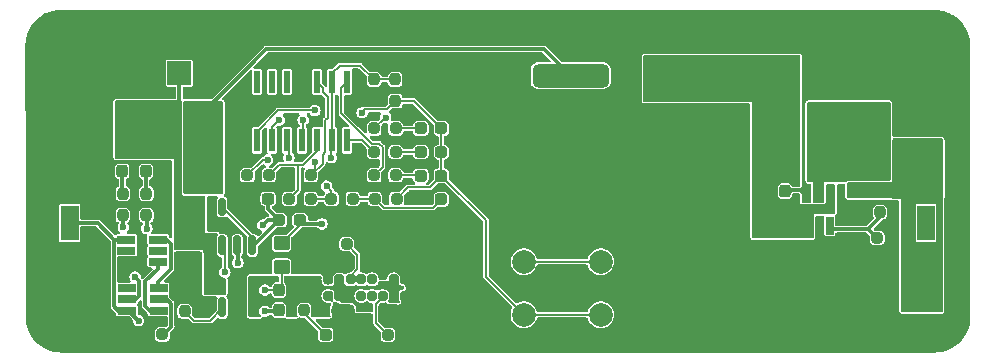
<source format=gbr>
%TF.GenerationSoftware,KiCad,Pcbnew,7.0.6-0*%
%TF.CreationDate,2024-02-21T20:03:51+01:00*%
%TF.ProjectId,smoke_extractorV1_1,736d6f6b-655f-4657-9874-726163746f72,rev?*%
%TF.SameCoordinates,Original*%
%TF.FileFunction,Copper,L1,Top*%
%TF.FilePolarity,Positive*%
%FSLAX46Y46*%
G04 Gerber Fmt 4.6, Leading zero omitted, Abs format (unit mm)*
G04 Created by KiCad (PCBNEW 7.0.6-0) date 2024-02-21 20:03:51*
%MOMM*%
%LPD*%
G01*
G04 APERTURE LIST*
G04 Aperture macros list*
%AMRoundRect*
0 Rectangle with rounded corners*
0 $1 Rounding radius*
0 $2 $3 $4 $5 $6 $7 $8 $9 X,Y pos of 4 corners*
0 Add a 4 corners polygon primitive as box body*
4,1,4,$2,$3,$4,$5,$6,$7,$8,$9,$2,$3,0*
0 Add four circle primitives for the rounded corners*
1,1,$1+$1,$2,$3*
1,1,$1+$1,$4,$5*
1,1,$1+$1,$6,$7*
1,1,$1+$1,$8,$9*
0 Add four rect primitives between the rounded corners*
20,1,$1+$1,$2,$3,$4,$5,0*
20,1,$1+$1,$4,$5,$6,$7,0*
20,1,$1+$1,$6,$7,$8,$9,0*
20,1,$1+$1,$8,$9,$2,$3,0*%
G04 Aperture macros list end*
%TA.AperFunction,SMDPad,CuDef*%
%ADD10RoundRect,0.250000X1.000000X0.650000X-1.000000X0.650000X-1.000000X-0.650000X1.000000X-0.650000X0*%
%TD*%
%TA.AperFunction,SMDPad,CuDef*%
%ADD11RoundRect,0.237500X0.250000X0.237500X-0.250000X0.237500X-0.250000X-0.237500X0.250000X-0.237500X0*%
%TD*%
%TA.AperFunction,SMDPad,CuDef*%
%ADD12RoundRect,0.237500X0.237500X-0.250000X0.237500X0.250000X-0.237500X0.250000X-0.237500X-0.250000X0*%
%TD*%
%TA.AperFunction,ComponentPad*%
%ADD13RoundRect,0.200000X-0.200000X-0.200000X0.200000X-0.200000X0.200000X0.200000X-0.200000X0.200000X0*%
%TD*%
%TA.AperFunction,ComponentPad*%
%ADD14RoundRect,0.250000X-0.700000X-0.250000X0.700000X-0.250000X0.700000X0.250000X-0.700000X0.250000X0*%
%TD*%
%TA.AperFunction,SMDPad,CuDef*%
%ADD15RoundRect,0.237500X0.300000X0.237500X-0.300000X0.237500X-0.300000X-0.237500X0.300000X-0.237500X0*%
%TD*%
%TA.AperFunction,SMDPad,CuDef*%
%ADD16R,2.000000X2.000000*%
%TD*%
%TA.AperFunction,SMDPad,CuDef*%
%ADD17RoundRect,0.250000X-0.475000X0.337500X-0.475000X-0.337500X0.475000X-0.337500X0.475000X0.337500X0*%
%TD*%
%TA.AperFunction,ComponentPad*%
%ADD18C,5.700000*%
%TD*%
%TA.AperFunction,SMDPad,CuDef*%
%ADD19RoundRect,0.237500X-0.237500X0.300000X-0.237500X-0.300000X0.237500X-0.300000X0.237500X0.300000X0*%
%TD*%
%TA.AperFunction,SMDPad,CuDef*%
%ADD20R,2.500000X1.800000*%
%TD*%
%TA.AperFunction,SMDPad,CuDef*%
%ADD21RoundRect,0.237500X-0.287500X-0.237500X0.287500X-0.237500X0.287500X0.237500X-0.287500X0.237500X0*%
%TD*%
%TA.AperFunction,SMDPad,CuDef*%
%ADD22RoundRect,0.237500X0.287500X0.237500X-0.287500X0.237500X-0.287500X-0.237500X0.287500X-0.237500X0*%
%TD*%
%TA.AperFunction,SMDPad,CuDef*%
%ADD23RoundRect,0.237500X0.237500X-0.287500X0.237500X0.287500X-0.237500X0.287500X-0.237500X-0.287500X0*%
%TD*%
%TA.AperFunction,SMDPad,CuDef*%
%ADD24R,0.650000X1.560000*%
%TD*%
%TA.AperFunction,SMDPad,CuDef*%
%ADD25R,1.560000X0.650000*%
%TD*%
%TA.AperFunction,SMDPad,CuDef*%
%ADD26RoundRect,0.150000X0.150000X-0.587500X0.150000X0.587500X-0.150000X0.587500X-0.150000X-0.587500X0*%
%TD*%
%TA.AperFunction,SMDPad,CuDef*%
%ADD27RoundRect,0.250000X-0.450000X0.350000X-0.450000X-0.350000X0.450000X-0.350000X0.450000X0.350000X0*%
%TD*%
%TA.AperFunction,SMDPad,CuDef*%
%ADD28RoundRect,0.237500X0.237500X-0.300000X0.237500X0.300000X-0.237500X0.300000X-0.237500X-0.300000X0*%
%TD*%
%TA.AperFunction,SMDPad,CuDef*%
%ADD29RoundRect,0.237500X-0.250000X-0.237500X0.250000X-0.237500X0.250000X0.237500X-0.250000X0.237500X0*%
%TD*%
%TA.AperFunction,ComponentPad*%
%ADD30RoundRect,0.500000X-2.750000X-0.500000X2.750000X-0.500000X2.750000X0.500000X-2.750000X0.500000X0*%
%TD*%
%TA.AperFunction,SMDPad,CuDef*%
%ADD31RoundRect,0.237500X-0.237500X0.250000X-0.237500X-0.250000X0.237500X-0.250000X0.237500X0.250000X0*%
%TD*%
%TA.AperFunction,SMDPad,CuDef*%
%ADD32RoundRect,0.150000X0.150000X-0.675000X0.150000X0.675000X-0.150000X0.675000X-0.150000X-0.675000X0*%
%TD*%
%TA.AperFunction,ComponentPad*%
%ADD33C,2.000000*%
%TD*%
%TA.AperFunction,SMDPad,CuDef*%
%ADD34R,0.508000X1.981200*%
%TD*%
%TA.AperFunction,SMDPad,CuDef*%
%ADD35R,2.150000X5.500000*%
%TD*%
%TA.AperFunction,SMDPad,CuDef*%
%ADD36R,2.500000X2.500000*%
%TD*%
%TA.AperFunction,ComponentPad*%
%ADD37R,1.500000X3.000000*%
%TD*%
%TA.AperFunction,ViaPad*%
%ADD38C,0.600000*%
%TD*%
%TA.AperFunction,Conductor*%
%ADD39C,0.300000*%
%TD*%
%TA.AperFunction,Conductor*%
%ADD40C,0.200000*%
%TD*%
G04 APERTURE END LIST*
D10*
%TO.P,D5,1,K*%
%TO.N,VSPLY*%
X78838087Y-74896187D03*
%TO.P,D5,2,A*%
%TO.N,VBUS*%
X74838087Y-74896187D03*
%TD*%
D11*
%TO.P,R14,1*%
%TO.N,Net-(D4-K)*%
X95245000Y-75927600D03*
%TO.P,R14,2*%
%TO.N,Net-(U3-OUT1)*%
X93420000Y-75927600D03*
%TD*%
D12*
%TO.P,R13,1*%
%TO.N,Net-(D2-A)*%
X95200000Y-73600000D03*
%TO.P,R13,2*%
%TO.N,Net-(U3-NEG3)*%
X95200000Y-71775000D03*
%TD*%
D13*
%TO.P,U1,1,GND*%
%TO.N,VBAT-PROTECT*%
X89529275Y-88700000D03*
X89529275Y-90100000D03*
D14*
X90779275Y-87450000D03*
X90779275Y-91350000D03*
X94779275Y-87450000D03*
X94779275Y-91350000D03*
D13*
X96029275Y-88700000D03*
X96029275Y-90100000D03*
%TO.P,U1,2,VCC*%
%TO.N,VBUS*%
X90479275Y-88700000D03*
X90479275Y-90100000D03*
X95079275Y-88700000D03*
X95079275Y-90100000D03*
%TO.P,U1,3,CC1*%
%TO.N,Net-(U1-CC1)*%
X91429275Y-88700000D03*
%TO.P,U1,4,CC2*%
%TO.N,Net-(U1-CC2)*%
X94129275Y-90100000D03*
%TO.P,U1,5,D+*%
%TO.N,unconnected-(U1-D+-Pad5)*%
X92329275Y-88700000D03*
X93229275Y-90100000D03*
%TO.P,U1,6,D-*%
%TO.N,unconnected-(U1-D--Pad6)*%
X92329275Y-90100000D03*
X93229275Y-88700000D03*
%TD*%
D12*
%TO.P,R8,1*%
%TO.N,Net-(U5-~{CHRG})*%
X72140000Y-83262500D03*
%TO.P,R8,2*%
%TO.N,Net-(D7-K)*%
X72140000Y-81437500D03*
%TD*%
D15*
%TO.P,C2,1*%
%TO.N,VBAT+PROTECT*%
X84462500Y-81887600D03*
%TO.P,C2,2*%
%TO.N,VBAT-PROTECT*%
X82737500Y-81887600D03*
%TD*%
D16*
%TO.P,TP2,1,1*%
%TO.N,VBUS*%
X76925000Y-71250000D03*
%TD*%
D17*
%TO.P,C8,1*%
%TO.N,+12V*%
X134200000Y-81262500D03*
%TO.P,C8,2*%
%TO.N,VBAT-PROTECT*%
X134200000Y-83337500D03*
%TD*%
D18*
%TO.P,H2,1,1*%
%TO.N,VBAT-PROTECT*%
X67400000Y-69400000D03*
%TD*%
D19*
%TO.P,C1,1*%
%TO.N,VBUS*%
X77350381Y-85512500D03*
%TO.P,C1,2*%
%TO.N,VBAT-PROTECT*%
X77350381Y-87237500D03*
%TD*%
D20*
%TO.P,D10,1,K*%
%TO.N,+12V*%
X138849139Y-78100000D03*
%TO.P,D10,2,A*%
%TO.N,Net-(D10-A)*%
X134849139Y-78100000D03*
%TD*%
D21*
%TO.P,D2,1,K*%
%TO.N,Net-(D2-K)*%
X97370000Y-79927600D03*
%TO.P,D2,2,A*%
%TO.N,Net-(D2-A)*%
X99120000Y-79927600D03*
%TD*%
D22*
%TO.P,D1,1,K*%
%TO.N,VBAT-PROTECT*%
X91062500Y-93400000D03*
%TO.P,D1,2,A*%
%TO.N,Net-(D1-A)*%
X89312500Y-93400000D03*
%TD*%
D23*
%TO.P,D7,1,K*%
%TO.N,Net-(D7-K)*%
X72100000Y-79550000D03*
%TO.P,D7,2,A*%
%TO.N,VBUS*%
X72100000Y-77800000D03*
%TD*%
D24*
%TO.P,U7,1,CE*%
%TO.N,V_SWITCH*%
X132000000Y-81450000D03*
%TO.P,U7,2,LX*%
%TO.N,Net-(D10-A)*%
X131050000Y-81450000D03*
%TO.P,U7,3,GND*%
%TO.N,VBAT-PROTECT*%
X130100000Y-81450000D03*
%TO.P,U7,4,VDD*%
%TO.N,V_SWITCH*%
X130100000Y-84150000D03*
%TO.P,U7,5,FB*%
%TO.N,Net-(U7-FB)*%
X132000000Y-84150000D03*
%TD*%
D12*
%TO.P,R15,1*%
%TO.N,Net-(U5-~{STDBY})*%
X74140000Y-83262500D03*
%TO.P,R15,2*%
%TO.N,Net-(D8-K)*%
X74140000Y-81437500D03*
%TD*%
D19*
%TO.P,C7,1*%
%TO.N,Net-(IC1-VCC)*%
X85360587Y-89587500D03*
%TO.P,C7,2*%
%TO.N,Net-(IC1-GND)*%
X85360587Y-91312500D03*
%TD*%
D25*
%TO.P,IC1,1,OD*%
%TO.N,Net-(IC1-OD)*%
X75175000Y-91341253D03*
%TO.P,IC1,2,CS*%
%TO.N,Net-(IC1-CS)*%
X75175000Y-90391253D03*
%TO.P,IC1,3,OC*%
%TO.N,Net-(IC1-OC)*%
X75175000Y-89441253D03*
%TO.P,IC1,4,TD*%
%TO.N,unconnected-(IC1-TD-Pad4)*%
X72475000Y-89441253D03*
%TO.P,IC1,5,VCC*%
%TO.N,Net-(IC1-VCC)*%
X72475000Y-90391253D03*
%TO.P,IC1,6,GND*%
%TO.N,Net-(IC1-GND)*%
X72475000Y-91341253D03*
%TD*%
D26*
%TO.P,Q1,1,G*%
%TO.N,VBUS*%
X78654077Y-82585799D03*
%TO.P,Q1,2,S*%
%TO.N,VBAT+PROTECT*%
X80554077Y-82585799D03*
%TO.P,Q1,3,D*%
%TO.N,VSPLY*%
X79604077Y-80710799D03*
%TD*%
D25*
%TO.P,U8,1,S1*%
%TO.N,Net-(IC1-GND)*%
X72439032Y-85331971D03*
%TO.P,U8,2,D1/D2*%
%TO.N,unconnected-(U8-D1{slash}D2-Pad2)*%
X72439032Y-86281971D03*
%TO.P,U8,3,S2*%
%TO.N,VBAT-PROTECT*%
X72439032Y-87231971D03*
%TO.P,U8,4,G1*%
%TO.N,Net-(IC1-OD)*%
X75139032Y-87231971D03*
%TO.P,U8,5,D1/D2*%
%TO.N,unconnected-(U8-D1{slash}D2-Pad5)*%
X75139032Y-86281971D03*
%TO.P,U8,6,G2*%
%TO.N,Net-(IC1-OC)*%
X75139032Y-85331971D03*
%TD*%
D21*
%TO.P,D3,1,K*%
%TO.N,Net-(D3-K)*%
X97370000Y-77927600D03*
%TO.P,D3,2,A*%
%TO.N,Net-(D2-A)*%
X99120000Y-77927600D03*
%TD*%
D27*
%TO.P,R20,1*%
%TO.N,Net-(U6-V+)*%
X85575000Y-85648628D03*
%TO.P,R20,2*%
%TO.N,Net-(IC1-VCC)*%
X85575000Y-87648628D03*
%TD*%
D12*
%TO.P,R7,1*%
%TO.N,VBAT-PROTECT*%
X93412500Y-73600000D03*
%TO.P,R7,2*%
%TO.N,Net-(U3-NEG3)*%
X93412500Y-71775000D03*
%TD*%
D28*
%TO.P,C6,1*%
%TO.N,V_SWITCH*%
X128200000Y-82950000D03*
%TO.P,C6,2*%
%TO.N,VBAT-PROTECT*%
X128200000Y-81225000D03*
%TD*%
D21*
%TO.P,D9,1,K*%
%TO.N,VBAT-PROTECT*%
X97370000Y-81927600D03*
%TO.P,D9,2,A*%
%TO.N,Net-(D9-A)*%
X99120000Y-81927600D03*
%TD*%
D18*
%TO.P,H1,1,1*%
%TO.N,VBAT-PROTECT*%
X140400000Y-69400000D03*
%TD*%
D29*
%TO.P,R5,1*%
%TO.N,VBAT-PROTECT*%
X86243750Y-79887600D03*
%TO.P,R5,2*%
%TO.N,Net-(U3-POS_3)*%
X88068750Y-79887600D03*
%TD*%
D30*
%TO.P,U2,1,IN*%
%TO.N,VSPLY*%
X110072322Y-71455000D03*
%TO.P,U2,2,OUT*%
%TO.N,V_SWITCH*%
X120072322Y-71455000D03*
%TD*%
D23*
%TO.P,D8,1,K*%
%TO.N,Net-(D8-K)*%
X74100000Y-79550000D03*
%TO.P,D8,2,A*%
%TO.N,VBUS*%
X74100000Y-77800000D03*
%TD*%
D29*
%TO.P,R3,1*%
%TO.N,Net-(U3-POS_2)*%
X86243750Y-81887600D03*
%TO.P,R3,2*%
%TO.N,Net-(U3-POS_1)*%
X88068750Y-81887600D03*
%TD*%
D31*
%TO.P,R21,1*%
%TO.N,+12V*%
X136250000Y-81187500D03*
%TO.P,R21,2*%
%TO.N,Net-(U7-FB)*%
X136250000Y-83012500D03*
%TD*%
D32*
%TO.P,U5,1,TEMP*%
%TO.N,VBAT-PROTECT*%
X79305000Y-91073628D03*
%TO.P,U5,2,PROG*%
%TO.N,Net-(U5-PROG)*%
X80575000Y-91073628D03*
%TO.P,U5,3,GND*%
%TO.N,VBAT-PROTECT*%
X81845000Y-91073628D03*
%TO.P,U5,4,VCC*%
%TO.N,VBUS*%
X83115000Y-91073628D03*
%TO.P,U5,5,BAT*%
%TO.N,VBAT+PROTECT*%
X83115000Y-85823628D03*
%TO.P,U5,6,~{STDBY}*%
%TO.N,Net-(U5-~{STDBY})*%
X81845000Y-85823628D03*
%TO.P,U5,7,~{CHRG}*%
%TO.N,Net-(U5-~{CHRG})*%
X80575000Y-85823628D03*
%TO.P,U5,8,CE*%
%TO.N,VBUS*%
X79305000Y-85823628D03*
%TD*%
D12*
%TO.P,R16,1*%
%TO.N,Net-(U5-PROG)*%
X77375000Y-91400000D03*
%TO.P,R16,2*%
%TO.N,VBAT-PROTECT*%
X77375000Y-89575000D03*
%TD*%
D33*
%TO.P,SW1,1,1*%
%TO.N,Net-(D2-A)*%
X112600000Y-91700000D03*
X106100000Y-91700000D03*
%TO.P,SW1,2,2*%
%TO.N,VBAT+PROTECT*%
X112600000Y-87200000D03*
X106100000Y-87200000D03*
%TD*%
D11*
%TO.P,R11,1*%
%TO.N,Net-(D2-K)*%
X95245000Y-79887600D03*
%TO.P,R11,2*%
%TO.N,Net-(U3-OUT3)*%
X93420000Y-79887600D03*
%TD*%
%TO.P,R22,1*%
%TO.N,Net-(U7-FB)*%
X136012500Y-85200000D03*
%TO.P,R22,2*%
%TO.N,VBAT-PROTECT*%
X134187500Y-85200000D03*
%TD*%
D29*
%TO.P,R4,1*%
%TO.N,Net-(U3-POS_3)*%
X82687500Y-79887600D03*
%TO.P,R4,2*%
%TO.N,Net-(U3-POS_2)*%
X84512500Y-79887600D03*
%TD*%
%TO.P,R9,1*%
%TO.N,Net-(U1-CC2)*%
X94575000Y-93400000D03*
%TO.P,R9,2*%
%TO.N,VBAT-PROTECT*%
X96400000Y-93400000D03*
%TD*%
D21*
%TO.P,D4,1,K*%
%TO.N,Net-(D4-K)*%
X97370000Y-75927600D03*
%TO.P,D4,2,A*%
%TO.N,Net-(D2-A)*%
X99120000Y-75927600D03*
%TD*%
D11*
%TO.P,R10,1*%
%TO.N,Net-(U1-CC1)*%
X91100000Y-85700000D03*
%TO.P,R10,2*%
%TO.N,VBAT-PROTECT*%
X89275000Y-85700000D03*
%TD*%
D29*
%TO.P,R1,1*%
%TO.N,Net-(D9-A)*%
X93487500Y-81887600D03*
%TO.P,R1,2*%
%TO.N,Net-(D2-A)*%
X95312500Y-81887600D03*
%TD*%
D11*
%TO.P,R12,1*%
%TO.N,Net-(D3-K)*%
X95245000Y-77927600D03*
%TO.P,R12,2*%
%TO.N,Net-(U3-OUT2)*%
X93420000Y-77927600D03*
%TD*%
D34*
%TO.P,U3,1,OUT1*%
%TO.N,Net-(U3-OUT1)*%
X83500000Y-76927600D03*
%TO.P,U3,2,NEG_1*%
%TO.N,Net-(U3-NEG3)*%
X84770000Y-76927600D03*
%TO.P,U3,3,POS_1*%
%TO.N,Net-(U3-POS_1)*%
X86040000Y-76927600D03*
%TO.P,U3,4,VCC+*%
%TO.N,Net-(D2-A)*%
X87310000Y-76927600D03*
%TO.P,U3,5,POS_2*%
%TO.N,Net-(U3-POS_2)*%
X88580000Y-76927600D03*
%TO.P,U3,6,NEG_2*%
%TO.N,Net-(U3-NEG3)*%
X89850000Y-76927600D03*
%TO.P,U3,7,OUT2*%
%TO.N,Net-(U3-OUT2)*%
X91120000Y-76927600D03*
%TO.P,U3,8,OUT3*%
%TO.N,Net-(U3-OUT3)*%
X91120000Y-72000000D03*
%TO.P,U3,9,NEG3*%
%TO.N,Net-(U3-NEG3)*%
X89850000Y-72000000D03*
%TO.P,U3,10,POS_3*%
%TO.N,Net-(U3-POS_3)*%
X88580000Y-72000000D03*
%TO.P,U3,11,VCC-*%
%TO.N,VBAT-PROTECT*%
X87310000Y-72000000D03*
%TO.P,U3,12,POS_4*%
%TO.N,unconnected-(U3-POS_4-Pad12)*%
X86040000Y-72000000D03*
%TO.P,U3,13,NEG_4*%
%TO.N,unconnected-(U3-NEG_4-Pad13)*%
X84770000Y-72000000D03*
%TO.P,U3,14,OUT4*%
%TO.N,unconnected-(U3-OUT4-Pad14)*%
X83500000Y-72000000D03*
%TD*%
D35*
%TO.P,L1,1,1*%
%TO.N,V_SWITCH*%
X127820000Y-76900000D03*
%TO.P,L1,2,2*%
%TO.N,Net-(D10-A)*%
X131680000Y-76900000D03*
%TD*%
D36*
%TO.P,J2,1,Pin_1*%
%TO.N,VBAT-PROTECT*%
X134000000Y-89800000D03*
%TD*%
D22*
%TO.P,F1,1*%
%TO.N,Net-(U6-V+)*%
X87150000Y-83700000D03*
%TO.P,F1,2*%
%TO.N,VBAT+PROTECT*%
X85400000Y-83700000D03*
%TD*%
D36*
%TO.P,J1,1,Pin_1*%
%TO.N,+12V*%
X139800000Y-89800000D03*
%TD*%
D11*
%TO.P,R2,1*%
%TO.N,Net-(D9-A)*%
X91625000Y-81887600D03*
%TO.P,R2,2*%
%TO.N,Net-(U3-POS_1)*%
X89800000Y-81887600D03*
%TD*%
D31*
%TO.P,R18,1*%
%TO.N,VBUS*%
X87500000Y-89500000D03*
%TO.P,R18,2*%
%TO.N,Net-(D1-A)*%
X87500000Y-91325000D03*
%TD*%
D29*
%TO.P,R6,1*%
%TO.N,VBAT-PROTECT*%
X73662500Y-93360000D03*
%TO.P,R6,2*%
%TO.N,Net-(IC1-CS)*%
X75487500Y-93360000D03*
%TD*%
D37*
%TO.P,U6,1,V+*%
%TO.N,Net-(U6-V+)*%
X140148053Y-83926017D03*
%TO.P,U6,2,V-*%
%TO.N,Net-(IC1-GND)*%
X67648053Y-83926017D03*
%TD*%
D38*
%TO.N,VBUS*%
X78000000Y-84000000D03*
%TO.N,VBAT-PROTECT*%
X81325000Y-74250000D03*
X81325000Y-78500000D03*
X79675000Y-84100000D03*
X81325000Y-75100000D03*
X86400000Y-75000000D03*
X81325000Y-76800000D03*
X81325000Y-75950000D03*
X81325000Y-77650000D03*
X90800000Y-79400000D03*
%TO.N,Net-(U6-V+)*%
X89000000Y-84000000D03*
%TO.N,Net-(IC1-VCC)*%
X84175000Y-89600000D03*
X73175000Y-88500000D03*
%TO.N,Net-(IC1-GND)*%
X84175000Y-91400000D03*
X73475000Y-92200000D03*
%TO.N,Net-(D2-A)*%
X87400000Y-75200000D03*
X92400000Y-74600000D03*
%TO.N,VBAT+PROTECT*%
X84000000Y-84100000D03*
%TO.N,Net-(U3-POS_1)*%
X86200000Y-78400000D03*
X89400000Y-80800000D03*
%TO.N,Net-(U3-NEG3)*%
X89800000Y-78400000D03*
X85400000Y-75200000D03*
%TO.N,Net-(U3-POS_3)*%
X84400000Y-78600000D03*
X88400000Y-78800000D03*
%TO.N,Net-(U3-OUT1)*%
X94400000Y-75000000D03*
X88400000Y-74400000D03*
%TO.N,Net-(U5-~{CHRG})*%
X80775000Y-88100000D03*
X72175000Y-84300000D03*
%TO.N,Net-(U5-~{STDBY})*%
X74175000Y-84400000D03*
X81875000Y-87300000D03*
%TD*%
D39*
%TO.N,VBUS*%
X76925000Y-71300000D02*
X76925000Y-74800000D01*
D40*
X78585799Y-82585799D02*
X78585799Y-83414201D01*
X78654077Y-82585799D02*
X78585799Y-82585799D01*
X78585799Y-83414201D02*
X78000000Y-84000000D01*
D39*
%TO.N,VBAT-PROTECT*%
X84998750Y-81132600D02*
X86243750Y-79887600D01*
X82737500Y-81887600D02*
X83492500Y-81132600D01*
X83492500Y-81132600D02*
X84998750Y-81132600D01*
X129787500Y-81137500D02*
X130100000Y-81450000D01*
X128287500Y-81137500D02*
X128200000Y-81225000D01*
X129787500Y-81137500D02*
X128287500Y-81137500D01*
%TO.N,Net-(U6-V+)*%
X87450000Y-84000000D02*
X87150000Y-83700000D01*
X89000000Y-84000000D02*
X87450000Y-84000000D01*
D40*
X87150000Y-83700000D02*
X87150000Y-84073628D01*
X87150000Y-84073628D02*
X85575000Y-85648628D01*
%TO.N,Net-(IC1-VCC)*%
X85348087Y-89600000D02*
X85360587Y-89587500D01*
D39*
X73535000Y-90140000D02*
X73283747Y-90391253D01*
D40*
X85575000Y-87648628D02*
X85575000Y-89373087D01*
D39*
X73283747Y-90391253D02*
X72450000Y-90391253D01*
D40*
X85575000Y-89373087D02*
X85360587Y-89587500D01*
D39*
X73175000Y-88500000D02*
X73535000Y-88860000D01*
X73535000Y-88860000D02*
X73535000Y-90140000D01*
D40*
X84175000Y-89600000D02*
X85348087Y-89600000D01*
D39*
%TO.N,Net-(IC1-GND)*%
X70023053Y-83926017D02*
X67648053Y-83926017D01*
X71724032Y-85331971D02*
X72439032Y-85331971D01*
X72439032Y-85331971D02*
X71429007Y-85331971D01*
X72450000Y-91341253D02*
X71735000Y-91341253D01*
X84175000Y-91400000D02*
X85273087Y-91400000D01*
X72450000Y-91341253D02*
X72616253Y-91341253D01*
X71379032Y-85381946D02*
X71429007Y-85331971D01*
X71735000Y-91341253D02*
X71379032Y-90985285D01*
X72616253Y-91341253D02*
X73475000Y-92200000D01*
X71379032Y-90985285D02*
X71379032Y-85381946D01*
X71429007Y-85331971D02*
X70023053Y-83926017D01*
D40*
%TO.N,Net-(D1-A)*%
X87275000Y-91362500D02*
X89312500Y-93400000D01*
%TO.N,Net-(D2-K)*%
X95245000Y-79887600D02*
X97330000Y-79887600D01*
X97330000Y-79887600D02*
X97370000Y-79927600D01*
%TO.N,Net-(D2-A)*%
X106100000Y-91700000D02*
X112600000Y-91700000D01*
X96277500Y-80922600D02*
X95312500Y-81887600D01*
X99120000Y-75927600D02*
X99120000Y-79927600D01*
X95200000Y-73600000D02*
X96792400Y-73600000D01*
X99120000Y-79927600D02*
X98125000Y-80922600D01*
X102900000Y-88500000D02*
X106100000Y-91700000D01*
X87400000Y-76837600D02*
X87310000Y-76927600D01*
X102900000Y-83707600D02*
X102900000Y-88500000D01*
X92682500Y-74317500D02*
X92400000Y-74600000D01*
X87400000Y-75200000D02*
X87400000Y-76837600D01*
X95200000Y-73600000D02*
X94482500Y-74317500D01*
X99120000Y-79927600D02*
X102900000Y-83707600D01*
X94482500Y-74317500D02*
X92682500Y-74317500D01*
X98125000Y-80922600D02*
X96277500Y-80922600D01*
X96792400Y-73600000D02*
X99120000Y-75927600D01*
%TO.N,Net-(D3-K)*%
X95245000Y-77927600D02*
X97370000Y-77927600D01*
%TO.N,Net-(D4-K)*%
X95245000Y-75927600D02*
X97370000Y-75927600D01*
D39*
%TO.N,VSPLY*%
X84300400Y-69200000D02*
X107817322Y-69200000D01*
X78838087Y-74662313D02*
X84300400Y-69200000D01*
X78838087Y-74896187D02*
X78838087Y-74662313D01*
X107817322Y-69200000D02*
X110072322Y-71455000D01*
D40*
%TO.N,Net-(D9-A)*%
X98415000Y-82632600D02*
X99120000Y-81927600D01*
X91625000Y-81887600D02*
X93487500Y-81887600D01*
X94232500Y-82632600D02*
X98415000Y-82632600D01*
X93487500Y-81887600D02*
X94232500Y-82632600D01*
D39*
%TO.N,Net-(D7-K)*%
X72100000Y-79550000D02*
X72100000Y-81387500D01*
X72100000Y-81387500D02*
X72125000Y-81412500D01*
%TO.N,Net-(D8-K)*%
X74100000Y-79550000D02*
X74100000Y-81387500D01*
X74100000Y-81387500D02*
X74150000Y-81437500D01*
D40*
%TO.N,VBAT+PROTECT*%
X106100000Y-87200000D02*
X112600000Y-87200000D01*
D39*
X84462500Y-81887600D02*
X84462500Y-82762500D01*
X84462500Y-82762500D02*
X85400000Y-83700000D01*
X83276372Y-85823628D02*
X83115000Y-85823628D01*
X85400000Y-83700000D02*
X84400000Y-83700000D01*
X85400000Y-83700000D02*
X83276372Y-85823628D01*
D40*
X83115000Y-85823628D02*
X83115000Y-85146722D01*
X83115000Y-85146722D02*
X80554077Y-82585799D01*
D39*
X84400000Y-83700000D02*
X84000000Y-84100000D01*
%TO.N,Net-(IC1-OD)*%
X74059032Y-88867221D02*
X75139032Y-87787221D01*
X75139032Y-87787221D02*
X75139032Y-87231971D01*
X74059032Y-90965285D02*
X74059032Y-88867221D01*
X74059032Y-90965285D02*
X74435000Y-91341253D01*
%TO.N,Net-(IC1-CS)*%
X76235000Y-90761253D02*
X75865000Y-90391253D01*
X75865000Y-90391253D02*
X75150000Y-90391253D01*
X76235000Y-92702500D02*
X76235000Y-90761253D01*
X75637500Y-93300000D02*
X76235000Y-92702500D01*
%TO.N,Net-(IC1-OC)*%
X75854032Y-85331971D02*
X76199032Y-85676971D01*
X76199032Y-87836971D02*
X75150000Y-88886003D01*
X75139032Y-85331971D02*
X75854032Y-85331971D01*
X76199032Y-85676971D02*
X76199032Y-87836971D01*
X75150000Y-88886003D02*
X75150000Y-89441253D01*
D40*
%TO.N,Net-(U3-POS_1)*%
X89800000Y-81887600D02*
X89800000Y-81200000D01*
X86200000Y-78400000D02*
X86200000Y-77087600D01*
X89800000Y-81200000D02*
X89400000Y-80800000D01*
X86200000Y-77087600D02*
X86040000Y-76927600D01*
X88068750Y-81887600D02*
X89800000Y-81887600D01*
%TO.N,Net-(U3-POS_2)*%
X88580000Y-76927600D02*
X88580000Y-77799756D01*
X86961250Y-79038750D02*
X87000000Y-79000000D01*
X87379756Y-79000000D02*
X87000000Y-79000000D01*
X87000000Y-79000000D02*
X85400100Y-79000000D01*
X86961250Y-81170100D02*
X86961250Y-79038750D01*
X86243750Y-81887600D02*
X86961250Y-81170100D01*
X88580000Y-77799756D02*
X87379756Y-79000000D01*
X85400100Y-79000000D02*
X84512500Y-79887600D01*
%TO.N,Net-(U3-NEG3)*%
X89850000Y-72000000D02*
X89850000Y-71263400D01*
X89800000Y-78400000D02*
X89800000Y-76977600D01*
X84770000Y-75830000D02*
X85400000Y-75200000D01*
X89800000Y-76977600D02*
X89850000Y-76927600D01*
X93412500Y-71775000D02*
X95200000Y-71775000D01*
X90513400Y-70600000D02*
X92237500Y-70600000D01*
X89850000Y-71263400D02*
X90513400Y-70600000D01*
X84770000Y-76927600D02*
X84770000Y-75830000D01*
X89850000Y-72000000D02*
X89850000Y-76927600D01*
X92237500Y-70600000D02*
X93412500Y-71775000D01*
%TO.N,Net-(U3-POS_3)*%
X88580000Y-72000000D02*
X89064000Y-72484000D01*
X89064000Y-72484000D02*
X89064000Y-72844000D01*
X89064000Y-78136000D02*
X89064000Y-78892350D01*
X89064000Y-78892350D02*
X88068750Y-79887600D01*
X88400000Y-79556350D02*
X88068750Y-79887600D01*
X82687500Y-79887600D02*
X83975100Y-78600000D01*
X89300000Y-77900000D02*
X89064000Y-78136000D01*
X89300000Y-75220000D02*
X89300000Y-77900000D01*
X89520000Y-75000000D02*
X89300000Y-75220000D01*
X88400000Y-78800000D02*
X88400000Y-79556350D01*
X89520000Y-73300000D02*
X89520000Y-75000000D01*
X89064000Y-72844000D02*
X89520000Y-73300000D01*
X83975100Y-78600000D02*
X84400000Y-78600000D01*
%TO.N,Net-(U1-CC2)*%
X93549275Y-90788112D02*
X93549275Y-92374275D01*
X94129275Y-90100000D02*
X94129275Y-90208112D01*
X93549275Y-92374275D02*
X94575000Y-93400000D01*
X94129275Y-90208112D02*
X93549275Y-90788112D01*
%TO.N,Net-(U1-CC1)*%
X92009275Y-87848823D02*
X92009275Y-86609275D01*
X91429275Y-88700000D02*
X91429275Y-88428823D01*
X92009275Y-86609275D02*
X91100000Y-85700000D01*
X91429275Y-88428823D02*
X92009275Y-87848823D01*
%TO.N,Net-(U3-OUT1)*%
X85291000Y-74400000D02*
X88400000Y-74400000D01*
X83500000Y-76927600D02*
X83500000Y-76191000D01*
X83500000Y-76191000D02*
X85291000Y-74400000D01*
X94347600Y-75000000D02*
X93420000Y-75927600D01*
X94400000Y-75000000D02*
X94347600Y-75000000D01*
%TO.N,Net-(U3-OUT2)*%
X91120000Y-76927600D02*
X92420000Y-76927600D01*
X92420000Y-76927600D02*
X93420000Y-77927600D01*
%TO.N,Net-(U3-OUT3)*%
X93222600Y-77222600D02*
X93863645Y-77222600D01*
X90636000Y-72484000D02*
X90636000Y-74636000D01*
X91120000Y-72000000D02*
X90636000Y-72484000D01*
X94137500Y-77496455D02*
X94137500Y-79170100D01*
X90636000Y-74636000D02*
X93222600Y-77222600D01*
X94137500Y-79170100D02*
X93420000Y-79887600D01*
X93863645Y-77222600D02*
X94137500Y-77496455D01*
%TO.N,Net-(U5-PROG)*%
X80575000Y-91073628D02*
X80575000Y-91166029D01*
X80575000Y-91166029D02*
X79541029Y-92200000D01*
X78175000Y-92200000D02*
X77375000Y-91400000D01*
X79541029Y-92200000D02*
X78175000Y-92200000D01*
D39*
%TO.N,Net-(U5-~{CHRG})*%
X72175000Y-83287500D02*
X72125000Y-83237500D01*
D40*
X80775000Y-88100000D02*
X80775000Y-86023628D01*
D39*
X72175000Y-84300000D02*
X72175000Y-83287500D01*
D40*
X80775000Y-86023628D02*
X80575000Y-85823628D01*
D39*
%TO.N,Net-(U5-~{STDBY})*%
X81875000Y-85853628D02*
X81845000Y-85823628D01*
X74150000Y-84375000D02*
X74175000Y-84400000D01*
X74150000Y-83262500D02*
X74150000Y-84375000D01*
X81875000Y-87300000D02*
X81875000Y-85853628D01*
%TO.N,Net-(U7-FB)*%
X136250000Y-83452500D02*
X136250000Y-83012500D01*
X132295000Y-84445000D02*
X132000000Y-84150000D01*
X135257500Y-84445000D02*
X132295000Y-84445000D01*
X136012500Y-85200000D02*
X135257500Y-84445000D01*
X135257500Y-84445000D02*
X136250000Y-83452500D01*
%TD*%
%TA.AperFunction,Conductor*%
%TO.N,+12V*%
G36*
X137775000Y-81850000D02*
G01*
X133576000Y-81850000D01*
X133507879Y-81829998D01*
X133461386Y-81776342D01*
X133450000Y-81724000D01*
X133450000Y-80601000D01*
X133470002Y-80532879D01*
X133523658Y-80486386D01*
X133576000Y-80475000D01*
X137199999Y-80475000D01*
X137200000Y-80475000D01*
X137775000Y-80475000D01*
X137775000Y-81850000D01*
G37*
%TD.AperFunction*%
%TD*%
%TA.AperFunction,Conductor*%
%TO.N,VBUS*%
G36*
X88963717Y-88851541D02*
G01*
X88991936Y-88919667D01*
X89000449Y-88951440D01*
X89005111Y-88986857D01*
X89054369Y-89092492D01*
X89136782Y-89174905D01*
X89136783Y-89174905D01*
X89136784Y-89174906D01*
X89242416Y-89224163D01*
X89277833Y-89228825D01*
X89309601Y-89237336D01*
X89377734Y-89265558D01*
X89450046Y-89275078D01*
X89514973Y-89303800D01*
X89529116Y-89325242D01*
X89541309Y-89305764D01*
X89605534Y-89275505D01*
X89608475Y-89275081D01*
X89680816Y-89265558D01*
X89748951Y-89237335D01*
X89780706Y-89228827D01*
X89816134Y-89224163D01*
X89921766Y-89174906D01*
X90004181Y-89092491D01*
X90053438Y-88986859D01*
X90057032Y-88959554D01*
X90085755Y-88894627D01*
X90145020Y-88855535D01*
X90181955Y-88850000D01*
X90776595Y-88850000D01*
X90844716Y-88870002D01*
X90891209Y-88923658D01*
X90901517Y-88959554D01*
X90905111Y-88986857D01*
X90954369Y-89092492D01*
X91036782Y-89174905D01*
X91036783Y-89174905D01*
X91036784Y-89174906D01*
X91142416Y-89224163D01*
X91177833Y-89228825D01*
X91209601Y-89237336D01*
X91277734Y-89265558D01*
X91391228Y-89280500D01*
X91391235Y-89280500D01*
X91425000Y-89280500D01*
X91425000Y-90150000D01*
X90231865Y-90150000D01*
X90163744Y-90129998D01*
X90117251Y-90076342D01*
X90106943Y-90040446D01*
X90094833Y-89948460D01*
X90094833Y-89948459D01*
X90066611Y-89880326D01*
X90058100Y-89848556D01*
X90053438Y-89813142D01*
X90004180Y-89707507D01*
X89921767Y-89625094D01*
X89816132Y-89575836D01*
X89780716Y-89571174D01*
X89748944Y-89562661D01*
X89680816Y-89534442D01*
X89680815Y-89534442D01*
X89608501Y-89524921D01*
X89543576Y-89496200D01*
X89529432Y-89474757D01*
X89517240Y-89494236D01*
X89453015Y-89524495D01*
X89450062Y-89524919D01*
X89406192Y-89530695D01*
X89377733Y-89534442D01*
X89309605Y-89562661D01*
X89277834Y-89571174D01*
X89242417Y-89575836D01*
X89136782Y-89625094D01*
X89054369Y-89707507D01*
X89005111Y-89813142D01*
X89000449Y-89848559D01*
X88991936Y-89880330D01*
X88963717Y-89948458D01*
X88951607Y-90040446D01*
X88943766Y-90100000D01*
X88947715Y-90129998D01*
X88950349Y-90150000D01*
X87275000Y-90150000D01*
X87275000Y-88850000D01*
X88963514Y-88850000D01*
X88963717Y-88851541D01*
G37*
%TD.AperFunction*%
%TD*%
%TA.AperFunction,Conductor*%
%TO.N,VBUS*%
G36*
X85286621Y-88420002D02*
G01*
X85333114Y-88473658D01*
X85344500Y-88526000D01*
X85344500Y-88793500D01*
X85324498Y-88861621D01*
X85270842Y-88908114D01*
X85218501Y-88919500D01*
X85088166Y-88919500D01*
X85027053Y-88928403D01*
X85016631Y-88929922D01*
X85016628Y-88929923D01*
X85016629Y-88929923D01*
X84906294Y-88983862D01*
X84906292Y-88983863D01*
X84819450Y-89070705D01*
X84819449Y-89070707D01*
X84765509Y-89181041D01*
X84765507Y-89181049D01*
X84759451Y-89222617D01*
X84729837Y-89287142D01*
X84670038Y-89325413D01*
X84599042Y-89325279D01*
X84539543Y-89286962D01*
X84520996Y-89265558D01*
X84492896Y-89233128D01*
X84492895Y-89233127D01*
X84434777Y-89195777D01*
X84376659Y-89158427D01*
X84244085Y-89119500D01*
X84105915Y-89119500D01*
X83973343Y-89158426D01*
X83973339Y-89158428D01*
X83857104Y-89233127D01*
X83766621Y-89337550D01*
X83709223Y-89463234D01*
X83709221Y-89463241D01*
X83689559Y-89599996D01*
X83689559Y-89600003D01*
X83709221Y-89736758D01*
X83709223Y-89736765D01*
X83766621Y-89862449D01*
X83857104Y-89966872D01*
X83973341Y-90041573D01*
X84105915Y-90080500D01*
X84244085Y-90080500D01*
X84376659Y-90041573D01*
X84492896Y-89966872D01*
X84542664Y-89909436D01*
X84602386Y-89871054D01*
X84673383Y-89871053D01*
X84733109Y-89909436D01*
X84762569Y-89973782D01*
X84765507Y-89993950D01*
X84765508Y-89993953D01*
X84765509Y-89993956D01*
X84765510Y-89993958D01*
X84819449Y-90104292D01*
X84819450Y-90104294D01*
X84906292Y-90191136D01*
X84906294Y-90191137D01*
X85016631Y-90245078D01*
X85088164Y-90255500D01*
X85633009Y-90255499D01*
X85704543Y-90245078D01*
X85814880Y-90191137D01*
X85901724Y-90104293D01*
X85955665Y-89993956D01*
X85966087Y-89922423D01*
X85966086Y-89252578D01*
X85955665Y-89181044D01*
X85901724Y-89070707D01*
X85901723Y-89070705D01*
X85842405Y-89011387D01*
X85808379Y-88949075D01*
X85805500Y-88922292D01*
X85805500Y-88526000D01*
X85825502Y-88457879D01*
X85879158Y-88411386D01*
X85931500Y-88400000D01*
X88839587Y-88400000D01*
X88907708Y-88420002D01*
X88954201Y-88473658D01*
X88964509Y-88542447D01*
X88963717Y-88548457D01*
X88963717Y-88548459D01*
X88943766Y-88700000D01*
X88963717Y-88851541D01*
X88987150Y-88908114D01*
X88991936Y-88919667D01*
X89000449Y-88951440D01*
X89005111Y-88986857D01*
X89054369Y-89092492D01*
X89136782Y-89174905D01*
X89136783Y-89174905D01*
X89136784Y-89174906D01*
X89242416Y-89224163D01*
X89277833Y-89228825D01*
X89309601Y-89237336D01*
X89377734Y-89265558D01*
X89450046Y-89275078D01*
X89514973Y-89303800D01*
X89529116Y-89325242D01*
X89541309Y-89305764D01*
X89605534Y-89275505D01*
X89608475Y-89275081D01*
X89680816Y-89265558D01*
X89748951Y-89237335D01*
X89780706Y-89228827D01*
X89816134Y-89224163D01*
X89921766Y-89174906D01*
X90004181Y-89092491D01*
X90053438Y-88986859D01*
X90057032Y-88959554D01*
X90075000Y-88918939D01*
X90075000Y-89900577D01*
X90066613Y-89880330D01*
X90058100Y-89848556D01*
X90053438Y-89813142D01*
X90004180Y-89707507D01*
X89921767Y-89625094D01*
X89816132Y-89575836D01*
X89780716Y-89571174D01*
X89748944Y-89562661D01*
X89680816Y-89534442D01*
X89680815Y-89534442D01*
X89608501Y-89524921D01*
X89543576Y-89496200D01*
X89529432Y-89474757D01*
X89517240Y-89494236D01*
X89453015Y-89524495D01*
X89450062Y-89524919D01*
X89406192Y-89530695D01*
X89377733Y-89534442D01*
X89309605Y-89562661D01*
X89277834Y-89571174D01*
X89242417Y-89575836D01*
X89136782Y-89625094D01*
X89054369Y-89707507D01*
X89005111Y-89813142D01*
X89000449Y-89848559D01*
X88991936Y-89880330D01*
X88963717Y-89948458D01*
X88943766Y-90099999D01*
X88943766Y-90100000D01*
X88963717Y-90251541D01*
X88991936Y-90319667D01*
X89000449Y-90351440D01*
X89005111Y-90386857D01*
X89054369Y-90492492D01*
X89136782Y-90574905D01*
X89136783Y-90574905D01*
X89136784Y-90574906D01*
X89242416Y-90624163D01*
X89277833Y-90628825D01*
X89309601Y-90637336D01*
X89377734Y-90665558D01*
X89491228Y-90680500D01*
X89491235Y-90680500D01*
X89567315Y-90680500D01*
X89567322Y-90680500D01*
X89652329Y-90669308D01*
X89722476Y-90680247D01*
X89775575Y-90727375D01*
X89794765Y-90795729D01*
X89773954Y-90863607D01*
X89771319Y-90867445D01*
X89765324Y-90875841D01*
X89709552Y-90989925D01*
X89709551Y-90989927D01*
X89704506Y-91024550D01*
X89702245Y-91040077D01*
X89698774Y-91063898D01*
X89698719Y-91064659D01*
X89698555Y-91065399D01*
X89698118Y-91068402D01*
X89697899Y-91068370D01*
X89690863Y-91100220D01*
X89688323Y-91106916D01*
X89648775Y-91267370D01*
X89648775Y-91432629D01*
X89688323Y-91593081D01*
X89690861Y-91599773D01*
X89697898Y-91631629D01*
X89698118Y-91631598D01*
X89698555Y-91634603D01*
X89698719Y-91635342D01*
X89698773Y-91636100D01*
X89709551Y-91710072D01*
X89709551Y-91710073D01*
X89713749Y-91718659D01*
X89725699Y-91788643D01*
X89697916Y-91853977D01*
X89639221Y-91893920D01*
X89600553Y-91900000D01*
X88190667Y-91900000D01*
X88122546Y-91879998D01*
X88101572Y-91863095D01*
X88101182Y-91862705D01*
X88067156Y-91800393D01*
X88072221Y-91729578D01*
X88077075Y-91718279D01*
X88095078Y-91681456D01*
X88105500Y-91609923D01*
X88105499Y-91040078D01*
X88095078Y-90968544D01*
X88041137Y-90858207D01*
X88041136Y-90858205D01*
X87954294Y-90771363D01*
X87954292Y-90771362D01*
X87843957Y-90717422D01*
X87826072Y-90714816D01*
X87772423Y-90707000D01*
X87772420Y-90707000D01*
X87227579Y-90707000D01*
X87166465Y-90715903D01*
X87156044Y-90717422D01*
X87156041Y-90717423D01*
X87156042Y-90717423D01*
X87045707Y-90771362D01*
X87045705Y-90771363D01*
X86958863Y-90858205D01*
X86958862Y-90858207D01*
X86904922Y-90968541D01*
X86904922Y-90968543D01*
X86894500Y-91040075D01*
X86894500Y-91609920D01*
X86898316Y-91636110D01*
X86904922Y-91681456D01*
X86918912Y-91710072D01*
X86923111Y-91718662D01*
X86935059Y-91788646D01*
X86907274Y-91853980D01*
X86848578Y-91893921D01*
X86809913Y-91900000D01*
X86069007Y-91900000D01*
X86000886Y-91879998D01*
X85954393Y-91826342D01*
X85944289Y-91756068D01*
X85952833Y-91728322D01*
X85952776Y-91728305D01*
X85955662Y-91718961D01*
X85955665Y-91718956D01*
X85966087Y-91647423D01*
X85966086Y-90977578D01*
X85955665Y-90906044D01*
X85901724Y-90795707D01*
X85901723Y-90795705D01*
X85814881Y-90708863D01*
X85814879Y-90708862D01*
X85704544Y-90654922D01*
X85686659Y-90652316D01*
X85633010Y-90644500D01*
X85633007Y-90644500D01*
X85088166Y-90644500D01*
X85027052Y-90653403D01*
X85016631Y-90654922D01*
X85016628Y-90654923D01*
X85016629Y-90654923D01*
X84906294Y-90708862D01*
X84906292Y-90708863D01*
X84819450Y-90795705D01*
X84819449Y-90795707D01*
X84765509Y-90906041D01*
X84765509Y-90906043D01*
X84755087Y-90977575D01*
X84755087Y-90993500D01*
X84735085Y-91061621D01*
X84681429Y-91108114D01*
X84629087Y-91119500D01*
X84625280Y-91119500D01*
X84557159Y-91099498D01*
X84530056Y-91076012D01*
X84492898Y-91033129D01*
X84492896Y-91033128D01*
X84492894Y-91033127D01*
X84376659Y-90958427D01*
X84244085Y-90919500D01*
X84105915Y-90919500D01*
X83973343Y-90958426D01*
X83973339Y-90958428D01*
X83857104Y-91033127D01*
X83766621Y-91137550D01*
X83709223Y-91263234D01*
X83709221Y-91263241D01*
X83689559Y-91399996D01*
X83689559Y-91400003D01*
X83709221Y-91536758D01*
X83709223Y-91536765D01*
X83766621Y-91662449D01*
X83791783Y-91691488D01*
X83821276Y-91756069D01*
X83811171Y-91826343D01*
X83764678Y-91879998D01*
X83696558Y-91900000D01*
X82901000Y-91900000D01*
X82832879Y-91879998D01*
X82786386Y-91826342D01*
X82775000Y-91774000D01*
X82775000Y-88526000D01*
X82795002Y-88457879D01*
X82848658Y-88411386D01*
X82901000Y-88400000D01*
X85218500Y-88400000D01*
X85286621Y-88420002D01*
G37*
%TD.AperFunction*%
%TD*%
%TA.AperFunction,Conductor*%
%TO.N,+12V*%
G36*
X141550000Y-81887500D02*
G01*
X141550000Y-81887502D01*
X141550000Y-91374000D01*
X141529998Y-91442121D01*
X141476342Y-91488614D01*
X141424000Y-91500000D01*
X138151000Y-91500000D01*
X138082879Y-91479998D01*
X138036386Y-91426342D01*
X138025000Y-91374000D01*
X138025000Y-85438870D01*
X139267553Y-85438870D01*
X139275124Y-85476937D01*
X139303966Y-85520102D01*
X139303967Y-85520103D01*
X139347134Y-85548946D01*
X139385198Y-85556517D01*
X140910907Y-85556516D01*
X140948972Y-85548946D01*
X140992139Y-85520103D01*
X141020982Y-85476936D01*
X141028553Y-85438872D01*
X141028552Y-82413163D01*
X141020982Y-82375098D01*
X140992139Y-82331931D01*
X140948972Y-82303088D01*
X140929939Y-82299302D01*
X140910909Y-82295517D01*
X139385199Y-82295517D01*
X139347132Y-82303088D01*
X139303967Y-82331930D01*
X139275124Y-82375098D01*
X139267553Y-82413157D01*
X139267553Y-85438870D01*
X138025000Y-85438870D01*
X138025000Y-81975001D01*
X138025000Y-81975000D01*
X138025000Y-81750000D01*
X141550000Y-81750000D01*
X141550000Y-81887500D01*
G37*
%TD.AperFunction*%
%TD*%
%TA.AperFunction,Conductor*%
%TO.N,Net-(D10-A)*%
G36*
X131525000Y-80599997D02*
G01*
X131525000Y-80599998D01*
X131525000Y-82099000D01*
X131504998Y-82167121D01*
X131451342Y-82213614D01*
X131399000Y-82225000D01*
X130701000Y-82225000D01*
X130632879Y-82204998D01*
X130586386Y-82151342D01*
X130575000Y-82099000D01*
X130575000Y-80600001D01*
X130575000Y-80600000D01*
X130575000Y-80325000D01*
X131525000Y-80325000D01*
X131525000Y-80599997D01*
G37*
%TD.AperFunction*%
%TD*%
%TA.AperFunction,Conductor*%
%TO.N,Net-(D10-A)*%
G36*
X137092121Y-73695002D02*
G01*
X137138614Y-73748658D01*
X137150000Y-73801000D01*
X137150000Y-80213500D01*
X137129998Y-80281621D01*
X137076342Y-80328114D01*
X137024000Y-80339500D01*
X133576000Y-80339500D01*
X133575995Y-80339500D01*
X133575983Y-80339501D01*
X133547212Y-80342593D01*
X133547204Y-80342594D01*
X133494854Y-80353982D01*
X133434924Y-80383981D01*
X133434922Y-80383982D01*
X133391507Y-80421602D01*
X133383313Y-80427291D01*
X133373785Y-80442119D01*
X133320130Y-80488613D01*
X133267786Y-80500000D01*
X130201000Y-80500000D01*
X130132879Y-80479998D01*
X130086386Y-80426342D01*
X130075000Y-80374000D01*
X130075000Y-73801000D01*
X130095002Y-73732879D01*
X130148658Y-73686386D01*
X130201000Y-73675000D01*
X137024000Y-73675000D01*
X137092121Y-73695002D01*
G37*
%TD.AperFunction*%
%TD*%
%TA.AperFunction,Conductor*%
%TO.N,VBUS*%
G36*
X77087514Y-73570002D02*
G01*
X77134007Y-73623658D01*
X77144111Y-73693931D01*
X77139500Y-73726001D01*
X77139500Y-78500000D01*
X71601000Y-78500000D01*
X71532879Y-78479998D01*
X71486386Y-78426342D01*
X71475000Y-78374000D01*
X71475000Y-73676000D01*
X71495002Y-73607879D01*
X71548658Y-73561386D01*
X71601000Y-73550000D01*
X77019393Y-73550000D01*
X77087514Y-73570002D01*
G37*
%TD.AperFunction*%
%TD*%
%TA.AperFunction,Conductor*%
%TO.N,+12V*%
G36*
X141517121Y-76770002D02*
G01*
X141563614Y-76823658D01*
X141575000Y-76876000D01*
X141575000Y-81805131D01*
X141560539Y-81854379D01*
X141563252Y-81855503D01*
X141555177Y-81875000D01*
X137369869Y-81875000D01*
X137320620Y-81860539D01*
X137319497Y-81863252D01*
X137300000Y-81855176D01*
X137300000Y-76876000D01*
X137320002Y-76807879D01*
X137373658Y-76761386D01*
X137426000Y-76750000D01*
X141449000Y-76750000D01*
X141517121Y-76770002D01*
G37*
%TD.AperFunction*%
%TD*%
%TA.AperFunction,Conductor*%
%TO.N,V_SWITCH*%
G36*
X132450000Y-83074000D02*
G01*
X132429998Y-83142121D01*
X132376342Y-83188614D01*
X132324000Y-83200000D01*
X130600000Y-83200000D01*
X130600000Y-82349496D01*
X130651942Y-82351816D01*
X130662811Y-82355007D01*
X130662825Y-82355011D01*
X130700996Y-82360499D01*
X130700998Y-82360500D01*
X130701000Y-82360500D01*
X131398993Y-82360500D01*
X131399000Y-82360500D01*
X131411085Y-82359200D01*
X131427787Y-82357406D01*
X131427795Y-82357405D01*
X131427797Y-82357404D01*
X131427802Y-82357404D01*
X131480144Y-82346018D01*
X131522132Y-82325000D01*
X132450000Y-82325000D01*
X132450000Y-83074000D01*
G37*
%TD.AperFunction*%
%TD*%
%TA.AperFunction,Conductor*%
%TO.N,VBUS*%
G36*
X80147059Y-84820002D02*
G01*
X80193552Y-84873658D01*
X80203656Y-84943932D01*
X80194202Y-84976894D01*
X80147220Y-85083296D01*
X80144500Y-85106742D01*
X80144500Y-86540513D01*
X80147220Y-86563959D01*
X80189580Y-86659895D01*
X80189581Y-86659897D01*
X80263730Y-86734046D01*
X80263732Y-86734047D01*
X80263733Y-86734048D01*
X80359667Y-86776407D01*
X80383115Y-86779127D01*
X80383117Y-86779128D01*
X80383120Y-86779128D01*
X80418500Y-86779128D01*
X80486621Y-86799130D01*
X80533114Y-86852786D01*
X80544500Y-86905128D01*
X80544500Y-87608160D01*
X80524498Y-87676281D01*
X80486624Y-87714156D01*
X80457105Y-87733127D01*
X80457101Y-87733131D01*
X80366621Y-87837550D01*
X80309223Y-87963234D01*
X80309221Y-87963241D01*
X80289559Y-88099996D01*
X80289559Y-88100003D01*
X80309221Y-88236758D01*
X80309223Y-88236765D01*
X80366621Y-88362449D01*
X80457104Y-88466872D01*
X80573341Y-88541573D01*
X80705915Y-88580500D01*
X80749000Y-88580500D01*
X80817121Y-88600502D01*
X80863614Y-88654158D01*
X80875000Y-88706500D01*
X80875000Y-89874000D01*
X80854998Y-89942121D01*
X80801342Y-89988614D01*
X80749000Y-90000000D01*
X79101000Y-90000000D01*
X79032879Y-89979998D01*
X78986386Y-89926342D01*
X78975000Y-89874000D01*
X78975000Y-86300001D01*
X78975000Y-86300000D01*
X78975000Y-86200000D01*
X79125000Y-86200000D01*
X79125000Y-84800000D01*
X79225000Y-84800000D01*
X79225001Y-84800000D01*
X80078938Y-84800000D01*
X80147059Y-84820002D01*
G37*
%TD.AperFunction*%
%TD*%
%TA.AperFunction,Conductor*%
%TO.N,V_SWITCH*%
G36*
X129721530Y-82352421D02*
G01*
X129724079Y-82352928D01*
X129724081Y-82352929D01*
X129762145Y-82360500D01*
X130437854Y-82360499D01*
X130475919Y-82352929D01*
X130475920Y-82352928D01*
X130478476Y-82352420D01*
X130503053Y-82350000D01*
X130587500Y-82350000D01*
X130611274Y-82350000D01*
X130624999Y-82350612D01*
X130624999Y-83300000D01*
X130625000Y-83300000D01*
X130625000Y-85099000D01*
X130604998Y-85167121D01*
X130551342Y-85213614D01*
X130499000Y-85225000D01*
X125501000Y-85225000D01*
X125432879Y-85204998D01*
X125386386Y-85151342D01*
X125375000Y-85099000D01*
X125375000Y-82419869D01*
X125389460Y-82370620D01*
X125386748Y-82369497D01*
X125394822Y-82350000D01*
X129600001Y-82350000D01*
X129696948Y-82350000D01*
X129721530Y-82352421D01*
G37*
%TD.AperFunction*%
%TD*%
%TA.AperFunction,Conductor*%
%TO.N,V_SWITCH*%
G36*
X129500000Y-80731000D02*
G01*
X129479998Y-80799121D01*
X129426342Y-80845614D01*
X129374000Y-80857000D01*
X128892531Y-80857000D01*
X128824410Y-80836998D01*
X128779334Y-80786339D01*
X128741137Y-80708207D01*
X128741136Y-80708205D01*
X128654294Y-80621363D01*
X128654292Y-80621362D01*
X128543957Y-80567422D01*
X128526072Y-80564816D01*
X128472423Y-80557000D01*
X128472420Y-80557000D01*
X127927579Y-80557000D01*
X127866465Y-80565903D01*
X127856044Y-80567422D01*
X127856041Y-80567423D01*
X127856042Y-80567423D01*
X127745707Y-80621362D01*
X127745705Y-80621363D01*
X127658863Y-80708205D01*
X127658862Y-80708207D01*
X127604922Y-80818541D01*
X127604922Y-80818543D01*
X127594500Y-80890075D01*
X127594500Y-81559920D01*
X127594501Y-81559924D01*
X127604922Y-81631456D01*
X127604923Y-81631458D01*
X127658862Y-81741792D01*
X127658863Y-81741794D01*
X127745705Y-81828636D01*
X127745707Y-81828637D01*
X127856044Y-81882578D01*
X127927577Y-81893000D01*
X128472422Y-81892999D01*
X128543956Y-81882578D01*
X128654293Y-81828637D01*
X128741137Y-81741793D01*
X128795078Y-81631456D01*
X128805500Y-81559923D01*
X128805500Y-81543999D01*
X128825502Y-81475879D01*
X128879158Y-81429386D01*
X128931500Y-81418000D01*
X129374000Y-81418000D01*
X129442121Y-81438002D01*
X129488614Y-81491658D01*
X129500000Y-81544000D01*
X129500000Y-82350000D01*
X125400000Y-82350000D01*
X125400000Y-73675000D01*
X129500000Y-73675000D01*
X129500000Y-80731000D01*
G37*
%TD.AperFunction*%
%TD*%
%TA.AperFunction,Conductor*%
%TO.N,V_SWITCH*%
G36*
X129442121Y-69745002D02*
G01*
X129488614Y-69798658D01*
X129500000Y-69850999D01*
X129500000Y-73675000D01*
X116326000Y-73675000D01*
X116257879Y-73654998D01*
X116211386Y-73601342D01*
X116200000Y-73549000D01*
X116200000Y-69851000D01*
X116220002Y-69782879D01*
X116273658Y-69736386D01*
X116326000Y-69725000D01*
X129374000Y-69725000D01*
X129442121Y-69745002D01*
G37*
%TD.AperFunction*%
%TD*%
%TA.AperFunction,Conductor*%
%TO.N,VSPLY*%
G36*
X80567121Y-73620002D02*
G01*
X80613614Y-73673658D01*
X80625000Y-73726000D01*
X80625000Y-81374000D01*
X80604998Y-81442121D01*
X80551342Y-81488614D01*
X80499000Y-81500000D01*
X77401000Y-81500000D01*
X77332879Y-81479998D01*
X77286386Y-81426342D01*
X77275000Y-81374000D01*
X77275000Y-73726000D01*
X77295002Y-73657879D01*
X77348658Y-73611386D01*
X77401000Y-73600000D01*
X80499000Y-73600000D01*
X80567121Y-73620002D01*
G37*
%TD.AperFunction*%
%TD*%
%TA.AperFunction,Conductor*%
%TO.N,V_SWITCH*%
G36*
X132392121Y-80655502D02*
G01*
X132438614Y-80709158D01*
X132450000Y-80761500D01*
X132450000Y-83074000D01*
X132429998Y-83142121D01*
X132392053Y-83175000D01*
X131550000Y-83175000D01*
X131550000Y-82307417D01*
X131583494Y-82278394D01*
X131591687Y-82272706D01*
X131593731Y-82269525D01*
X131593732Y-82269525D01*
X131635009Y-82205296D01*
X131655011Y-82137175D01*
X131660500Y-82099000D01*
X131660500Y-80761499D01*
X131680502Y-80693379D01*
X131734158Y-80646886D01*
X131786500Y-80635500D01*
X132324000Y-80635500D01*
X132392121Y-80655502D01*
G37*
%TD.AperFunction*%
%TD*%
%TA.AperFunction,Conductor*%
%TO.N,VBUS*%
G36*
X77139500Y-81373992D02*
G01*
X77139501Y-81374016D01*
X77142593Y-81402787D01*
X77142594Y-81402795D01*
X77153982Y-81455145D01*
X77183980Y-81515073D01*
X77221602Y-81558491D01*
X77227292Y-81566687D01*
X77265153Y-81591018D01*
X77294704Y-81610009D01*
X77362825Y-81630011D01*
X77400996Y-81635499D01*
X77400998Y-81635500D01*
X78999000Y-81635500D01*
X79067121Y-81655502D01*
X79113614Y-81709158D01*
X79125000Y-81761500D01*
X79125000Y-86200000D01*
X76605532Y-86200000D01*
X76537411Y-86179998D01*
X76490918Y-86126342D01*
X76479532Y-86074000D01*
X76479532Y-85735981D01*
X76480137Y-85727264D01*
X76481652Y-85716400D01*
X76481654Y-85716395D01*
X76479599Y-85671938D01*
X76479532Y-85669028D01*
X76479532Y-85650979D01*
X76479531Y-85650972D01*
X76479139Y-85648874D01*
X76478131Y-85640192D01*
X76477816Y-85633395D01*
X76476811Y-85611638D01*
X76476810Y-85611636D01*
X76476295Y-85600489D01*
X76475000Y-85589319D01*
X76475000Y-78600001D01*
X76475000Y-78600000D01*
X76475000Y-76650000D01*
X77139500Y-76650000D01*
X77139500Y-81373992D01*
G37*
%TD.AperFunction*%
%TD*%
%TA.AperFunction,Conductor*%
%TO.N,VBAT-PROTECT*%
G36*
X89590813Y-89659262D02*
G01*
X89629000Y-89664289D01*
X89660768Y-89672802D01*
X89701189Y-89689545D01*
X89701187Y-89689543D01*
X89701190Y-89689545D01*
X89709591Y-89692396D01*
X89709599Y-89692398D01*
X89709600Y-89692399D01*
X89749943Y-89703208D01*
X89749940Y-89703207D01*
X89755844Y-89704381D01*
X89758628Y-89704934D01*
X89758507Y-89704919D01*
X89795346Y-89715650D01*
X89822715Y-89728412D01*
X89858559Y-89753512D01*
X89875760Y-89770713D01*
X89900860Y-89806559D01*
X89913623Y-89833930D01*
X89924344Y-89870690D01*
X89924338Y-89870643D01*
X89924644Y-89872503D01*
X89916730Y-89941181D01*
X89913719Y-89948451D01*
X89913717Y-89948458D01*
X89893766Y-90099999D01*
X89893766Y-90100000D01*
X89913717Y-90251541D01*
X89941936Y-90319667D01*
X89950449Y-90351440D01*
X89955111Y-90386857D01*
X89962844Y-90403441D01*
X89973504Y-90473633D01*
X89944523Y-90538445D01*
X89885102Y-90577300D01*
X89814108Y-90577862D01*
X89794947Y-90570672D01*
X89743356Y-90546366D01*
X89743354Y-90546365D01*
X89743352Y-90546364D01*
X89743347Y-90546363D01*
X89673212Y-90535426D01*
X89673203Y-90535425D01*
X89634647Y-90534966D01*
X89562536Y-90544460D01*
X89554304Y-90545000D01*
X89504249Y-90545000D01*
X89496017Y-90544460D01*
X89429552Y-90535710D01*
X89397782Y-90527198D01*
X89383503Y-90521283D01*
X89357356Y-90510453D01*
X89357348Y-90510450D01*
X89357345Y-90510449D01*
X89357344Y-90510449D01*
X89348955Y-90507601D01*
X89348954Y-90507600D01*
X89308624Y-90496795D01*
X89299916Y-90495063D01*
X89299988Y-90495073D01*
X89263202Y-90484347D01*
X89235832Y-90471584D01*
X89199990Y-90446486D01*
X89182787Y-90429283D01*
X89157687Y-90393438D01*
X89154618Y-90386857D01*
X89144925Y-90366070D01*
X89134193Y-90329223D01*
X89134208Y-90329338D01*
X89134212Y-90329363D01*
X89133855Y-90327570D01*
X89132481Y-90320657D01*
X89132295Y-90319964D01*
X89121672Y-90280318D01*
X89121672Y-90280316D01*
X89118819Y-90271911D01*
X89104507Y-90237361D01*
X89102077Y-90231495D01*
X89093563Y-90199721D01*
X89092238Y-90189658D01*
X89088756Y-90163208D01*
X89087152Y-90151020D01*
X89087152Y-90151008D01*
X89082601Y-90116447D01*
X89082600Y-90083554D01*
X89093564Y-90000270D01*
X89102075Y-89968508D01*
X89118819Y-89928085D01*
X89118818Y-89928089D01*
X89119802Y-89925186D01*
X89121671Y-89919684D01*
X89132480Y-89879344D01*
X89133545Y-89873992D01*
X89134209Y-89870652D01*
X89134209Y-89870655D01*
X89134198Y-89870736D01*
X89144926Y-89833927D01*
X89157687Y-89806560D01*
X89182784Y-89770716D01*
X89199991Y-89753509D01*
X89235835Y-89728412D01*
X89263202Y-89715651D01*
X89300011Y-89704923D01*
X89299930Y-89704934D01*
X89299927Y-89704934D01*
X89308611Y-89703207D01*
X89308614Y-89703206D01*
X89308614Y-89703205D01*
X89308619Y-89703205D01*
X89348959Y-89692396D01*
X89354461Y-89690527D01*
X89357364Y-89689543D01*
X89357360Y-89689544D01*
X89397783Y-89672800D01*
X89429548Y-89664288D01*
X89460002Y-89660279D01*
X89468536Y-89659156D01*
X89469469Y-89659021D01*
X89472273Y-89658619D01*
X89493434Y-89652270D01*
X89563692Y-89651648D01*
X89590813Y-89659262D01*
G37*
%TD.AperFunction*%
%TA.AperFunction,Conductor*%
G36*
X89758640Y-89704937D02*
G01*
X89758634Y-89704936D01*
X89758636Y-89704936D01*
X89758640Y-89704937D01*
G37*
%TD.AperFunction*%
%TA.AperFunction,Conductor*%
G36*
X140847335Y-65900480D02*
G01*
X140847402Y-65900500D01*
X140898357Y-65900500D01*
X140901639Y-65900586D01*
X140944783Y-65902836D01*
X141031509Y-65907360D01*
X141215738Y-65917672D01*
X141221981Y-65918337D01*
X141371891Y-65941970D01*
X141535511Y-65969643D01*
X141541185Y-65970876D01*
X141692237Y-66011158D01*
X141847781Y-66055755D01*
X141852840Y-66057443D01*
X142000765Y-66113944D01*
X142148903Y-66174996D01*
X142153360Y-66177040D01*
X142295614Y-66249139D01*
X142356094Y-66282384D01*
X142435413Y-66325986D01*
X142439241Y-66328269D01*
X142573830Y-66415172D01*
X142684249Y-66493054D01*
X142703991Y-66506979D01*
X142707174Y-66509378D01*
X142831218Y-66609193D01*
X142833511Y-66611132D01*
X142951507Y-66715879D01*
X142954071Y-66718287D01*
X142987864Y-66751839D01*
X143067113Y-66830524D01*
X143069495Y-66833025D01*
X143175099Y-66950290D01*
X143177052Y-66952565D01*
X143248715Y-67040334D01*
X143277754Y-67075899D01*
X143280177Y-67079065D01*
X143372910Y-67208566D01*
X143460775Y-67342538D01*
X143463086Y-67346348D01*
X143540925Y-67485587D01*
X143614041Y-67627331D01*
X143616126Y-67631794D01*
X143678224Y-67779471D01*
X143735771Y-67926963D01*
X143737515Y-67932070D01*
X143783215Y-68087273D01*
X143824560Y-68237982D01*
X143825847Y-68243704D01*
X143854695Y-68407169D01*
X143879379Y-68556789D01*
X143880095Y-68563082D01*
X143891952Y-68751086D01*
X143899389Y-68876427D01*
X143899500Y-68880160D01*
X143899500Y-91898356D01*
X143899414Y-91901638D01*
X143892642Y-92031456D01*
X143882328Y-92215715D01*
X143881658Y-92222009D01*
X143858039Y-92371822D01*
X143830361Y-92535483D01*
X143829115Y-92541214D01*
X143788846Y-92692219D01*
X143744254Y-92847744D01*
X143742547Y-92852862D01*
X143686060Y-93000753D01*
X143625009Y-93148888D01*
X143622956Y-93153365D01*
X143550864Y-93295607D01*
X143474012Y-93435413D01*
X143471729Y-93439240D01*
X143384830Y-93573826D01*
X143293019Y-93703991D01*
X143290619Y-93707175D01*
X143190835Y-93831182D01*
X143188866Y-93833511D01*
X143084119Y-93951507D01*
X143081711Y-93954071D01*
X142969490Y-94067098D01*
X142966942Y-94069525D01*
X142849721Y-94175088D01*
X142847407Y-94177074D01*
X142724099Y-94277754D01*
X142720933Y-94280176D01*
X142591433Y-94372910D01*
X142457460Y-94460776D01*
X142453650Y-94463086D01*
X142314412Y-94540925D01*
X142172667Y-94614041D01*
X142168204Y-94616126D01*
X142020528Y-94678224D01*
X141873035Y-94735771D01*
X141867929Y-94737515D01*
X141712726Y-94783215D01*
X141562016Y-94824560D01*
X141556294Y-94825847D01*
X141392830Y-94854695D01*
X141243208Y-94879379D01*
X141236915Y-94880095D01*
X141048922Y-94891952D01*
X140923574Y-94899388D01*
X140919841Y-94899499D01*
X66911644Y-94898180D01*
X66908362Y-94898094D01*
X66776539Y-94891217D01*
X66594468Y-94881037D01*
X66588171Y-94880366D01*
X66436479Y-94856452D01*
X66274712Y-94829093D01*
X66268982Y-94827847D01*
X66116776Y-94787258D01*
X65962459Y-94743011D01*
X65957342Y-94741304D01*
X65808523Y-94684462D01*
X65661353Y-94623809D01*
X65656875Y-94621755D01*
X65513850Y-94549266D01*
X65374834Y-94472849D01*
X65371007Y-94470566D01*
X65235774Y-94383247D01*
X65106259Y-94291896D01*
X65103075Y-94289496D01*
X64978491Y-94189246D01*
X64976162Y-94187277D01*
X64858754Y-94083051D01*
X64856189Y-94080643D01*
X64742664Y-93967925D01*
X64740237Y-93965377D01*
X64635167Y-93848704D01*
X64633182Y-93846389D01*
X64532052Y-93722531D01*
X64529629Y-93719364D01*
X64437362Y-93590513D01*
X64408459Y-93546443D01*
X64349076Y-93455900D01*
X64346772Y-93452100D01*
X64269350Y-93313604D01*
X64195854Y-93171121D01*
X64193768Y-93166658D01*
X64191038Y-93160166D01*
X64164018Y-93095907D01*
X64132062Y-93019908D01*
X64101889Y-92942576D01*
X64074142Y-92871458D01*
X64072423Y-92866424D01*
X64027078Y-92712425D01*
X63985393Y-92560471D01*
X63984109Y-92554757D01*
X63968248Y-92464876D01*
X63955616Y-92393298D01*
X63930603Y-92241678D01*
X63929890Y-92235413D01*
X63918371Y-92052759D01*
X63912305Y-91950502D01*
X63910609Y-91921910D01*
X63910498Y-91918208D01*
X63907365Y-85438870D01*
X66767553Y-85438870D01*
X66775124Y-85476937D01*
X66803966Y-85520102D01*
X66803967Y-85520103D01*
X66847134Y-85548946D01*
X66885198Y-85556517D01*
X68410907Y-85556516D01*
X68448972Y-85548946D01*
X68492139Y-85520103D01*
X68520982Y-85476936D01*
X68528553Y-85438872D01*
X68528553Y-84332517D01*
X68548555Y-84264396D01*
X68602211Y-84217903D01*
X68654553Y-84206517D01*
X69854676Y-84206517D01*
X69922797Y-84226519D01*
X69943771Y-84243422D01*
X71061627Y-85361278D01*
X71095653Y-85423590D01*
X71098532Y-85450373D01*
X71098532Y-90926271D01*
X71097927Y-90934985D01*
X71096410Y-90945860D01*
X71098465Y-90990316D01*
X71098532Y-90993226D01*
X71098532Y-91011278D01*
X71098533Y-91011288D01*
X71098929Y-91013410D01*
X71099932Y-91022067D01*
X71101252Y-91050616D01*
X71101253Y-91050621D01*
X71103384Y-91055446D01*
X71111972Y-91083175D01*
X71112943Y-91088369D01*
X71127993Y-91112675D01*
X71132064Y-91120399D01*
X71137766Y-91133314D01*
X71143610Y-91146549D01*
X71143612Y-91146552D01*
X71147337Y-91150277D01*
X71165366Y-91173036D01*
X71168149Y-91177530D01*
X71172073Y-91180493D01*
X71190960Y-91194756D01*
X71197550Y-91200490D01*
X71494923Y-91497862D01*
X71500656Y-91504451D01*
X71507277Y-91513217D01*
X71507279Y-91513220D01*
X71523386Y-91527904D01*
X71560252Y-91588577D01*
X71564500Y-91621016D01*
X71564500Y-91679105D01*
X71572071Y-91717173D01*
X71599636Y-91758427D01*
X71600914Y-91760339D01*
X71644081Y-91789182D01*
X71682145Y-91796753D01*
X72622875Y-91796752D01*
X72690996Y-91816754D01*
X72711970Y-91833657D01*
X72956117Y-92077804D01*
X72990143Y-92140116D01*
X72991740Y-92184828D01*
X72989559Y-92199999D01*
X72989559Y-92200003D01*
X73009221Y-92336758D01*
X73009223Y-92336765D01*
X73066621Y-92462449D01*
X73157104Y-92566872D01*
X73273341Y-92641573D01*
X73405915Y-92680500D01*
X73544085Y-92680500D01*
X73676659Y-92641573D01*
X73792896Y-92566872D01*
X73883379Y-92462449D01*
X73940777Y-92336765D01*
X73946396Y-92297682D01*
X73960441Y-92200003D01*
X73960441Y-92199996D01*
X73940778Y-92063241D01*
X73940777Y-92063240D01*
X73940777Y-92063235D01*
X73883379Y-91937551D01*
X73792896Y-91833128D01*
X73792895Y-91833127D01*
X73700891Y-91774000D01*
X73676659Y-91758427D01*
X73669946Y-91756456D01*
X73544085Y-91719500D01*
X73511500Y-91719500D01*
X73443379Y-91699498D01*
X73396886Y-91645842D01*
X73385500Y-91593500D01*
X73385499Y-91003399D01*
X73383476Y-90993226D01*
X73377929Y-90965334D01*
X73377928Y-90965332D01*
X73377927Y-90965329D01*
X73358499Y-90936253D01*
X73337284Y-90868500D01*
X73356067Y-90800034D01*
X73358486Y-90796270D01*
X73377929Y-90767172D01*
X73385500Y-90729108D01*
X73385499Y-90729100D01*
X73386106Y-90722951D01*
X73388645Y-90723200D01*
X73405454Y-90665809D01*
X73440299Y-90629902D01*
X73445004Y-90626677D01*
X73445013Y-90626674D01*
X73448742Y-90622944D01*
X73471507Y-90604912D01*
X73475992Y-90602136D01*
X73493227Y-90579311D01*
X73498944Y-90572741D01*
X73563439Y-90508246D01*
X73625750Y-90474223D01*
X73696565Y-90479289D01*
X73753401Y-90521836D01*
X73778211Y-90588356D01*
X73778532Y-90597344D01*
X73778532Y-90906271D01*
X73777927Y-90914985D01*
X73776410Y-90925860D01*
X73778465Y-90970316D01*
X73778532Y-90973226D01*
X73778532Y-90991278D01*
X73778533Y-90991288D01*
X73778929Y-90993410D01*
X73779932Y-91002067D01*
X73781252Y-91030616D01*
X73781253Y-91030621D01*
X73783384Y-91035446D01*
X73791972Y-91063175D01*
X73792943Y-91068369D01*
X73807993Y-91092675D01*
X73812064Y-91100399D01*
X73817023Y-91111631D01*
X73823610Y-91126549D01*
X73823612Y-91126552D01*
X73827337Y-91130277D01*
X73845366Y-91153036D01*
X73848147Y-91157527D01*
X73848149Y-91157530D01*
X73870964Y-91174759D01*
X73877546Y-91180486D01*
X74071052Y-91373992D01*
X74227596Y-91530536D01*
X74261621Y-91592848D01*
X74264500Y-91619629D01*
X74264500Y-91679105D01*
X74272071Y-91717173D01*
X74299636Y-91758427D01*
X74300914Y-91760339D01*
X74344081Y-91789182D01*
X74382145Y-91796753D01*
X75828500Y-91796752D01*
X75896621Y-91816754D01*
X75943114Y-91870410D01*
X75954500Y-91922752D01*
X75954500Y-92534121D01*
X75934498Y-92602242D01*
X75917595Y-92623216D01*
X75823216Y-92717595D01*
X75760904Y-92751621D01*
X75734121Y-92754500D01*
X75202579Y-92754500D01*
X75141466Y-92763403D01*
X75131044Y-92764922D01*
X75131041Y-92764923D01*
X75131042Y-92764923D01*
X75020707Y-92818862D01*
X75020705Y-92818863D01*
X74933863Y-92905705D01*
X74933862Y-92905707D01*
X74879922Y-93016041D01*
X74879922Y-93016043D01*
X74869500Y-93087575D01*
X74869500Y-93632420D01*
X74869501Y-93632424D01*
X74879922Y-93703956D01*
X74899478Y-93743958D01*
X74933862Y-93814292D01*
X74933863Y-93814294D01*
X75020705Y-93901136D01*
X75020707Y-93901137D01*
X75131044Y-93955078D01*
X75202577Y-93965500D01*
X75772422Y-93965499D01*
X75843956Y-93955078D01*
X75954293Y-93901137D01*
X76041137Y-93814293D01*
X76095078Y-93703956D01*
X76105500Y-93632423D01*
X76105499Y-93280875D01*
X76125501Y-93212756D01*
X76142399Y-93191786D01*
X76391623Y-92942562D01*
X76398200Y-92936840D01*
X76406959Y-92930224D01*
X76406967Y-92930221D01*
X76436973Y-92897304D01*
X76438924Y-92895261D01*
X76451724Y-92882463D01*
X76452937Y-92880691D01*
X76458347Y-92873857D01*
X76477617Y-92852722D01*
X76479523Y-92847800D01*
X76493068Y-92822107D01*
X76496045Y-92817762D01*
X76502590Y-92789926D01*
X76505169Y-92781597D01*
X76515500Y-92754935D01*
X76515500Y-92749662D01*
X76518847Y-92720815D01*
X76519604Y-92717595D01*
X76520055Y-92715679D01*
X76516963Y-92693512D01*
X76516105Y-92687359D01*
X76515500Y-92678645D01*
X76515500Y-90820263D01*
X76516105Y-90811546D01*
X76517620Y-90800682D01*
X76517622Y-90800677D01*
X76515567Y-90756220D01*
X76515500Y-90753310D01*
X76515500Y-90735264D01*
X76515500Y-90735260D01*
X76515105Y-90733152D01*
X76514099Y-90724493D01*
X76512779Y-90695920D01*
X76510646Y-90691090D01*
X76502057Y-90663350D01*
X76501089Y-90658169D01*
X76486038Y-90633861D01*
X76481965Y-90626134D01*
X76470420Y-90599985D01*
X76466693Y-90596258D01*
X76448662Y-90573496D01*
X76446913Y-90570672D01*
X76445883Y-90569008D01*
X76441552Y-90565737D01*
X76423065Y-90551776D01*
X76416482Y-90546048D01*
X76122403Y-90251970D01*
X76088378Y-90189658D01*
X76085499Y-90162875D01*
X76085499Y-90053399D01*
X76083734Y-90044525D01*
X76077929Y-90015334D01*
X76077928Y-90015332D01*
X76077927Y-90015329D01*
X76058499Y-89986253D01*
X76037284Y-89918500D01*
X76056067Y-89850034D01*
X76058486Y-89846270D01*
X76077929Y-89817172D01*
X76085500Y-89779108D01*
X76085499Y-89103399D01*
X76077929Y-89065334D01*
X76049086Y-89022167D01*
X76005919Y-88993324D01*
X75998306Y-88991809D01*
X75967859Y-88985753D01*
X75967855Y-88985753D01*
X75751126Y-88985753D01*
X75683005Y-88965751D01*
X75636512Y-88912095D01*
X75626408Y-88841821D01*
X75655902Y-88777241D01*
X75662016Y-88770672D01*
X76355655Y-88077033D01*
X76362232Y-88071311D01*
X76370991Y-88064695D01*
X76370999Y-88064692D01*
X76401005Y-88031775D01*
X76402956Y-88029732D01*
X76415755Y-88016935D01*
X76416965Y-88015167D01*
X76422389Y-88008319D01*
X76441649Y-87987193D01*
X76443553Y-87982276D01*
X76457101Y-87956577D01*
X76457162Y-87956487D01*
X76460077Y-87952233D01*
X76466624Y-87924392D01*
X76469200Y-87916073D01*
X76479532Y-87889406D01*
X76479532Y-87884128D01*
X76482879Y-87855280D01*
X76484086Y-87850150D01*
X76480137Y-87821836D01*
X76479532Y-87813122D01*
X76479532Y-86461500D01*
X76499534Y-86393379D01*
X76553190Y-86346886D01*
X76605532Y-86335500D01*
X78713500Y-86335500D01*
X78781621Y-86355502D01*
X78828114Y-86409158D01*
X78839500Y-86461500D01*
X78839500Y-89874000D01*
X78839500Y-89874005D01*
X78839501Y-89874016D01*
X78842593Y-89902787D01*
X78842594Y-89902795D01*
X78853982Y-89955145D01*
X78883980Y-90015073D01*
X78921602Y-90058491D01*
X78927292Y-90066687D01*
X78964235Y-90090428D01*
X78994704Y-90110009D01*
X79062825Y-90130011D01*
X79100996Y-90135499D01*
X79100998Y-90135500D01*
X79101000Y-90135500D01*
X80041186Y-90135500D01*
X80109307Y-90155502D01*
X80155800Y-90209158D01*
X80165904Y-90279432D01*
X80156450Y-90312394D01*
X80147220Y-90333296D01*
X80144500Y-90356742D01*
X80144500Y-91218362D01*
X80124498Y-91286483D01*
X80107595Y-91307457D01*
X79482457Y-91932595D01*
X79420145Y-91966621D01*
X79393362Y-91969500D01*
X78322666Y-91969500D01*
X78254545Y-91949498D01*
X78233571Y-91932595D01*
X78017404Y-91716428D01*
X77983378Y-91654116D01*
X77980499Y-91627333D01*
X77980499Y-91115079D01*
X77980499Y-91115077D01*
X77970078Y-91043544D01*
X77916137Y-90933207D01*
X77916136Y-90933205D01*
X77829294Y-90846363D01*
X77829292Y-90846362D01*
X77718957Y-90792422D01*
X77701072Y-90789816D01*
X77647423Y-90782000D01*
X77647420Y-90782000D01*
X77102579Y-90782000D01*
X77041465Y-90790903D01*
X77031044Y-90792422D01*
X77031041Y-90792423D01*
X77031042Y-90792423D01*
X76920707Y-90846362D01*
X76920705Y-90846363D01*
X76833863Y-90933205D01*
X76833862Y-90933207D01*
X76779922Y-91043541D01*
X76779922Y-91043543D01*
X76769500Y-91115075D01*
X76769500Y-91684920D01*
X76774199Y-91717172D01*
X76779922Y-91756456D01*
X76795921Y-91789182D01*
X76833862Y-91866792D01*
X76833863Y-91866794D01*
X76920705Y-91953636D01*
X76920707Y-91953637D01*
X77031044Y-92007578D01*
X77102577Y-92018000D01*
X77614831Y-92017999D01*
X77682952Y-92038001D01*
X77703926Y-92054904D01*
X78006580Y-92357557D01*
X78008851Y-92359951D01*
X78036486Y-92390644D01*
X78036488Y-92390645D01*
X78055615Y-92399160D01*
X78072977Y-92408586D01*
X78090550Y-92419998D01*
X78092583Y-92420320D01*
X78124126Y-92429663D01*
X78126006Y-92430500D01*
X78146939Y-92430500D01*
X78166648Y-92432051D01*
X78187333Y-92435327D01*
X78188249Y-92435081D01*
X78189328Y-92434793D01*
X78221936Y-92430500D01*
X79533332Y-92430500D01*
X79536604Y-92430585D01*
X79577893Y-92432749D01*
X79597437Y-92425245D01*
X79616399Y-92419628D01*
X79636876Y-92415277D01*
X79638538Y-92414068D01*
X79667458Y-92398366D01*
X79669373Y-92397632D01*
X79684177Y-92382827D01*
X79699205Y-92369991D01*
X79716151Y-92357681D01*
X79717184Y-92355891D01*
X79737205Y-92329798D01*
X80084250Y-91982753D01*
X80146560Y-91948729D01*
X80217375Y-91953794D01*
X80262434Y-91982750D01*
X80263730Y-91984046D01*
X80263732Y-91984047D01*
X80263733Y-91984048D01*
X80359667Y-92026407D01*
X80383115Y-92029127D01*
X80383117Y-92029128D01*
X80383120Y-92029128D01*
X80766883Y-92029128D01*
X80766883Y-92029127D01*
X80790333Y-92026407D01*
X80886267Y-91984048D01*
X80960420Y-91909895D01*
X81002779Y-91813961D01*
X81005500Y-91790508D01*
X81005500Y-91773992D01*
X82639500Y-91773992D01*
X82639501Y-91774016D01*
X82642593Y-91802787D01*
X82642594Y-91802795D01*
X82653982Y-91855145D01*
X82683980Y-91915073D01*
X82721602Y-91958491D01*
X82727292Y-91966687D01*
X82752295Y-91982755D01*
X82794704Y-92010009D01*
X82862825Y-92030011D01*
X82900996Y-92035499D01*
X82900998Y-92035500D01*
X82901000Y-92035500D01*
X83696560Y-92035500D01*
X83696560Y-92035499D01*
X83734733Y-92030011D01*
X83802853Y-92010009D01*
X83867081Y-91968732D01*
X83913574Y-91915077D01*
X83913574Y-91915076D01*
X83919475Y-91908267D01*
X83921158Y-91909725D01*
X83965445Y-91871341D01*
X84035718Y-91861227D01*
X84053292Y-91865048D01*
X84105915Y-91880500D01*
X84105916Y-91880500D01*
X84244085Y-91880500D01*
X84376659Y-91841573D01*
X84492896Y-91766872D01*
X84501922Y-91756456D01*
X84530056Y-91723988D01*
X84589782Y-91685604D01*
X84625280Y-91680500D01*
X84668056Y-91680500D01*
X84736177Y-91700502D01*
X84781253Y-91751161D01*
X84819449Y-91829292D01*
X84819450Y-91829294D01*
X84906292Y-91916136D01*
X84906294Y-91916137D01*
X85016631Y-91970078D01*
X85088164Y-91980500D01*
X85633009Y-91980499D01*
X85704543Y-91970078D01*
X85752125Y-91946816D01*
X85822105Y-91934868D01*
X85875580Y-91954015D01*
X85922314Y-91984048D01*
X85962711Y-92010009D01*
X86030832Y-92030011D01*
X86069003Y-92035499D01*
X86069005Y-92035500D01*
X86069007Y-92035500D01*
X86809917Y-92035500D01*
X86830963Y-92033856D01*
X86830964Y-92033856D01*
X86856734Y-92029803D01*
X86869623Y-92027777D01*
X86924807Y-92005945D01*
X86983503Y-91966004D01*
X86989310Y-91958934D01*
X87048002Y-91918994D01*
X87118974Y-91917125D01*
X87142011Y-91925717D01*
X87156044Y-91932578D01*
X87227577Y-91943000D01*
X87477333Y-91942999D01*
X87545453Y-91963001D01*
X87566428Y-91979904D01*
X88620118Y-93033595D01*
X88654144Y-93095907D01*
X88656101Y-93123018D01*
X88657000Y-93123018D01*
X88657000Y-93672420D01*
X88661595Y-93703956D01*
X88667422Y-93743956D01*
X88694303Y-93798941D01*
X88721362Y-93854292D01*
X88721363Y-93854294D01*
X88808205Y-93941136D01*
X88808207Y-93941137D01*
X88918544Y-93995078D01*
X88990077Y-94005500D01*
X89634922Y-94005499D01*
X89706456Y-93995078D01*
X89816793Y-93941137D01*
X89903637Y-93854293D01*
X89957578Y-93743956D01*
X89968000Y-93672423D01*
X89967999Y-93127578D01*
X89957578Y-93056044D01*
X89903637Y-92945707D01*
X89903636Y-92945705D01*
X89816794Y-92858863D01*
X89816792Y-92858862D01*
X89706457Y-92804922D01*
X89634924Y-92794500D01*
X89634923Y-92794500D01*
X89085167Y-92794500D01*
X89017046Y-92774498D01*
X88996072Y-92757595D01*
X88489072Y-92250595D01*
X88455046Y-92188283D01*
X88460111Y-92117468D01*
X88502658Y-92060632D01*
X88569178Y-92035821D01*
X88578167Y-92035500D01*
X89600550Y-92035500D01*
X89600553Y-92035500D01*
X89607728Y-92034939D01*
X89621593Y-92033856D01*
X89621590Y-92033856D01*
X89621592Y-92033855D01*
X89621600Y-92033855D01*
X89660268Y-92027775D01*
X89715454Y-92005942D01*
X89774149Y-91965999D01*
X89774151Y-91965996D01*
X89774152Y-91965996D01*
X89801603Y-91932577D01*
X89822610Y-91907003D01*
X89850393Y-91841669D01*
X89850393Y-91841668D01*
X89850394Y-91841656D01*
X89850691Y-91840202D01*
X89850817Y-91838036D01*
X89859266Y-91765836D01*
X89859266Y-91765835D01*
X89847318Y-91695860D01*
X89847316Y-91695856D01*
X89847316Y-91695852D01*
X89845255Y-91689460D01*
X89840491Y-91668959D01*
X89837449Y-91648083D01*
X89838563Y-91640226D01*
X89833149Y-91615718D01*
X89832922Y-91614808D01*
X89832700Y-91613684D01*
X89832424Y-91612434D01*
X89832064Y-91610462D01*
X89831698Y-91608607D01*
X89828819Y-91588849D01*
X89828334Y-91588202D01*
X89823332Y-91571274D01*
X89823171Y-91570545D01*
X89822928Y-91569609D01*
X89822162Y-91566161D01*
X89820731Y-91562369D01*
X89820519Y-91561660D01*
X89818728Y-91555657D01*
X89817939Y-91552755D01*
X89787935Y-91431027D01*
X89784274Y-91400873D01*
X89784274Y-91299123D01*
X89787935Y-91268969D01*
X89817938Y-91147246D01*
X89818729Y-91144337D01*
X89820742Y-91137591D01*
X89821652Y-91136189D01*
X89823010Y-91130064D01*
X89823153Y-91129514D01*
X89823173Y-91129449D01*
X89823316Y-91128800D01*
X89827303Y-91121553D01*
X89830903Y-91096845D01*
X89830912Y-91096807D01*
X89831593Y-91092117D01*
X89832424Y-91087569D01*
X89836268Y-91070169D01*
X89836130Y-91069694D01*
X89837446Y-91051935D01*
X89837747Y-91049872D01*
X89849227Y-91012731D01*
X89878037Y-90953798D01*
X89883435Y-90944552D01*
X89883255Y-90944448D01*
X89885654Y-90940309D01*
X89885661Y-90940300D01*
X89903502Y-90903326D01*
X89924313Y-90835448D01*
X89925221Y-90759104D01*
X89915566Y-90724716D01*
X89916412Y-90653725D01*
X89955504Y-90594459D01*
X90020431Y-90565737D01*
X90090126Y-90576464D01*
X90192416Y-90624163D01*
X90227833Y-90628825D01*
X90259601Y-90637336D01*
X90327734Y-90665558D01*
X90381620Y-90672652D01*
X90446547Y-90701374D01*
X90460399Y-90715062D01*
X90471602Y-90727991D01*
X90477292Y-90736187D01*
X90512953Y-90759104D01*
X90544704Y-90779509D01*
X90612825Y-90799511D01*
X90650996Y-90804999D01*
X90650998Y-90805000D01*
X90651000Y-90805000D01*
X91258428Y-90805000D01*
X91266027Y-90805460D01*
X91306223Y-90810339D01*
X91345468Y-90815103D01*
X91374961Y-90822373D01*
X91394366Y-90829732D01*
X91416175Y-90838005D01*
X91416179Y-90838006D01*
X91439806Y-90844593D01*
X91484487Y-90852781D01*
X91498361Y-90854041D01*
X91501703Y-90854437D01*
X91529375Y-90858469D01*
X91566542Y-90869952D01*
X91604718Y-90888615D01*
X91638474Y-90912717D01*
X91666555Y-90940798D01*
X91690658Y-90974556D01*
X91709313Y-91012717D01*
X91720791Y-91049838D01*
X91721093Y-91051905D01*
X91719982Y-91059755D01*
X91726126Y-91087569D01*
X91726951Y-91092074D01*
X91729726Y-91111124D01*
X91730109Y-91111631D01*
X91735246Y-91128929D01*
X91736212Y-91133314D01*
X91737728Y-91137333D01*
X91738573Y-91140165D01*
X91739810Y-91144310D01*
X91740608Y-91147241D01*
X91770613Y-91268973D01*
X91774275Y-91299128D01*
X91774275Y-91323992D01*
X91774276Y-91324016D01*
X91777368Y-91352787D01*
X91777369Y-91352795D01*
X91788757Y-91405145D01*
X91818755Y-91465073D01*
X91856377Y-91508491D01*
X91862067Y-91516687D01*
X91903403Y-91543251D01*
X91929479Y-91560009D01*
X91997600Y-91580011D01*
X92035771Y-91585499D01*
X92035773Y-91585500D01*
X93192775Y-91585500D01*
X93260896Y-91605502D01*
X93307389Y-91659158D01*
X93318775Y-91711500D01*
X93318775Y-92366578D01*
X93318689Y-92369850D01*
X93316526Y-92411139D01*
X93321046Y-92422915D01*
X93324030Y-92430687D01*
X93329643Y-92449636D01*
X93332344Y-92462345D01*
X93333998Y-92470124D01*
X93335210Y-92471791D01*
X93350903Y-92500693D01*
X93351640Y-92502614D01*
X93351644Y-92502620D01*
X93366441Y-92517417D01*
X93379282Y-92532451D01*
X93391594Y-92549397D01*
X93393378Y-92550427D01*
X93419478Y-92570454D01*
X93920095Y-93071071D01*
X93954121Y-93133383D01*
X93957000Y-93160166D01*
X93957000Y-93672420D01*
X93961595Y-93703956D01*
X93967422Y-93743956D01*
X93994303Y-93798941D01*
X94021362Y-93854292D01*
X94021363Y-93854294D01*
X94108205Y-93941136D01*
X94108207Y-93941137D01*
X94218544Y-93995078D01*
X94290077Y-94005500D01*
X94859922Y-94005499D01*
X94931456Y-93995078D01*
X95041793Y-93941137D01*
X95128637Y-93854293D01*
X95182578Y-93743956D01*
X95193000Y-93672423D01*
X95192999Y-93127578D01*
X95182578Y-93056044D01*
X95128637Y-92945707D01*
X95128636Y-92945705D01*
X95041794Y-92858863D01*
X95041792Y-92858862D01*
X94931457Y-92804922D01*
X94859924Y-92794500D01*
X94859923Y-92794500D01*
X94347667Y-92794500D01*
X94279546Y-92774498D01*
X94258572Y-92757595D01*
X93816680Y-92315703D01*
X93782654Y-92253391D01*
X93779775Y-92226608D01*
X93779775Y-90935778D01*
X93799777Y-90867657D01*
X93816674Y-90846688D01*
X93951535Y-90711827D01*
X94013843Y-90677805D01*
X94057071Y-90676003D01*
X94091228Y-90680500D01*
X94091235Y-90680500D01*
X94167315Y-90680500D01*
X94167322Y-90680500D01*
X94280816Y-90665558D01*
X94348880Y-90637364D01*
X94419469Y-90629776D01*
X94482956Y-90661555D01*
X94496537Y-90677805D01*
X94502402Y-90684574D01*
X94502403Y-90684575D01*
X94528820Y-90715062D01*
X94540023Y-90727991D01*
X94545713Y-90736187D01*
X94581374Y-90759104D01*
X94613125Y-90779509D01*
X94681246Y-90799511D01*
X94719417Y-90804999D01*
X94719419Y-90805000D01*
X94719421Y-90805000D01*
X95258427Y-90805000D01*
X95266026Y-90805460D01*
X95352661Y-90815977D01*
X95360910Y-90817542D01*
X95393459Y-90825993D01*
X95393465Y-90825994D01*
X95393473Y-90825996D01*
X95447141Y-90833863D01*
X95447144Y-90833862D01*
X95447146Y-90833863D01*
X95514140Y-90826753D01*
X95514142Y-90826752D01*
X95514146Y-90826752D01*
X95580666Y-90801941D01*
X95583214Y-90800034D01*
X95595775Y-90790630D01*
X95641786Y-90756187D01*
X95684333Y-90699351D01*
X95710014Y-90630500D01*
X95711014Y-90627819D01*
X95711014Y-90627818D01*
X95711015Y-90627816D01*
X95716080Y-90557001D01*
X95716080Y-90556998D01*
X95699849Y-90482393D01*
X95696138Y-90475597D01*
X95694340Y-90472040D01*
X95674402Y-90429283D01*
X95644924Y-90366068D01*
X95634192Y-90329216D01*
X95634209Y-90329344D01*
X95633916Y-90327570D01*
X95641824Y-90258804D01*
X95644833Y-90251540D01*
X95648293Y-90225263D01*
X95664784Y-90100000D01*
X95663601Y-90091018D01*
X95653637Y-90015332D01*
X95644833Y-89948459D01*
X95641821Y-89941189D01*
X95633910Y-89872461D01*
X95634209Y-89870649D01*
X95634198Y-89870736D01*
X95644926Y-89833927D01*
X95657687Y-89806560D01*
X95682784Y-89770716D01*
X95699991Y-89753509D01*
X95735835Y-89728412D01*
X95763202Y-89715651D01*
X95800011Y-89704923D01*
X95799930Y-89704934D01*
X95799927Y-89704934D01*
X95802690Y-89704384D01*
X95808619Y-89703205D01*
X95848960Y-89692396D01*
X95857361Y-89689544D01*
X95857364Y-89689542D01*
X95857369Y-89689541D01*
X95857367Y-89689542D01*
X95907298Y-89668857D01*
X95918689Y-89664139D01*
X95921483Y-89663059D01*
X95924777Y-89661874D01*
X95924795Y-89661869D01*
X95947183Y-89653820D01*
X95990075Y-89628714D01*
X96033493Y-89591092D01*
X96041687Y-89585402D01*
X96043731Y-89582221D01*
X96043732Y-89582221D01*
X96085009Y-89517992D01*
X96105011Y-89449871D01*
X96110500Y-89411696D01*
X96110500Y-89385480D01*
X96110265Y-89379840D01*
X96108285Y-89356130D01*
X96095134Y-89308197D01*
X96095131Y-89308190D01*
X96064113Y-89244340D01*
X96064111Y-89244336D01*
X96012753Y-89187843D01*
X95999592Y-89179822D01*
X95999587Y-89179817D01*
X95962921Y-89157470D01*
X95958121Y-89152191D01*
X95955082Y-89150932D01*
X95937723Y-89142113D01*
X95933686Y-89139652D01*
X95927762Y-89139370D01*
X95920736Y-89136700D01*
X95888362Y-89123280D01*
X95888226Y-89123239D01*
X95857360Y-89110454D01*
X95857359Y-89110453D01*
X95857355Y-89110452D01*
X95853709Y-89109214D01*
X95848962Y-89107603D01*
X95848956Y-89107601D01*
X95848952Y-89107600D01*
X95831280Y-89102865D01*
X95808623Y-89096795D01*
X95808624Y-89096795D01*
X95799916Y-89095063D01*
X95799988Y-89095073D01*
X95763202Y-89084347D01*
X95735832Y-89071584D01*
X95699990Y-89046486D01*
X95682787Y-89029283D01*
X95657687Y-88993436D01*
X95643826Y-88963710D01*
X95634669Y-88936158D01*
X95634263Y-88934209D01*
X95639952Y-88863440D01*
X95641209Y-88860289D01*
X95641431Y-88859753D01*
X95644833Y-88851541D01*
X95664784Y-88700000D01*
X95662765Y-88684668D01*
X95645880Y-88556412D01*
X95644833Y-88548459D01*
X95616611Y-88480326D01*
X95608100Y-88448556D01*
X95603438Y-88413142D01*
X95590280Y-88384925D01*
X95554181Y-88307509D01*
X95554180Y-88307508D01*
X95554180Y-88307507D01*
X95471767Y-88225094D01*
X95366132Y-88175836D01*
X95330716Y-88171174D01*
X95298944Y-88162661D01*
X95230816Y-88134442D01*
X95117324Y-88119500D01*
X95117322Y-88119500D01*
X95041228Y-88119500D01*
X95041225Y-88119500D01*
X94927733Y-88134442D01*
X94859605Y-88162661D01*
X94827834Y-88171174D01*
X94792417Y-88175836D01*
X94686782Y-88225094D01*
X94604369Y-88307507D01*
X94555111Y-88413142D01*
X94550449Y-88448559D01*
X94541936Y-88480330D01*
X94513717Y-88548458D01*
X94506280Y-88604947D01*
X94477557Y-88669874D01*
X94418292Y-88708965D01*
X94381358Y-88714500D01*
X93927192Y-88714500D01*
X93859071Y-88694498D01*
X93812578Y-88640842D01*
X93802270Y-88604947D01*
X93795880Y-88556412D01*
X93794833Y-88548459D01*
X93766611Y-88480326D01*
X93758100Y-88448556D01*
X93753438Y-88413142D01*
X93740280Y-88384925D01*
X93704181Y-88307509D01*
X93704180Y-88307508D01*
X93704180Y-88307507D01*
X93621767Y-88225094D01*
X93516132Y-88175836D01*
X93480716Y-88171174D01*
X93448944Y-88162661D01*
X93380816Y-88134442D01*
X93267324Y-88119500D01*
X93267322Y-88119500D01*
X93191228Y-88119500D01*
X93191225Y-88119500D01*
X93077733Y-88134442D01*
X93009605Y-88162661D01*
X92977834Y-88171174D01*
X92942417Y-88175836D01*
X92832525Y-88227080D01*
X92762333Y-88237741D01*
X92726025Y-88227080D01*
X92616132Y-88175836D01*
X92580716Y-88171174D01*
X92548944Y-88162661D01*
X92480816Y-88134442D01*
X92367324Y-88119500D01*
X92367322Y-88119500D01*
X92340399Y-88119500D01*
X92272278Y-88099498D01*
X92225785Y-88045842D01*
X92215681Y-87975568D01*
X92226623Y-87946440D01*
X92224527Y-87945636D01*
X92229270Y-87933276D01*
X92229273Y-87933273D01*
X92229594Y-87931239D01*
X92238938Y-87899694D01*
X92239775Y-87897817D01*
X92239775Y-87876883D01*
X92241326Y-87857174D01*
X92242438Y-87850150D01*
X92244602Y-87836490D01*
X92244460Y-87835961D01*
X92244068Y-87834495D01*
X92239775Y-87801887D01*
X92239775Y-86616964D01*
X92239860Y-86613691D01*
X92242024Y-86572411D01*
X92234520Y-86552864D01*
X92228904Y-86533903D01*
X92224552Y-86513430D01*
X92224552Y-86513428D01*
X92223340Y-86511760D01*
X92207644Y-86482853D01*
X92206907Y-86480931D01*
X92192103Y-86466127D01*
X92179266Y-86451096D01*
X92166959Y-86434156D01*
X92166956Y-86434154D01*
X92166956Y-86434153D01*
X92165169Y-86433121D01*
X92139075Y-86413098D01*
X91754904Y-86028927D01*
X91720878Y-85966615D01*
X91717999Y-85939840D01*
X91717999Y-85427578D01*
X91707578Y-85356044D01*
X91653637Y-85245707D01*
X91653636Y-85245705D01*
X91566794Y-85158863D01*
X91566792Y-85158862D01*
X91456457Y-85104922D01*
X91438572Y-85102316D01*
X91384923Y-85094500D01*
X91384920Y-85094500D01*
X90815079Y-85094500D01*
X90753965Y-85103403D01*
X90743544Y-85104922D01*
X90743541Y-85104923D01*
X90743542Y-85104923D01*
X90633207Y-85158862D01*
X90633205Y-85158863D01*
X90546363Y-85245705D01*
X90546362Y-85245707D01*
X90492422Y-85356041D01*
X90492422Y-85356043D01*
X90482000Y-85427575D01*
X90482000Y-85972420D01*
X90484090Y-85986763D01*
X90492422Y-86043956D01*
X90504910Y-86069500D01*
X90546362Y-86154292D01*
X90546363Y-86154294D01*
X90633205Y-86241136D01*
X90633207Y-86241137D01*
X90743544Y-86295078D01*
X90815077Y-86305500D01*
X91327331Y-86305499D01*
X91395452Y-86325501D01*
X91416426Y-86342403D01*
X91741870Y-86667846D01*
X91775895Y-86730159D01*
X91778775Y-86756942D01*
X91778775Y-87701156D01*
X91758773Y-87769277D01*
X91741874Y-87790246D01*
X91586485Y-87945636D01*
X91446108Y-88086013D01*
X91383796Y-88120038D01*
X91373460Y-88121839D01*
X91277733Y-88134442D01*
X91209605Y-88162661D01*
X91177834Y-88171174D01*
X91142417Y-88175836D01*
X91036782Y-88225094D01*
X91027755Y-88231416D01*
X91025535Y-88228245D01*
X90981058Y-88252533D01*
X90910243Y-88247468D01*
X90882182Y-88229434D01*
X90880795Y-88231416D01*
X90871767Y-88225094D01*
X90766132Y-88175836D01*
X90730716Y-88171174D01*
X90698944Y-88162661D01*
X90630816Y-88134442D01*
X90517324Y-88119500D01*
X90517322Y-88119500D01*
X90441228Y-88119500D01*
X90441225Y-88119500D01*
X90327733Y-88134442D01*
X90259605Y-88162661D01*
X90227834Y-88171174D01*
X90192417Y-88175836D01*
X90086782Y-88225094D01*
X90004369Y-88307507D01*
X89955111Y-88413142D01*
X89950449Y-88448559D01*
X89941936Y-88480330D01*
X89913717Y-88548458D01*
X89893766Y-88699999D01*
X89893766Y-88700000D01*
X89913716Y-88851538D01*
X89913716Y-88851540D01*
X89913717Y-88851541D01*
X89917493Y-88860657D01*
X89925079Y-88931247D01*
X89922386Y-88942949D01*
X89922100Y-88943967D01*
X89914992Y-88963133D01*
X89900862Y-88993436D01*
X89900860Y-88993441D01*
X89875761Y-89029283D01*
X89858558Y-89046486D01*
X89822715Y-89071585D01*
X89795348Y-89084347D01*
X89758578Y-89095070D01*
X89758627Y-89095064D01*
X89758623Y-89095065D01*
X89749923Y-89096795D01*
X89749919Y-89096796D01*
X89749920Y-89096795D01*
X89725276Y-89103399D01*
X89709598Y-89107600D01*
X89701196Y-89110452D01*
X89674714Y-89121420D01*
X89660770Y-89127197D01*
X89628997Y-89135710D01*
X89589963Y-89140849D01*
X89586200Y-89141391D01*
X89565139Y-89147716D01*
X89494849Y-89148349D01*
X89467732Y-89140737D01*
X89467728Y-89140736D01*
X89467723Y-89140735D01*
X89429551Y-89135710D01*
X89397780Y-89127197D01*
X89379152Y-89119481D01*
X89357356Y-89110453D01*
X89357348Y-89110450D01*
X89357345Y-89110449D01*
X89357344Y-89110449D01*
X89348955Y-89107601D01*
X89348954Y-89107600D01*
X89308624Y-89096795D01*
X89299916Y-89095063D01*
X89299988Y-89095073D01*
X89263202Y-89084347D01*
X89235832Y-89071584D01*
X89199990Y-89046486D01*
X89182787Y-89029283D01*
X89157687Y-88993438D01*
X89154103Y-88985753D01*
X89144925Y-88966070D01*
X89134193Y-88929223D01*
X89134208Y-88929338D01*
X89134212Y-88929363D01*
X89134184Y-88929223D01*
X89132481Y-88920657D01*
X89127390Y-88901659D01*
X89121672Y-88880318D01*
X89121672Y-88880316D01*
X89120285Y-88876231D01*
X89118819Y-88871913D01*
X89118821Y-88871916D01*
X89110382Y-88851543D01*
X89106355Y-88841822D01*
X89102075Y-88831490D01*
X89093563Y-88799721D01*
X89084238Y-88728889D01*
X89082600Y-88716444D01*
X89082600Y-88683556D01*
X89098850Y-88560134D01*
X89098513Y-88522367D01*
X89088205Y-88453578D01*
X89056605Y-88384925D01*
X89018983Y-88341507D01*
X89013294Y-88333312D01*
X88945883Y-88289991D01*
X88877767Y-88269990D01*
X88877752Y-88269987D01*
X88839591Y-88264500D01*
X88839587Y-88264500D01*
X86517394Y-88264500D01*
X86449273Y-88244498D01*
X86402780Y-88190842D01*
X86392676Y-88120568D01*
X86393580Y-88116550D01*
X86395114Y-88106023D01*
X86405500Y-88034738D01*
X86405500Y-87262518D01*
X86394724Y-87188556D01*
X86338951Y-87074471D01*
X86338950Y-87074469D01*
X86249158Y-86984677D01*
X86249156Y-86984676D01*
X86135074Y-86928905D01*
X86135072Y-86928904D01*
X86061111Y-86918128D01*
X86061110Y-86918128D01*
X85088890Y-86918128D01*
X85088888Y-86918128D01*
X85014927Y-86928904D01*
X85014925Y-86928905D01*
X84900843Y-86984676D01*
X84900841Y-86984677D01*
X84811049Y-87074469D01*
X84811048Y-87074471D01*
X84755277Y-87188553D01*
X84755276Y-87188555D01*
X84753609Y-87200000D01*
X84744500Y-87262518D01*
X84744500Y-88034738D01*
X84754008Y-88100000D01*
X84756687Y-88118383D01*
X84753236Y-88118885D01*
X84753993Y-88172283D01*
X84716458Y-88232547D01*
X84652302Y-88262951D01*
X84632606Y-88264500D01*
X82901000Y-88264500D01*
X82900995Y-88264500D01*
X82900983Y-88264501D01*
X82872212Y-88267593D01*
X82872204Y-88267594D01*
X82819854Y-88278982D01*
X82759924Y-88308981D01*
X82759922Y-88308982D01*
X82716507Y-88346602D01*
X82708313Y-88352291D01*
X82664991Y-88419703D01*
X82644990Y-88487819D01*
X82644987Y-88487834D01*
X82639500Y-88525995D01*
X82639500Y-91773992D01*
X81005500Y-91773992D01*
X81005500Y-90356748D01*
X81002779Y-90333295D01*
X80960420Y-90237361D01*
X80960419Y-90237360D01*
X80960418Y-90237358D01*
X80946615Y-90223555D01*
X80912589Y-90161243D01*
X80917654Y-90090428D01*
X80929712Y-90066339D01*
X80943731Y-90044525D01*
X80943732Y-90044525D01*
X80985009Y-89980296D01*
X81005011Y-89912175D01*
X81010500Y-89874000D01*
X81010500Y-88706500D01*
X81008432Y-88687257D01*
X81007406Y-88677712D01*
X81007404Y-88677706D01*
X81007404Y-88677698D01*
X80996249Y-88626418D01*
X81001313Y-88555603D01*
X81043860Y-88498767D01*
X81051249Y-88493637D01*
X81092894Y-88466873D01*
X81092893Y-88466873D01*
X81092896Y-88466872D01*
X81183379Y-88362449D01*
X81240777Y-88236765D01*
X81249537Y-88175837D01*
X81260441Y-88100003D01*
X81260441Y-88099996D01*
X81240778Y-87963241D01*
X81240777Y-87963240D01*
X81240777Y-87963235D01*
X81183379Y-87837551D01*
X81092896Y-87733128D01*
X81076673Y-87722702D01*
X81063376Y-87714156D01*
X81016884Y-87660499D01*
X81005499Y-87608159D01*
X81005499Y-87300003D01*
X81389559Y-87300003D01*
X81409221Y-87436758D01*
X81409223Y-87436765D01*
X81466621Y-87562449D01*
X81557104Y-87666872D01*
X81673341Y-87741573D01*
X81805915Y-87780500D01*
X81944085Y-87780500D01*
X82076659Y-87741573D01*
X82192896Y-87666872D01*
X82283379Y-87562449D01*
X82340777Y-87436765D01*
X82360441Y-87300000D01*
X82360441Y-87299996D01*
X82340778Y-87163241D01*
X82340777Y-87163240D01*
X82340777Y-87163235D01*
X82283379Y-87037551D01*
X82192896Y-86933128D01*
X82192895Y-86933127D01*
X82186995Y-86926318D01*
X82189697Y-86923976D01*
X82160576Y-86878585D01*
X82155500Y-86843181D01*
X82155500Y-86787006D01*
X82175502Y-86718885D01*
X82192405Y-86697911D01*
X82230418Y-86659897D01*
X82230420Y-86659895D01*
X82272779Y-86563961D01*
X82275500Y-86540508D01*
X82275500Y-85106748D01*
X82272779Y-85083295D01*
X82230420Y-84987361D01*
X82230419Y-84987360D01*
X82230418Y-84987358D01*
X82156269Y-84913209D01*
X82156267Y-84913208D01*
X82060331Y-84870848D01*
X82060332Y-84870848D01*
X82036885Y-84868128D01*
X82036880Y-84868128D01*
X81653120Y-84868128D01*
X81653114Y-84868128D01*
X81629668Y-84870848D01*
X81533732Y-84913208D01*
X81533730Y-84913209D01*
X81459581Y-84987358D01*
X81459580Y-84987360D01*
X81417220Y-85083296D01*
X81414500Y-85106742D01*
X81414500Y-86540513D01*
X81417220Y-86563959D01*
X81459579Y-86659894D01*
X81459580Y-86659895D01*
X81533733Y-86734048D01*
X81533735Y-86734049D01*
X81539710Y-86738142D01*
X81584604Y-86793143D01*
X81594500Y-86842090D01*
X81594500Y-86843181D01*
X81574498Y-86911302D01*
X81562143Y-86925571D01*
X81563005Y-86926318D01*
X81466621Y-87037550D01*
X81409223Y-87163234D01*
X81409221Y-87163241D01*
X81389559Y-87299996D01*
X81389559Y-87300003D01*
X81005499Y-87300003D01*
X81005499Y-86856050D01*
X81005499Y-86031284D01*
X81005583Y-86028093D01*
X81007749Y-85986765D01*
X81007747Y-85986761D01*
X81007051Y-85982359D01*
X81005500Y-85962650D01*
X81005500Y-85106745D01*
X81005499Y-85106742D01*
X81005072Y-85103064D01*
X81002779Y-85083295D01*
X80960420Y-84987361D01*
X80960419Y-84987360D01*
X80960418Y-84987358D01*
X80886269Y-84913209D01*
X80886267Y-84913208D01*
X80790331Y-84870848D01*
X80790332Y-84870848D01*
X80766885Y-84868128D01*
X80766880Y-84868128D01*
X80414929Y-84868128D01*
X80346808Y-84848126D01*
X80300316Y-84794472D01*
X80295956Y-84784925D01*
X80258336Y-84741509D01*
X80252645Y-84733312D01*
X80185234Y-84689991D01*
X80117118Y-84669990D01*
X80117103Y-84669987D01*
X80078942Y-84664500D01*
X80078938Y-84664500D01*
X79386500Y-84664500D01*
X79318379Y-84644498D01*
X79271886Y-84590842D01*
X79260500Y-84538500D01*
X79260500Y-81761500D01*
X79280502Y-81693379D01*
X79334158Y-81646886D01*
X79386500Y-81635500D01*
X80067670Y-81635500D01*
X80135791Y-81655502D01*
X80182284Y-81709158D01*
X80192388Y-81779432D01*
X80171619Y-81832708D01*
X80168656Y-81837032D01*
X80126297Y-81932967D01*
X80123577Y-81956413D01*
X80123577Y-83215184D01*
X80126297Y-83238630D01*
X80168657Y-83334566D01*
X80168658Y-83334568D01*
X80242807Y-83408717D01*
X80242809Y-83408718D01*
X80242810Y-83408719D01*
X80338744Y-83451078D01*
X80362192Y-83453798D01*
X80362194Y-83453799D01*
X80362197Y-83453799D01*
X80745960Y-83453799D01*
X80745960Y-83453798D01*
X80769410Y-83451078D01*
X80865344Y-83408719D01*
X80869085Y-83404977D01*
X80931394Y-83370952D01*
X81002210Y-83376013D01*
X81047277Y-83404976D01*
X82648122Y-85005821D01*
X82682148Y-85068133D01*
X82683880Y-85103064D01*
X82684710Y-85103112D01*
X82684500Y-85106745D01*
X82684500Y-86540513D01*
X82687220Y-86563959D01*
X82729580Y-86659895D01*
X82729581Y-86659897D01*
X82803730Y-86734046D01*
X82803732Y-86734047D01*
X82803733Y-86734048D01*
X82899667Y-86776407D01*
X82923115Y-86779127D01*
X82923117Y-86779128D01*
X82923120Y-86779128D01*
X83306883Y-86779128D01*
X83306883Y-86779127D01*
X83330333Y-86776407D01*
X83426267Y-86734048D01*
X83500420Y-86659895D01*
X83542779Y-86563961D01*
X83545500Y-86540508D01*
X83545500Y-86034739D01*
X84744500Y-86034739D01*
X84755276Y-86108700D01*
X84755277Y-86108702D01*
X84811048Y-86222784D01*
X84811049Y-86222786D01*
X84900841Y-86312578D01*
X84900843Y-86312579D01*
X85014928Y-86368352D01*
X85088890Y-86379128D01*
X85088896Y-86379128D01*
X86061104Y-86379128D01*
X86061110Y-86379128D01*
X86135072Y-86368352D01*
X86249157Y-86312579D01*
X86338951Y-86222785D01*
X86394724Y-86108700D01*
X86405500Y-86034738D01*
X86405500Y-85262518D01*
X86399555Y-85221720D01*
X86409527Y-85151427D01*
X86435139Y-85114463D01*
X87207201Y-84342401D01*
X87269511Y-84308378D01*
X87296294Y-84305499D01*
X87472421Y-84305499D01*
X87472422Y-84305499D01*
X87543956Y-84295078D01*
X87547584Y-84293304D01*
X87602926Y-84280500D01*
X88549720Y-84280500D01*
X88617841Y-84300502D01*
X88644944Y-84323988D01*
X88682101Y-84366870D01*
X88682103Y-84366871D01*
X88682104Y-84366872D01*
X88798341Y-84441573D01*
X88930915Y-84480500D01*
X89069085Y-84480500D01*
X89201659Y-84441573D01*
X89317896Y-84366872D01*
X89408379Y-84262449D01*
X89465777Y-84136765D01*
X89479121Y-84043956D01*
X89485441Y-84000003D01*
X89485441Y-83999996D01*
X89465778Y-83863241D01*
X89465777Y-83863240D01*
X89465777Y-83863235D01*
X89408379Y-83737551D01*
X89317896Y-83633128D01*
X89317895Y-83633127D01*
X89237052Y-83581173D01*
X89201659Y-83558427D01*
X89198304Y-83557442D01*
X89069085Y-83519500D01*
X88930915Y-83519500D01*
X88798343Y-83558426D01*
X88798339Y-83558428D01*
X88682103Y-83633128D01*
X88682101Y-83633129D01*
X88644944Y-83676012D01*
X88585218Y-83714396D01*
X88549720Y-83719500D01*
X87931500Y-83719500D01*
X87863379Y-83699498D01*
X87816886Y-83645842D01*
X87805500Y-83593501D01*
X87805499Y-83427579D01*
X87805499Y-83427577D01*
X87795078Y-83356044D01*
X87741137Y-83245707D01*
X87741136Y-83245705D01*
X87654294Y-83158863D01*
X87654292Y-83158862D01*
X87543957Y-83104922D01*
X87526072Y-83102316D01*
X87472423Y-83094500D01*
X87472420Y-83094500D01*
X86827579Y-83094500D01*
X86766465Y-83103403D01*
X86756044Y-83104922D01*
X86756041Y-83104923D01*
X86756042Y-83104923D01*
X86645707Y-83158862D01*
X86645705Y-83158863D01*
X86558863Y-83245705D01*
X86558862Y-83245707D01*
X86504922Y-83356041D01*
X86504922Y-83356043D01*
X86494500Y-83427575D01*
X86494500Y-83972420D01*
X86498519Y-84000003D01*
X86504922Y-84043956D01*
X86527843Y-84090842D01*
X86558862Y-84154292D01*
X86558863Y-84154294D01*
X86562015Y-84157446D01*
X86596041Y-84219758D01*
X86590976Y-84290573D01*
X86562015Y-84335636D01*
X86016428Y-84881223D01*
X85954116Y-84915249D01*
X85927333Y-84918128D01*
X85088888Y-84918128D01*
X85014927Y-84928904D01*
X85014925Y-84928905D01*
X84900843Y-84984676D01*
X84900841Y-84984677D01*
X84811049Y-85074469D01*
X84811048Y-85074471D01*
X84755277Y-85188553D01*
X84755276Y-85188555D01*
X84744500Y-85262516D01*
X84744500Y-86034739D01*
X83545500Y-86034739D01*
X83545500Y-86003375D01*
X83565502Y-85935255D01*
X83582400Y-85914286D01*
X85154282Y-84342403D01*
X85216594Y-84308378D01*
X85243377Y-84305499D01*
X85722421Y-84305499D01*
X85722422Y-84305499D01*
X85793956Y-84295078D01*
X85904293Y-84241137D01*
X85991137Y-84154293D01*
X86045078Y-84043956D01*
X86055500Y-83972423D01*
X86055499Y-83427578D01*
X86045078Y-83356044D01*
X85991137Y-83245707D01*
X85991136Y-83245705D01*
X85904294Y-83158863D01*
X85904292Y-83158862D01*
X85793957Y-83104922D01*
X85722424Y-83094500D01*
X85722423Y-83094500D01*
X85243377Y-83094500D01*
X85175256Y-83074498D01*
X85154282Y-83057595D01*
X84793764Y-82697077D01*
X84759738Y-82634765D01*
X84764803Y-82563950D01*
X84807350Y-82507114D01*
X84864694Y-82483298D01*
X84868956Y-82482678D01*
X84979293Y-82428737D01*
X85066137Y-82341893D01*
X85120078Y-82231556D01*
X85130500Y-82160023D01*
X85130499Y-81615178D01*
X85120078Y-81543644D01*
X85066137Y-81433307D01*
X85066136Y-81433305D01*
X84979294Y-81346463D01*
X84979292Y-81346462D01*
X84868957Y-81292522D01*
X84848104Y-81289484D01*
X84797423Y-81282100D01*
X84797420Y-81282100D01*
X84127579Y-81282100D01*
X84071880Y-81290215D01*
X84056044Y-81292522D01*
X84056041Y-81292523D01*
X84056042Y-81292523D01*
X83945707Y-81346462D01*
X83945705Y-81346463D01*
X83858863Y-81433305D01*
X83858862Y-81433307D01*
X83804922Y-81543641D01*
X83804922Y-81543643D01*
X83794500Y-81615175D01*
X83794500Y-82160020D01*
X83796993Y-82177131D01*
X83804922Y-82231556D01*
X83813871Y-82249861D01*
X83858862Y-82341892D01*
X83858863Y-82341894D01*
X83945705Y-82428736D01*
X83945707Y-82428737D01*
X84056044Y-82482678D01*
X84074166Y-82485318D01*
X84138691Y-82514932D01*
X84176962Y-82574731D01*
X84182000Y-82610002D01*
X84182000Y-82703486D01*
X84181395Y-82712200D01*
X84179878Y-82723075D01*
X84181933Y-82767531D01*
X84182000Y-82770441D01*
X84182000Y-82788498D01*
X84182397Y-82790625D01*
X84183400Y-82799282D01*
X84184720Y-82827831D01*
X84184721Y-82827836D01*
X84186852Y-82832661D01*
X84195440Y-82860390D01*
X84196411Y-82865584D01*
X84196412Y-82865585D01*
X84211461Y-82889890D01*
X84215534Y-82897618D01*
X84227078Y-82923764D01*
X84227080Y-82923767D01*
X84230805Y-82927492D01*
X84248834Y-82950251D01*
X84251615Y-82954742D01*
X84251617Y-82954745D01*
X84274432Y-82971974D01*
X84281014Y-82977701D01*
X84397813Y-83094500D01*
X84506479Y-83203166D01*
X84540505Y-83265478D01*
X84535440Y-83336293D01*
X84492893Y-83393129D01*
X84426373Y-83417940D01*
X84423207Y-83418126D01*
X84394972Y-83419433D01*
X84392060Y-83419500D01*
X84374007Y-83419500D01*
X84374005Y-83419500D01*
X84373989Y-83419501D01*
X84371873Y-83419897D01*
X84363218Y-83420900D01*
X84334668Y-83422220D01*
X84334660Y-83422222D01*
X84329835Y-83424353D01*
X84302108Y-83432940D01*
X84296918Y-83433910D01*
X84296913Y-83433912D01*
X84272605Y-83448962D01*
X84264883Y-83453032D01*
X84238734Y-83464579D01*
X84238729Y-83464582D01*
X84234998Y-83468314D01*
X84212249Y-83486333D01*
X84207757Y-83489114D01*
X84207753Y-83489118D01*
X84190520Y-83511937D01*
X84184788Y-83518523D01*
X84120715Y-83582596D01*
X84058406Y-83616620D01*
X84031622Y-83619500D01*
X83930915Y-83619500D01*
X83798343Y-83658426D01*
X83798339Y-83658428D01*
X83682104Y-83733127D01*
X83591621Y-83837550D01*
X83534223Y-83963234D01*
X83534221Y-83963241D01*
X83514559Y-84099996D01*
X83514559Y-84100003D01*
X83534221Y-84236758D01*
X83534223Y-84236765D01*
X83591621Y-84362449D01*
X83682104Y-84466872D01*
X83798341Y-84541573D01*
X83875495Y-84564227D01*
X83935221Y-84602610D01*
X83964714Y-84667191D01*
X83954611Y-84737465D01*
X83929093Y-84774218D01*
X83695335Y-85007977D01*
X83633022Y-85042002D01*
X83562207Y-85036938D01*
X83505371Y-84994391D01*
X83502291Y-84990092D01*
X83500418Y-84987358D01*
X83426269Y-84913209D01*
X83426267Y-84913208D01*
X83330331Y-84870848D01*
X83330332Y-84870848D01*
X83306885Y-84868128D01*
X83306880Y-84868128D01*
X83214572Y-84868128D01*
X83146451Y-84848126D01*
X83125477Y-84831223D01*
X81021482Y-82727227D01*
X80987456Y-82664915D01*
X80984577Y-82638132D01*
X80984577Y-81956416D01*
X80984576Y-81956413D01*
X80981856Y-81932967D01*
X80975571Y-81918732D01*
X80939497Y-81837032D01*
X80939496Y-81837031D01*
X80939495Y-81837029D01*
X80865346Y-81762880D01*
X80865344Y-81762879D01*
X80820087Y-81742896D01*
X80769410Y-81720520D01*
X80769409Y-81720519D01*
X80760740Y-81716692D01*
X80761873Y-81714124D01*
X80714068Y-81684725D01*
X80683300Y-81620742D01*
X80692008Y-81550281D01*
X80701631Y-81532232D01*
X80735009Y-81480296D01*
X80755011Y-81412175D01*
X80760500Y-81374000D01*
X80760500Y-80160020D01*
X82069500Y-80160020D01*
X82075955Y-80204323D01*
X82079922Y-80231556D01*
X82099478Y-80271558D01*
X82133862Y-80341892D01*
X82133863Y-80341894D01*
X82220705Y-80428736D01*
X82220707Y-80428737D01*
X82331044Y-80482678D01*
X82402577Y-80493100D01*
X82972422Y-80493099D01*
X83043956Y-80482678D01*
X83154293Y-80428737D01*
X83241137Y-80341893D01*
X83295078Y-80231556D01*
X83305500Y-80160023D01*
X83305499Y-79647764D01*
X83325501Y-79579644D01*
X83342399Y-79558675D01*
X83920270Y-78980804D01*
X83982580Y-78946780D01*
X84053395Y-78951845D01*
X84077484Y-78963903D01*
X84082104Y-78966872D01*
X84198341Y-79041573D01*
X84202285Y-79042731D01*
X84205740Y-79044951D01*
X84206536Y-79045315D01*
X84206483Y-79045429D01*
X84262011Y-79081114D01*
X84291504Y-79145695D01*
X84281401Y-79215969D01*
X84234908Y-79269625D01*
X84184951Y-79288310D01*
X84156044Y-79292522D01*
X84156041Y-79292523D01*
X84156042Y-79292523D01*
X84045707Y-79346462D01*
X84045705Y-79346463D01*
X83958863Y-79433305D01*
X83958862Y-79433307D01*
X83904922Y-79543641D01*
X83904922Y-79543643D01*
X83894500Y-79615175D01*
X83894500Y-80160020D01*
X83900955Y-80204323D01*
X83904922Y-80231556D01*
X83924478Y-80271558D01*
X83958862Y-80341892D01*
X83958863Y-80341894D01*
X84045705Y-80428736D01*
X84045707Y-80428737D01*
X84156044Y-80482678D01*
X84227577Y-80493100D01*
X84797422Y-80493099D01*
X84868956Y-80482678D01*
X84979293Y-80428737D01*
X85066137Y-80341893D01*
X85120078Y-80231556D01*
X85130500Y-80160023D01*
X85130499Y-79647766D01*
X85150501Y-79579646D01*
X85167404Y-79558671D01*
X85458673Y-79267404D01*
X85520985Y-79233379D01*
X85547768Y-79230500D01*
X86604750Y-79230500D01*
X86672871Y-79250502D01*
X86719364Y-79304158D01*
X86730750Y-79356500D01*
X86730750Y-81022433D01*
X86710748Y-81090554D01*
X86693849Y-81111523D01*
X86626921Y-81178452D01*
X86560177Y-81245196D01*
X86497865Y-81279221D01*
X86471082Y-81282100D01*
X85958829Y-81282100D01*
X85903130Y-81290215D01*
X85887294Y-81292522D01*
X85887291Y-81292523D01*
X85887292Y-81292523D01*
X85776957Y-81346462D01*
X85776955Y-81346463D01*
X85690113Y-81433305D01*
X85690112Y-81433307D01*
X85636172Y-81543641D01*
X85636172Y-81543643D01*
X85625750Y-81615175D01*
X85625750Y-82160020D01*
X85628243Y-82177131D01*
X85636172Y-82231556D01*
X85645121Y-82249861D01*
X85690112Y-82341892D01*
X85690113Y-82341894D01*
X85776955Y-82428736D01*
X85776957Y-82428737D01*
X85887294Y-82482678D01*
X85958827Y-82493100D01*
X86528672Y-82493099D01*
X86600206Y-82482678D01*
X86710543Y-82428737D01*
X86797387Y-82341893D01*
X86851328Y-82231556D01*
X86861750Y-82160023D01*
X86861750Y-82160020D01*
X87450750Y-82160020D01*
X87453243Y-82177131D01*
X87461172Y-82231556D01*
X87470121Y-82249861D01*
X87515112Y-82341892D01*
X87515113Y-82341894D01*
X87601955Y-82428736D01*
X87601957Y-82428737D01*
X87712294Y-82482678D01*
X87783827Y-82493100D01*
X88353672Y-82493099D01*
X88425206Y-82482678D01*
X88535543Y-82428737D01*
X88622387Y-82341893D01*
X88676328Y-82231556D01*
X88676329Y-82231550D01*
X88677148Y-82225933D01*
X88706762Y-82161408D01*
X88766561Y-82123137D01*
X88801831Y-82118100D01*
X89066920Y-82118100D01*
X89135041Y-82138102D01*
X89181534Y-82191758D01*
X89191603Y-82225939D01*
X89192422Y-82231556D01*
X89201371Y-82249861D01*
X89246362Y-82341892D01*
X89246363Y-82341894D01*
X89333205Y-82428736D01*
X89333207Y-82428737D01*
X89443544Y-82482678D01*
X89515077Y-82493100D01*
X90084922Y-82493099D01*
X90156456Y-82482678D01*
X90266793Y-82428737D01*
X90353637Y-82341893D01*
X90407578Y-82231556D01*
X90418000Y-82160023D01*
X90417999Y-81615178D01*
X90407578Y-81543644D01*
X90353637Y-81433307D01*
X90353636Y-81433305D01*
X90266794Y-81346463D01*
X90266792Y-81346462D01*
X90156458Y-81292522D01*
X90156451Y-81292520D01*
X90140628Y-81290215D01*
X90076103Y-81260600D01*
X90037833Y-81200801D01*
X90034974Y-81176192D01*
X90034822Y-81176217D01*
X90032750Y-81163140D01*
X90032748Y-81163137D01*
X90032749Y-81163136D01*
X90025245Y-81143589D01*
X90019629Y-81124628D01*
X90015277Y-81104155D01*
X90015277Y-81104153D01*
X90014065Y-81102485D01*
X89998369Y-81073578D01*
X89997632Y-81071656D01*
X89982828Y-81056852D01*
X89969991Y-81041821D01*
X89957684Y-81024881D01*
X89957681Y-81024879D01*
X89957681Y-81024878D01*
X89955894Y-81023846D01*
X89929797Y-81003821D01*
X89909991Y-80984014D01*
X89875968Y-80921701D01*
X89874372Y-80876989D01*
X89885441Y-80800003D01*
X89885441Y-80799996D01*
X89865778Y-80663241D01*
X89865777Y-80663240D01*
X89865777Y-80663235D01*
X89808379Y-80537551D01*
X89717896Y-80433128D01*
X89717895Y-80433127D01*
X89625891Y-80374000D01*
X89601659Y-80358427D01*
X89545352Y-80341894D01*
X89469085Y-80319500D01*
X89330915Y-80319500D01*
X89198343Y-80358426D01*
X89198339Y-80358428D01*
X89082104Y-80433127D01*
X88991621Y-80537550D01*
X88934223Y-80663234D01*
X88934221Y-80663241D01*
X88914559Y-80799996D01*
X88914559Y-80800003D01*
X88934221Y-80936758D01*
X88934223Y-80936765D01*
X88991621Y-81062449D01*
X89082104Y-81166872D01*
X89198341Y-81241573D01*
X89198351Y-81241576D01*
X89198792Y-81241778D01*
X89199171Y-81242106D01*
X89205922Y-81246445D01*
X89205298Y-81247415D01*
X89252450Y-81288268D01*
X89272456Y-81356388D01*
X89252458Y-81424510D01*
X89249003Y-81429607D01*
X89246364Y-81433302D01*
X89192422Y-81543641D01*
X89192420Y-81543649D01*
X89191602Y-81549267D01*
X89161988Y-81613792D01*
X89102189Y-81652063D01*
X89066919Y-81657100D01*
X88801830Y-81657100D01*
X88733709Y-81637098D01*
X88687216Y-81583442D01*
X88677146Y-81549260D01*
X88676456Y-81544525D01*
X88676328Y-81543644D01*
X88622387Y-81433307D01*
X88622386Y-81433305D01*
X88535544Y-81346463D01*
X88535542Y-81346462D01*
X88425207Y-81292522D01*
X88404354Y-81289484D01*
X88353673Y-81282100D01*
X88353670Y-81282100D01*
X87783829Y-81282100D01*
X87728130Y-81290215D01*
X87712294Y-81292522D01*
X87712291Y-81292523D01*
X87712292Y-81292523D01*
X87601957Y-81346462D01*
X87601955Y-81346463D01*
X87515113Y-81433305D01*
X87515112Y-81433307D01*
X87461172Y-81543641D01*
X87461172Y-81543643D01*
X87450750Y-81615175D01*
X87450750Y-82160020D01*
X86861750Y-82160020D01*
X86861749Y-81647764D01*
X86881751Y-81579644D01*
X86898649Y-81558675D01*
X87118814Y-81338510D01*
X87121171Y-81336275D01*
X87136914Y-81322100D01*
X87151895Y-81308612D01*
X87160414Y-81289474D01*
X87169840Y-81272114D01*
X87181248Y-81254550D01*
X87181569Y-81252516D01*
X87190913Y-81220971D01*
X87191750Y-81219094D01*
X87191750Y-81198160D01*
X87193301Y-81178452D01*
X87193659Y-81176192D01*
X87196577Y-81157768D01*
X87196098Y-81155979D01*
X87196043Y-81155773D01*
X87191750Y-81123165D01*
X87191750Y-79356500D01*
X87211752Y-79288379D01*
X87265408Y-79241886D01*
X87317750Y-79230500D01*
X87372059Y-79230500D01*
X87375334Y-79230585D01*
X87416620Y-79232749D01*
X87416624Y-79232747D01*
X87420110Y-79232930D01*
X87487091Y-79256468D01*
X87530714Y-79312482D01*
X87537128Y-79383189D01*
X87519566Y-79423862D01*
X87519698Y-79423927D01*
X87518334Y-79426716D01*
X87516066Y-79431970D01*
X87515114Y-79433302D01*
X87461172Y-79543641D01*
X87461172Y-79543643D01*
X87450750Y-79615175D01*
X87450750Y-80160020D01*
X87457205Y-80204323D01*
X87461172Y-80231556D01*
X87480728Y-80271558D01*
X87515112Y-80341892D01*
X87515113Y-80341894D01*
X87601955Y-80428736D01*
X87601957Y-80428737D01*
X87712294Y-80482678D01*
X87783827Y-80493100D01*
X88353672Y-80493099D01*
X88425206Y-80482678D01*
X88535543Y-80428737D01*
X88622387Y-80341893D01*
X88676328Y-80231556D01*
X88686750Y-80160023D01*
X88686749Y-79647766D01*
X88706751Y-79579646D01*
X88723654Y-79558672D01*
X88969844Y-79312482D01*
X89221565Y-79060760D01*
X89223941Y-79058507D01*
X89236693Y-79047025D01*
X89254645Y-79030862D01*
X89263159Y-79011737D01*
X89272596Y-78994357D01*
X89283998Y-78976800D01*
X89284319Y-78974766D01*
X89293663Y-78943221D01*
X89294500Y-78941344D01*
X89294500Y-78920409D01*
X89296051Y-78900701D01*
X89301398Y-78866939D01*
X89304312Y-78867400D01*
X89316093Y-78817805D01*
X89367239Y-78768565D01*
X89436888Y-78754794D01*
X89493634Y-78774282D01*
X89598341Y-78841573D01*
X89730915Y-78880500D01*
X89869085Y-78880500D01*
X90001659Y-78841573D01*
X90117896Y-78766872D01*
X90208379Y-78662449D01*
X90265777Y-78536765D01*
X90277034Y-78458471D01*
X90285441Y-78400003D01*
X90285441Y-78399996D01*
X90265778Y-78263241D01*
X90265777Y-78263240D01*
X90265777Y-78263235D01*
X90208379Y-78137551D01*
X90208377Y-78137549D01*
X90206940Y-78135312D01*
X90206190Y-78132758D01*
X90204635Y-78129353D01*
X90205124Y-78129129D01*
X90186938Y-78067192D01*
X90206940Y-77999071D01*
X90208173Y-77997189D01*
X90226929Y-77969119D01*
X90234500Y-77931055D01*
X90234499Y-75924146D01*
X90226929Y-75886081D01*
X90218567Y-75873567D01*
X90198086Y-75842914D01*
X90161344Y-75818364D01*
X90154919Y-75814071D01*
X90154918Y-75814070D01*
X90144601Y-75807177D01*
X90145789Y-75805397D01*
X90103001Y-75770915D01*
X90080580Y-75703552D01*
X90080500Y-75699055D01*
X90080500Y-73228545D01*
X90100502Y-73160424D01*
X90145356Y-73121557D01*
X90144599Y-73120425D01*
X90153618Y-73114398D01*
X90154158Y-73113931D01*
X90154616Y-73113731D01*
X90154918Y-73113529D01*
X90154919Y-73113529D01*
X90198086Y-73084686D01*
X90198085Y-73084686D01*
X90208404Y-73077792D01*
X90210730Y-73081274D01*
X90252661Y-73058354D01*
X90323479Y-73063386D01*
X90380334Y-73105907D01*
X90405175Y-73172416D01*
X90405500Y-73181462D01*
X90405500Y-74628303D01*
X90405414Y-74631575D01*
X90404423Y-74650502D01*
X90403251Y-74672864D01*
X90410755Y-74692412D01*
X90416368Y-74711361D01*
X90419069Y-74724070D01*
X90420723Y-74731849D01*
X90421935Y-74733516D01*
X90437628Y-74762418D01*
X90438365Y-74764339D01*
X90438369Y-74764345D01*
X90453166Y-74779142D01*
X90466007Y-74794176D01*
X90478319Y-74811122D01*
X90480103Y-74812152D01*
X90506203Y-74832179D01*
X91265429Y-75591405D01*
X91299455Y-75653717D01*
X91294390Y-75724532D01*
X91251843Y-75781368D01*
X91185323Y-75806179D01*
X91176334Y-75806500D01*
X90853146Y-75806500D01*
X90815079Y-75814071D01*
X90771914Y-75842913D01*
X90743071Y-75886081D01*
X90735500Y-75924140D01*
X90735500Y-77931053D01*
X90743071Y-77969120D01*
X90763084Y-77999071D01*
X90771914Y-78012286D01*
X90815081Y-78041129D01*
X90853145Y-78048700D01*
X91386854Y-78048699D01*
X91424919Y-78041129D01*
X91468086Y-78012286D01*
X91496929Y-77969119D01*
X91504500Y-77931055D01*
X91504500Y-77284100D01*
X91524502Y-77215979D01*
X91578158Y-77169486D01*
X91630500Y-77158100D01*
X92272334Y-77158100D01*
X92340455Y-77178102D01*
X92361429Y-77195005D01*
X92765095Y-77598671D01*
X92799121Y-77660983D01*
X92802000Y-77687766D01*
X92802000Y-78200020D01*
X92806824Y-78233128D01*
X92812422Y-78271556D01*
X92812423Y-78271558D01*
X92866362Y-78381892D01*
X92866363Y-78381894D01*
X92953205Y-78468736D01*
X92953207Y-78468737D01*
X93063544Y-78522678D01*
X93135077Y-78533100D01*
X93704922Y-78533099D01*
X93762839Y-78524661D01*
X93833127Y-78534633D01*
X93886870Y-78581025D01*
X93907000Y-78649108D01*
X93907000Y-79022433D01*
X93886998Y-79090554D01*
X93870099Y-79111523D01*
X93803171Y-79178452D01*
X93736427Y-79245196D01*
X93674115Y-79279221D01*
X93647332Y-79282100D01*
X93135079Y-79282100D01*
X93073965Y-79291003D01*
X93063544Y-79292522D01*
X93063541Y-79292523D01*
X93063542Y-79292523D01*
X92953207Y-79346462D01*
X92953205Y-79346463D01*
X92866363Y-79433305D01*
X92866362Y-79433307D01*
X92812422Y-79543641D01*
X92812422Y-79543643D01*
X92802000Y-79615175D01*
X92802000Y-80160020D01*
X92808455Y-80204323D01*
X92812422Y-80231556D01*
X92831978Y-80271558D01*
X92866362Y-80341892D01*
X92866363Y-80341894D01*
X92953205Y-80428736D01*
X92953207Y-80428737D01*
X93063544Y-80482678D01*
X93135077Y-80493100D01*
X93704922Y-80493099D01*
X93776456Y-80482678D01*
X93886793Y-80428737D01*
X93973637Y-80341893D01*
X94027578Y-80231556D01*
X94038000Y-80160023D01*
X94037999Y-79647764D01*
X94058001Y-79579644D01*
X94074899Y-79558675D01*
X94295064Y-79338510D01*
X94297421Y-79336275D01*
X94321773Y-79314349D01*
X94328145Y-79308612D01*
X94336664Y-79289474D01*
X94346090Y-79272114D01*
X94357498Y-79254550D01*
X94357819Y-79252516D01*
X94367163Y-79220971D01*
X94368000Y-79219094D01*
X94368000Y-79198161D01*
X94369551Y-79178452D01*
X94369968Y-79175818D01*
X94372827Y-79157768D01*
X94372685Y-79157239D01*
X94372293Y-79155773D01*
X94368000Y-79123165D01*
X94368000Y-78200020D01*
X94627000Y-78200020D01*
X94631824Y-78233128D01*
X94637422Y-78271556D01*
X94637423Y-78271558D01*
X94691362Y-78381892D01*
X94691363Y-78381894D01*
X94778205Y-78468736D01*
X94778207Y-78468737D01*
X94888544Y-78522678D01*
X94960077Y-78533100D01*
X95529922Y-78533099D01*
X95601456Y-78522678D01*
X95711793Y-78468737D01*
X95798637Y-78381893D01*
X95852578Y-78271556D01*
X95852579Y-78271550D01*
X95853398Y-78265933D01*
X95883012Y-78201408D01*
X95942811Y-78163137D01*
X95978081Y-78158100D01*
X96599420Y-78158100D01*
X96667541Y-78178102D01*
X96714034Y-78231758D01*
X96724103Y-78265939D01*
X96724922Y-78271556D01*
X96724923Y-78271558D01*
X96778862Y-78381892D01*
X96778863Y-78381894D01*
X96865705Y-78468736D01*
X96865707Y-78468737D01*
X96976044Y-78522678D01*
X97047577Y-78533100D01*
X97692422Y-78533099D01*
X97763956Y-78522678D01*
X97874293Y-78468737D01*
X97961137Y-78381893D01*
X98015078Y-78271556D01*
X98025500Y-78200023D01*
X98025499Y-77655178D01*
X98015078Y-77583644D01*
X97961137Y-77473307D01*
X97961136Y-77473305D01*
X97874294Y-77386463D01*
X97874292Y-77386462D01*
X97763957Y-77332522D01*
X97746072Y-77329916D01*
X97692423Y-77322100D01*
X97692420Y-77322100D01*
X97047579Y-77322100D01*
X96986465Y-77331003D01*
X96976044Y-77332522D01*
X96976041Y-77332523D01*
X96976042Y-77332523D01*
X96865707Y-77386462D01*
X96865705Y-77386463D01*
X96778863Y-77473305D01*
X96778862Y-77473307D01*
X96724922Y-77583641D01*
X96724920Y-77583649D01*
X96724102Y-77589267D01*
X96694488Y-77653792D01*
X96634689Y-77692063D01*
X96599419Y-77697100D01*
X95978080Y-77697100D01*
X95909959Y-77677098D01*
X95863466Y-77623442D01*
X95853396Y-77589260D01*
X95852578Y-77583644D01*
X95798637Y-77473307D01*
X95798636Y-77473305D01*
X95711794Y-77386463D01*
X95711792Y-77386462D01*
X95601457Y-77332522D01*
X95583572Y-77329916D01*
X95529923Y-77322100D01*
X95529920Y-77322100D01*
X94960079Y-77322100D01*
X94898965Y-77331003D01*
X94888544Y-77332522D01*
X94888541Y-77332523D01*
X94888542Y-77332523D01*
X94778207Y-77386462D01*
X94778205Y-77386463D01*
X94691363Y-77473305D01*
X94691362Y-77473307D01*
X94637422Y-77583641D01*
X94637422Y-77583643D01*
X94627000Y-77655175D01*
X94627000Y-78200020D01*
X94368000Y-78200020D01*
X94368000Y-77504143D01*
X94368085Y-77500870D01*
X94370249Y-77459591D01*
X94362745Y-77440044D01*
X94357129Y-77421083D01*
X94352777Y-77400610D01*
X94352777Y-77400608D01*
X94351565Y-77398940D01*
X94335869Y-77370033D01*
X94335132Y-77368111D01*
X94320328Y-77353307D01*
X94307491Y-77338276D01*
X94295184Y-77321336D01*
X94295181Y-77321334D01*
X94295181Y-77321333D01*
X94293394Y-77320301D01*
X94267299Y-77300278D01*
X94032073Y-77065051D01*
X94029802Y-77062658D01*
X94002156Y-77031954D01*
X94002157Y-77031954D01*
X93983029Y-77023438D01*
X93965656Y-77014005D01*
X93948095Y-77002601D01*
X93946054Y-77002278D01*
X93914525Y-76992939D01*
X93912640Y-76992100D01*
X93912639Y-76992100D01*
X93891706Y-76992100D01*
X93871997Y-76990549D01*
X93854677Y-76987806D01*
X93851312Y-76987273D01*
X93851311Y-76987273D01*
X93849323Y-76987806D01*
X93816710Y-76992100D01*
X93370266Y-76992100D01*
X93302145Y-76972098D01*
X93281175Y-76955199D01*
X93074169Y-76748193D01*
X93040145Y-76685882D01*
X93045210Y-76615066D01*
X93087757Y-76558231D01*
X93154278Y-76533420D01*
X93163239Y-76533099D01*
X93704922Y-76533099D01*
X93776456Y-76522678D01*
X93886793Y-76468737D01*
X93973637Y-76381893D01*
X94027578Y-76271556D01*
X94038000Y-76200023D01*
X94037999Y-75687764D01*
X94058001Y-75619644D01*
X94074899Y-75598675D01*
X94171500Y-75502074D01*
X94233810Y-75468050D01*
X94296091Y-75470275D01*
X94306411Y-75473305D01*
X94330915Y-75480500D01*
X94330918Y-75480500D01*
X94469081Y-75480500D01*
X94469085Y-75480500D01*
X94472133Y-75479604D01*
X94475313Y-75479604D01*
X94478003Y-75479218D01*
X94478058Y-75479604D01*
X94543125Y-75479600D01*
X94602854Y-75517980D01*
X94632351Y-75582559D01*
X94632319Y-75618662D01*
X94627001Y-75655168D01*
X94627001Y-75655175D01*
X94627000Y-75655183D01*
X94627000Y-76200020D01*
X94631624Y-76231758D01*
X94637422Y-76271556D01*
X94649642Y-76296552D01*
X94691362Y-76381892D01*
X94691363Y-76381894D01*
X94778205Y-76468736D01*
X94778207Y-76468737D01*
X94888544Y-76522678D01*
X94960077Y-76533100D01*
X95529922Y-76533099D01*
X95601456Y-76522678D01*
X95711793Y-76468737D01*
X95798637Y-76381893D01*
X95852578Y-76271556D01*
X95852579Y-76271550D01*
X95853398Y-76265933D01*
X95883012Y-76201408D01*
X95942811Y-76163137D01*
X95978081Y-76158100D01*
X96599420Y-76158100D01*
X96667541Y-76178102D01*
X96714034Y-76231758D01*
X96724103Y-76265939D01*
X96724922Y-76271556D01*
X96737142Y-76296552D01*
X96778862Y-76381892D01*
X96778863Y-76381894D01*
X96865705Y-76468736D01*
X96865707Y-76468737D01*
X96976044Y-76522678D01*
X97047577Y-76533100D01*
X97692422Y-76533099D01*
X97763956Y-76522678D01*
X97874293Y-76468737D01*
X97961137Y-76381893D01*
X98015078Y-76271556D01*
X98025500Y-76200023D01*
X98025499Y-75655178D01*
X98015078Y-75583644D01*
X97961137Y-75473307D01*
X97961136Y-75473305D01*
X97874294Y-75386463D01*
X97874292Y-75386462D01*
X97763957Y-75332522D01*
X97746072Y-75329916D01*
X97692423Y-75322100D01*
X97692420Y-75322100D01*
X97047579Y-75322100D01*
X96986465Y-75331003D01*
X96976044Y-75332522D01*
X96976041Y-75332523D01*
X96976042Y-75332523D01*
X96865707Y-75386462D01*
X96865705Y-75386463D01*
X96778863Y-75473305D01*
X96778862Y-75473307D01*
X96724922Y-75583641D01*
X96724920Y-75583649D01*
X96724102Y-75589267D01*
X96694488Y-75653792D01*
X96634689Y-75692063D01*
X96599419Y-75697100D01*
X95978080Y-75697100D01*
X95909959Y-75677098D01*
X95863466Y-75623442D01*
X95853396Y-75589260D01*
X95852898Y-75585840D01*
X95852578Y-75583644D01*
X95798637Y-75473307D01*
X95798636Y-75473305D01*
X95711794Y-75386463D01*
X95711792Y-75386462D01*
X95601457Y-75332522D01*
X95529924Y-75322100D01*
X94977196Y-75322100D01*
X94909075Y-75302098D01*
X94862582Y-75248442D01*
X94852478Y-75178168D01*
X94862582Y-75143759D01*
X94865777Y-75136765D01*
X94866067Y-75134741D01*
X94885441Y-75000003D01*
X94885441Y-74999996D01*
X94865778Y-74863241D01*
X94865777Y-74863240D01*
X94865777Y-74863235D01*
X94808379Y-74737551D01*
X94717896Y-74633128D01*
X94717895Y-74633127D01*
X94712423Y-74629610D01*
X94665933Y-74575952D01*
X94655832Y-74505677D01*
X94685329Y-74441098D01*
X94691440Y-74434534D01*
X94871072Y-74254902D01*
X94933382Y-74220878D01*
X94960156Y-74217999D01*
X95472422Y-74217999D01*
X95543956Y-74207578D01*
X95654293Y-74153637D01*
X95741137Y-74066793D01*
X95795078Y-73956456D01*
X95797718Y-73938333D01*
X95827332Y-73873809D01*
X95887131Y-73835538D01*
X95922402Y-73830500D01*
X96644734Y-73830500D01*
X96712855Y-73850502D01*
X96733829Y-73867405D01*
X98427618Y-75561194D01*
X98461644Y-75623506D01*
X98463604Y-75650618D01*
X98464500Y-75650618D01*
X98464500Y-76200020D01*
X98469124Y-76231758D01*
X98474922Y-76271556D01*
X98487142Y-76296552D01*
X98528862Y-76381892D01*
X98528863Y-76381894D01*
X98615705Y-76468736D01*
X98615707Y-76468737D01*
X98726044Y-76522678D01*
X98781667Y-76530782D01*
X98846190Y-76560395D01*
X98884462Y-76620193D01*
X98889500Y-76655465D01*
X98889500Y-77199735D01*
X98869498Y-77267856D01*
X98815842Y-77314349D01*
X98781665Y-77324419D01*
X98726044Y-77332522D01*
X98726042Y-77332523D01*
X98615707Y-77386462D01*
X98615705Y-77386463D01*
X98528863Y-77473305D01*
X98528862Y-77473307D01*
X98474922Y-77583641D01*
X98474922Y-77583643D01*
X98464500Y-77655175D01*
X98464500Y-78200020D01*
X98469324Y-78233128D01*
X98474922Y-78271556D01*
X98474923Y-78271558D01*
X98528862Y-78381892D01*
X98528863Y-78381894D01*
X98615705Y-78468736D01*
X98615707Y-78468737D01*
X98726044Y-78522678D01*
X98781667Y-78530782D01*
X98846190Y-78560395D01*
X98884462Y-78620193D01*
X98889500Y-78655465D01*
X98889500Y-79199735D01*
X98869498Y-79267856D01*
X98815842Y-79314349D01*
X98781665Y-79324419D01*
X98726044Y-79332522D01*
X98726042Y-79332523D01*
X98615707Y-79386462D01*
X98615705Y-79386463D01*
X98528863Y-79473305D01*
X98528862Y-79473307D01*
X98474922Y-79583641D01*
X98474922Y-79583643D01*
X98464500Y-79655175D01*
X98464500Y-79655183D01*
X98464501Y-80204581D01*
X98462339Y-80204581D01*
X98449066Y-80265374D01*
X98427620Y-80294001D01*
X98066428Y-80655195D01*
X98004116Y-80689220D01*
X97977332Y-80692100D01*
X97954767Y-80692100D01*
X97886646Y-80672098D01*
X97840153Y-80618442D01*
X97830049Y-80548168D01*
X97859543Y-80483588D01*
X97867308Y-80476517D01*
X97866911Y-80476120D01*
X97961136Y-80381894D01*
X97961137Y-80381893D01*
X98015078Y-80271556D01*
X98025500Y-80200023D01*
X98025499Y-79655178D01*
X98015078Y-79583644D01*
X97961137Y-79473307D01*
X97961136Y-79473305D01*
X97874294Y-79386463D01*
X97874292Y-79386462D01*
X97763957Y-79332522D01*
X97746072Y-79329916D01*
X97692423Y-79322100D01*
X97692420Y-79322100D01*
X97047579Y-79322100D01*
X96986465Y-79331003D01*
X96976044Y-79332522D01*
X96976041Y-79332523D01*
X96976042Y-79332523D01*
X96865707Y-79386462D01*
X96865705Y-79386463D01*
X96778863Y-79473305D01*
X96778862Y-79473307D01*
X96723555Y-79586439D01*
X96675667Y-79638853D01*
X96610358Y-79657100D01*
X95978080Y-79657100D01*
X95909959Y-79637098D01*
X95863466Y-79583442D01*
X95853396Y-79549260D01*
X95852578Y-79543647D01*
X95852578Y-79543644D01*
X95798637Y-79433307D01*
X95798636Y-79433305D01*
X95711794Y-79346463D01*
X95711792Y-79346462D01*
X95601457Y-79292522D01*
X95575758Y-79288778D01*
X95529923Y-79282100D01*
X95529920Y-79282100D01*
X94960079Y-79282100D01*
X94898965Y-79291003D01*
X94888544Y-79292522D01*
X94888541Y-79292523D01*
X94888542Y-79292523D01*
X94778207Y-79346462D01*
X94778205Y-79346463D01*
X94691363Y-79433305D01*
X94691362Y-79433307D01*
X94637422Y-79543641D01*
X94637422Y-79543643D01*
X94627000Y-79615175D01*
X94627000Y-80160020D01*
X94633455Y-80204323D01*
X94637422Y-80231556D01*
X94656978Y-80271558D01*
X94691362Y-80341892D01*
X94691363Y-80341894D01*
X94778205Y-80428736D01*
X94778207Y-80428737D01*
X94888544Y-80482678D01*
X94960077Y-80493100D01*
X95529922Y-80493099D01*
X95601456Y-80482678D01*
X95711793Y-80428737D01*
X95798637Y-80341893D01*
X95852578Y-80231556D01*
X95852579Y-80231550D01*
X95853398Y-80225933D01*
X95883012Y-80161408D01*
X95942811Y-80123137D01*
X95978081Y-80118100D01*
X96593592Y-80118100D01*
X96661713Y-80138102D01*
X96708206Y-80191758D01*
X96718275Y-80225934D01*
X96724922Y-80271556D01*
X96741151Y-80304752D01*
X96778862Y-80381892D01*
X96778863Y-80381894D01*
X96873089Y-80476120D01*
X96870409Y-80478799D01*
X96902275Y-80519440D01*
X96908921Y-80590125D01*
X96876297Y-80653182D01*
X96814761Y-80688591D01*
X96785233Y-80692100D01*
X96285188Y-80692100D01*
X96281916Y-80692014D01*
X96240636Y-80689851D01*
X96240634Y-80689851D01*
X96221086Y-80697355D01*
X96202134Y-80702969D01*
X96181650Y-80707323D01*
X96179973Y-80708542D01*
X96151090Y-80724224D01*
X96149162Y-80724964D01*
X96149155Y-80724968D01*
X96134355Y-80739768D01*
X96119328Y-80752602D01*
X96102380Y-80764916D01*
X96102376Y-80764921D01*
X96101342Y-80766712D01*
X96081322Y-80792800D01*
X95628927Y-81245195D01*
X95566615Y-81279221D01*
X95539832Y-81282100D01*
X95027579Y-81282100D01*
X94971880Y-81290215D01*
X94956044Y-81292522D01*
X94956041Y-81292523D01*
X94956042Y-81292523D01*
X94845707Y-81346462D01*
X94845705Y-81346463D01*
X94758863Y-81433305D01*
X94758862Y-81433307D01*
X94704922Y-81543641D01*
X94704922Y-81543643D01*
X94694500Y-81615175D01*
X94694500Y-82160020D01*
X94704922Y-82231556D01*
X94707192Y-82238902D01*
X94708192Y-82309891D01*
X94670654Y-82370152D01*
X94606495Y-82400552D01*
X94586808Y-82402100D01*
X94380166Y-82402100D01*
X94312045Y-82382098D01*
X94291071Y-82365195D01*
X94142404Y-82216528D01*
X94108378Y-82154216D01*
X94105499Y-82127441D01*
X94105499Y-81615178D01*
X94095078Y-81543644D01*
X94041137Y-81433307D01*
X94041136Y-81433305D01*
X93954294Y-81346463D01*
X93954292Y-81346462D01*
X93843957Y-81292522D01*
X93823104Y-81289484D01*
X93772423Y-81282100D01*
X93772420Y-81282100D01*
X93202579Y-81282100D01*
X93146880Y-81290215D01*
X93131044Y-81292522D01*
X93131041Y-81292523D01*
X93131042Y-81292523D01*
X93020707Y-81346462D01*
X93020705Y-81346463D01*
X92933863Y-81433305D01*
X92933862Y-81433307D01*
X92879922Y-81543641D01*
X92879920Y-81543649D01*
X92879102Y-81549267D01*
X92849488Y-81613792D01*
X92789689Y-81652063D01*
X92754419Y-81657100D01*
X92358080Y-81657100D01*
X92289959Y-81637098D01*
X92243466Y-81583442D01*
X92233396Y-81549260D01*
X92232706Y-81544525D01*
X92232578Y-81543644D01*
X92178637Y-81433307D01*
X92178636Y-81433305D01*
X92091794Y-81346463D01*
X92091792Y-81346462D01*
X91981457Y-81292522D01*
X91960604Y-81289484D01*
X91909923Y-81282100D01*
X91909920Y-81282100D01*
X91340079Y-81282100D01*
X91284380Y-81290215D01*
X91268544Y-81292522D01*
X91268541Y-81292523D01*
X91268542Y-81292523D01*
X91158207Y-81346462D01*
X91158205Y-81346463D01*
X91071363Y-81433305D01*
X91071362Y-81433307D01*
X91017422Y-81543641D01*
X91017422Y-81543643D01*
X91007000Y-81615175D01*
X91007000Y-82160020D01*
X91009493Y-82177131D01*
X91017422Y-82231556D01*
X91026371Y-82249861D01*
X91071362Y-82341892D01*
X91071363Y-82341894D01*
X91158205Y-82428736D01*
X91158207Y-82428737D01*
X91268544Y-82482678D01*
X91340077Y-82493100D01*
X91909922Y-82493099D01*
X91981456Y-82482678D01*
X92091793Y-82428737D01*
X92178637Y-82341893D01*
X92232578Y-82231556D01*
X92232579Y-82231550D01*
X92233398Y-82225933D01*
X92263012Y-82161408D01*
X92322811Y-82123137D01*
X92358081Y-82118100D01*
X92754420Y-82118100D01*
X92822541Y-82138102D01*
X92869034Y-82191758D01*
X92879103Y-82225939D01*
X92879922Y-82231556D01*
X92888871Y-82249861D01*
X92933862Y-82341892D01*
X92933863Y-82341894D01*
X93020705Y-82428736D01*
X93020707Y-82428737D01*
X93131044Y-82482678D01*
X93202577Y-82493100D01*
X93714832Y-82493099D01*
X93782953Y-82513101D01*
X93803926Y-82530004D01*
X94064089Y-82790166D01*
X94066342Y-82792541D01*
X94093986Y-82823244D01*
X94093988Y-82823245D01*
X94113115Y-82831760D01*
X94130477Y-82841186D01*
X94148050Y-82852598D01*
X94150083Y-82852920D01*
X94181626Y-82862263D01*
X94183506Y-82863100D01*
X94204439Y-82863100D01*
X94224148Y-82864651D01*
X94228064Y-82865271D01*
X94244833Y-82867927D01*
X94246822Y-82867393D01*
X94279435Y-82863100D01*
X98407303Y-82863100D01*
X98410575Y-82863185D01*
X98451864Y-82865349D01*
X98471408Y-82857845D01*
X98490370Y-82852228D01*
X98510847Y-82847877D01*
X98512509Y-82846668D01*
X98541429Y-82830966D01*
X98543344Y-82830232D01*
X98558148Y-82815427D01*
X98573176Y-82802591D01*
X98590122Y-82790281D01*
X98591155Y-82788491D01*
X98611173Y-82762401D01*
X98803573Y-82570001D01*
X98865883Y-82535978D01*
X98892666Y-82533099D01*
X99442421Y-82533099D01*
X99442422Y-82533099D01*
X99513956Y-82522678D01*
X99624293Y-82468737D01*
X99711137Y-82381893D01*
X99765078Y-82271556D01*
X99775500Y-82200023D01*
X99775499Y-81655178D01*
X99765078Y-81583644D01*
X99711137Y-81473307D01*
X99711136Y-81473305D01*
X99624294Y-81386463D01*
X99624292Y-81386462D01*
X99513957Y-81332522D01*
X99496072Y-81329916D01*
X99442423Y-81322100D01*
X99442420Y-81322100D01*
X98797579Y-81322100D01*
X98736466Y-81331003D01*
X98726044Y-81332522D01*
X98726041Y-81332523D01*
X98726042Y-81332523D01*
X98615707Y-81386462D01*
X98615705Y-81386463D01*
X98528863Y-81473305D01*
X98528862Y-81473307D01*
X98474922Y-81583641D01*
X98474922Y-81583643D01*
X98464500Y-81655175D01*
X98464500Y-81655183D01*
X98464501Y-82204581D01*
X98462339Y-82204581D01*
X98449066Y-82265374D01*
X98427621Y-82294000D01*
X98356429Y-82365194D01*
X98294117Y-82399220D01*
X98267332Y-82402100D01*
X96038192Y-82402100D01*
X95970071Y-82382098D01*
X95923578Y-82328442D01*
X95913474Y-82258168D01*
X95917809Y-82238900D01*
X95920077Y-82231560D01*
X95920077Y-82231557D01*
X95920078Y-82231556D01*
X95930500Y-82160023D01*
X95930499Y-81647766D01*
X95950501Y-81579646D01*
X95967404Y-81558671D01*
X96045780Y-81480296D01*
X96243576Y-81282500D01*
X96336073Y-81190004D01*
X96398385Y-81155979D01*
X96425168Y-81153100D01*
X98117303Y-81153100D01*
X98120575Y-81153185D01*
X98161864Y-81155349D01*
X98181408Y-81147845D01*
X98200370Y-81142228D01*
X98220847Y-81137877D01*
X98222509Y-81136668D01*
X98251429Y-81120966D01*
X98253344Y-81120232D01*
X98268148Y-81105427D01*
X98283176Y-81092591D01*
X98300122Y-81080281D01*
X98301155Y-81078491D01*
X98321173Y-81052401D01*
X98803573Y-80570001D01*
X98865883Y-80535978D01*
X98892666Y-80533099D01*
X99347333Y-80533099D01*
X99415454Y-80553101D01*
X99436428Y-80570004D01*
X102632595Y-83766171D01*
X102666621Y-83828483D01*
X102669500Y-83855266D01*
X102669500Y-88492303D01*
X102669414Y-88495575D01*
X102667821Y-88525995D01*
X102667251Y-88536864D01*
X102674755Y-88556412D01*
X102680368Y-88575361D01*
X102680844Y-88577597D01*
X102684723Y-88595849D01*
X102685935Y-88597516D01*
X102701628Y-88626418D01*
X102702365Y-88628339D01*
X102702369Y-88628345D01*
X102717166Y-88643142D01*
X102730007Y-88658176D01*
X102736966Y-88667755D01*
X102742319Y-88675122D01*
X102744103Y-88676152D01*
X102770203Y-88696179D01*
X105084445Y-91010421D01*
X105118471Y-91072733D01*
X105113406Y-91143548D01*
X105108141Y-91155678D01*
X105041326Y-91289862D01*
X105041322Y-91289871D01*
X104983988Y-91491379D01*
X104964657Y-91700000D01*
X104983988Y-91908620D01*
X105041322Y-92110128D01*
X105041324Y-92110133D01*
X105134712Y-92297682D01*
X105260970Y-92464875D01*
X105260971Y-92464876D01*
X105415797Y-92606018D01*
X105415811Y-92606029D01*
X105593922Y-92716310D01*
X105593925Y-92716311D01*
X105593934Y-92716317D01*
X105679054Y-92749292D01*
X105789292Y-92792000D01*
X105789295Y-92792000D01*
X105789299Y-92792002D01*
X105995244Y-92830500D01*
X105995247Y-92830500D01*
X106204753Y-92830500D01*
X106204756Y-92830500D01*
X106410701Y-92792002D01*
X106410705Y-92792000D01*
X106410707Y-92792000D01*
X106460948Y-92772535D01*
X106606066Y-92716317D01*
X106726785Y-92641571D01*
X106784188Y-92606029D01*
X106784190Y-92606026D01*
X106784197Y-92606023D01*
X106939029Y-92464876D01*
X107065288Y-92297681D01*
X107158676Y-92110133D01*
X107158677Y-92110128D01*
X107158678Y-92110127D01*
X107183747Y-92022019D01*
X107221628Y-91961972D01*
X107285958Y-91931938D01*
X107304937Y-91930500D01*
X111395063Y-91930500D01*
X111463184Y-91950502D01*
X111509677Y-92004158D01*
X111516253Y-92022019D01*
X111541321Y-92110127D01*
X111634712Y-92297682D01*
X111760970Y-92464875D01*
X111760971Y-92464876D01*
X111915797Y-92606018D01*
X111915811Y-92606029D01*
X112093922Y-92716310D01*
X112093925Y-92716311D01*
X112093934Y-92716317D01*
X112179054Y-92749292D01*
X112289292Y-92792000D01*
X112289295Y-92792000D01*
X112289299Y-92792002D01*
X112495244Y-92830500D01*
X112495247Y-92830500D01*
X112704753Y-92830500D01*
X112704756Y-92830500D01*
X112910701Y-92792002D01*
X112910705Y-92792000D01*
X112910707Y-92792000D01*
X112960948Y-92772535D01*
X113106066Y-92716317D01*
X113226785Y-92641571D01*
X113284188Y-92606029D01*
X113284190Y-92606026D01*
X113284197Y-92606023D01*
X113439029Y-92464876D01*
X113565288Y-92297681D01*
X113658676Y-92110133D01*
X113716012Y-91908619D01*
X113735343Y-91700000D01*
X113716012Y-91491381D01*
X113658676Y-91289867D01*
X113565288Y-91102319D01*
X113565287Y-91102318D01*
X113565287Y-91102317D01*
X113439029Y-90935124D01*
X113439028Y-90935123D01*
X113284202Y-90793981D01*
X113284188Y-90793970D01*
X113106077Y-90683689D01*
X113106070Y-90683685D01*
X113106066Y-90683683D01*
X113106058Y-90683680D01*
X112910707Y-90607999D01*
X112853707Y-90597344D01*
X112704756Y-90569500D01*
X112495244Y-90569500D01*
X112362387Y-90594335D01*
X112289292Y-90607999D01*
X112093938Y-90683681D01*
X112093922Y-90683689D01*
X111915811Y-90793970D01*
X111915797Y-90793981D01*
X111760971Y-90935123D01*
X111760970Y-90935124D01*
X111634712Y-91102317D01*
X111541321Y-91289872D01*
X111516253Y-91377981D01*
X111478372Y-91438028D01*
X111414042Y-91468062D01*
X111395063Y-91469500D01*
X107304937Y-91469500D01*
X107236816Y-91449498D01*
X107190323Y-91395842D01*
X107183747Y-91377981D01*
X107158678Y-91289872D01*
X107158675Y-91289866D01*
X107065288Y-91102319D01*
X107065287Y-91102318D01*
X107065287Y-91102317D01*
X106939029Y-90935124D01*
X106939028Y-90935123D01*
X106784202Y-90793981D01*
X106784188Y-90793970D01*
X106606077Y-90683689D01*
X106606070Y-90683685D01*
X106606066Y-90683683D01*
X106606058Y-90683680D01*
X106410707Y-90607999D01*
X106353707Y-90597344D01*
X106204756Y-90569500D01*
X105995244Y-90569500D01*
X105862387Y-90594335D01*
X105789292Y-90607999D01*
X105593940Y-90683680D01*
X105593927Y-90683686D01*
X105564975Y-90701612D01*
X105496527Y-90720464D01*
X105428753Y-90699318D01*
X105409554Y-90683577D01*
X103167404Y-88441427D01*
X103133378Y-88379115D01*
X103130499Y-88352341D01*
X103130499Y-87200000D01*
X104964657Y-87200000D01*
X104983988Y-87408620D01*
X105041322Y-87610128D01*
X105041324Y-87610133D01*
X105134712Y-87797682D01*
X105260970Y-87964875D01*
X105260971Y-87964876D01*
X105415797Y-88106018D01*
X105415811Y-88106029D01*
X105593922Y-88216310D01*
X105593925Y-88216311D01*
X105593934Y-88216317D01*
X105674344Y-88247468D01*
X105789292Y-88292000D01*
X105789295Y-88292000D01*
X105789299Y-88292002D01*
X105995244Y-88330500D01*
X105995247Y-88330500D01*
X106204753Y-88330500D01*
X106204756Y-88330500D01*
X106410701Y-88292002D01*
X106410705Y-88292000D01*
X106410707Y-88292000D01*
X106481689Y-88264501D01*
X106606066Y-88216317D01*
X106660704Y-88182486D01*
X106784188Y-88106029D01*
X106784190Y-88106026D01*
X106784197Y-88106023D01*
X106939029Y-87964876D01*
X107065288Y-87797681D01*
X107158676Y-87610133D01*
X107158677Y-87610128D01*
X107158678Y-87610127D01*
X107183747Y-87522019D01*
X107221628Y-87461972D01*
X107285958Y-87431938D01*
X107304937Y-87430500D01*
X111395063Y-87430500D01*
X111463184Y-87450502D01*
X111509677Y-87504158D01*
X111516253Y-87522019D01*
X111541321Y-87610127D01*
X111634712Y-87797682D01*
X111760970Y-87964875D01*
X111760971Y-87964876D01*
X111915797Y-88106018D01*
X111915811Y-88106029D01*
X112093922Y-88216310D01*
X112093925Y-88216311D01*
X112093934Y-88216317D01*
X112174344Y-88247468D01*
X112289292Y-88292000D01*
X112289295Y-88292000D01*
X112289299Y-88292002D01*
X112495244Y-88330500D01*
X112495247Y-88330500D01*
X112704753Y-88330500D01*
X112704756Y-88330500D01*
X112910701Y-88292002D01*
X112910705Y-88292000D01*
X112910707Y-88292000D01*
X112981689Y-88264501D01*
X113106066Y-88216317D01*
X113160704Y-88182486D01*
X113284188Y-88106029D01*
X113284190Y-88106026D01*
X113284197Y-88106023D01*
X113439029Y-87964876D01*
X113565288Y-87797681D01*
X113658676Y-87610133D01*
X113716012Y-87408619D01*
X113735343Y-87200000D01*
X113716012Y-86991381D01*
X113658676Y-86789867D01*
X113565288Y-86602319D01*
X113565287Y-86602318D01*
X113565287Y-86602317D01*
X113439029Y-86435124D01*
X113439028Y-86435123D01*
X113284202Y-86293981D01*
X113284188Y-86293970D01*
X113106077Y-86183689D01*
X113106070Y-86183685D01*
X113106066Y-86183683D01*
X113106061Y-86183681D01*
X112910707Y-86107999D01*
X112874007Y-86101138D01*
X112704756Y-86069500D01*
X112495244Y-86069500D01*
X112362387Y-86094335D01*
X112289292Y-86107999D01*
X112093938Y-86183681D01*
X112093922Y-86183689D01*
X111915811Y-86293970D01*
X111915797Y-86293981D01*
X111760971Y-86435123D01*
X111760970Y-86435124D01*
X111634712Y-86602317D01*
X111541321Y-86789872D01*
X111516253Y-86877981D01*
X111478372Y-86938028D01*
X111414042Y-86968062D01*
X111395063Y-86969500D01*
X107304937Y-86969500D01*
X107236816Y-86949498D01*
X107190323Y-86895842D01*
X107183747Y-86877981D01*
X107158678Y-86789872D01*
X107158675Y-86789866D01*
X107065288Y-86602319D01*
X107065287Y-86602318D01*
X107065287Y-86602317D01*
X106939029Y-86435124D01*
X106939028Y-86435123D01*
X106784202Y-86293981D01*
X106784188Y-86293970D01*
X106606077Y-86183689D01*
X106606070Y-86183685D01*
X106606066Y-86183683D01*
X106606061Y-86183681D01*
X106410707Y-86107999D01*
X106374007Y-86101138D01*
X106204756Y-86069500D01*
X105995244Y-86069500D01*
X105862387Y-86094335D01*
X105789292Y-86107999D01*
X105593938Y-86183681D01*
X105593922Y-86183689D01*
X105415811Y-86293970D01*
X105415797Y-86293981D01*
X105260971Y-86435123D01*
X105260970Y-86435124D01*
X105134712Y-86602317D01*
X105041324Y-86789866D01*
X105041322Y-86789871D01*
X104983988Y-86991379D01*
X104964657Y-87200000D01*
X103130499Y-87200000D01*
X103130499Y-83715291D01*
X103130584Y-83712015D01*
X103132749Y-83670736D01*
X103125246Y-83651191D01*
X103119629Y-83632228D01*
X103117046Y-83620076D01*
X103115277Y-83611753D01*
X103114065Y-83610085D01*
X103098369Y-83581178D01*
X103097632Y-83579256D01*
X103082828Y-83564452D01*
X103069991Y-83549421D01*
X103057684Y-83532481D01*
X103057681Y-83532479D01*
X103057681Y-83532478D01*
X103057679Y-83532477D01*
X103057677Y-83532475D01*
X103055889Y-83531443D01*
X103029797Y-83511421D01*
X99812381Y-80294004D01*
X99778355Y-80231692D01*
X99776445Y-80204583D01*
X99775500Y-80204583D01*
X99775499Y-79655179D01*
X99775499Y-79655177D01*
X99765078Y-79583644D01*
X99711137Y-79473307D01*
X99711136Y-79473305D01*
X99624294Y-79386463D01*
X99624292Y-79386462D01*
X99513957Y-79332522D01*
X99458333Y-79324418D01*
X99393808Y-79294803D01*
X99355537Y-79235005D01*
X99350500Y-79199734D01*
X99350500Y-78655464D01*
X99370502Y-78587343D01*
X99424158Y-78540850D01*
X99458333Y-78530781D01*
X99513956Y-78522678D01*
X99624293Y-78468737D01*
X99711137Y-78381893D01*
X99765078Y-78271556D01*
X99775500Y-78200023D01*
X99775499Y-77655178D01*
X99765078Y-77583644D01*
X99711137Y-77473307D01*
X99711136Y-77473305D01*
X99624294Y-77386463D01*
X99624292Y-77386462D01*
X99513957Y-77332522D01*
X99458333Y-77324418D01*
X99393808Y-77294803D01*
X99355537Y-77235005D01*
X99350500Y-77199734D01*
X99350500Y-76655464D01*
X99370502Y-76587343D01*
X99424158Y-76540850D01*
X99458333Y-76530781D01*
X99513956Y-76522678D01*
X99624293Y-76468737D01*
X99711137Y-76381893D01*
X99765078Y-76271556D01*
X99775500Y-76200023D01*
X99775499Y-75655178D01*
X99765078Y-75583644D01*
X99711137Y-75473307D01*
X99711136Y-75473305D01*
X99624294Y-75386463D01*
X99624292Y-75386462D01*
X99513957Y-75332522D01*
X99442424Y-75322100D01*
X99442423Y-75322100D01*
X98892667Y-75322100D01*
X98824546Y-75302098D01*
X98803572Y-75285195D01*
X97918373Y-74399996D01*
X97067369Y-73548992D01*
X116064500Y-73548992D01*
X116064501Y-73549016D01*
X116067593Y-73577787D01*
X116067594Y-73577795D01*
X116078982Y-73630145D01*
X116108980Y-73690073D01*
X116146602Y-73733491D01*
X116152292Y-73741687D01*
X116193628Y-73768251D01*
X116219704Y-73785009D01*
X116287825Y-73805011D01*
X116325996Y-73810499D01*
X116325998Y-73810500D01*
X116326000Y-73810500D01*
X125138500Y-73810500D01*
X125206621Y-73830502D01*
X125253114Y-73884158D01*
X125264500Y-73936500D01*
X125264499Y-82290071D01*
X125262499Y-82312431D01*
X125258603Y-82334038D01*
X125257050Y-82340610D01*
X125244990Y-82381687D01*
X125244989Y-82381691D01*
X125244988Y-82381696D01*
X125239500Y-82419869D01*
X125239500Y-85099000D01*
X125239500Y-85099005D01*
X125239501Y-85099016D01*
X125242593Y-85127787D01*
X125242594Y-85127795D01*
X125253982Y-85180145D01*
X125283980Y-85240073D01*
X125321602Y-85283491D01*
X125327292Y-85291687D01*
X125365153Y-85316018D01*
X125394704Y-85335009D01*
X125462825Y-85355011D01*
X125500996Y-85360499D01*
X125500998Y-85360500D01*
X125501000Y-85360500D01*
X130498993Y-85360500D01*
X130499000Y-85360500D01*
X130511085Y-85359200D01*
X130527787Y-85357406D01*
X130527795Y-85357405D01*
X130527797Y-85357404D01*
X130527802Y-85357404D01*
X130580144Y-85346018D01*
X130640075Y-85316018D01*
X130683494Y-85278394D01*
X130691687Y-85272706D01*
X130693731Y-85269525D01*
X130693732Y-85269525D01*
X130735009Y-85205296D01*
X130755011Y-85137175D01*
X130760500Y-85099000D01*
X130760499Y-83461499D01*
X130780501Y-83393379D01*
X130834157Y-83346886D01*
X130886499Y-83335500D01*
X131418500Y-83335500D01*
X131486621Y-83355502D01*
X131533114Y-83409158D01*
X131544500Y-83461500D01*
X131544500Y-84942853D01*
X131552071Y-84980920D01*
X131570150Y-85007977D01*
X131580914Y-85024086D01*
X131624081Y-85052929D01*
X131662145Y-85060500D01*
X132337854Y-85060499D01*
X132375919Y-85052929D01*
X132419086Y-85024086D01*
X132447929Y-84980919D01*
X132455500Y-84942855D01*
X132455500Y-84851499D01*
X132475502Y-84783379D01*
X132529158Y-84736886D01*
X132581500Y-84725500D01*
X135089123Y-84725500D01*
X135157244Y-84745502D01*
X135178218Y-84762405D01*
X135357595Y-84941782D01*
X135391621Y-85004094D01*
X135394500Y-85030877D01*
X135394500Y-85472420D01*
X135401447Y-85520102D01*
X135404922Y-85543956D01*
X135411063Y-85556517D01*
X135458862Y-85654292D01*
X135458863Y-85654294D01*
X135545705Y-85741136D01*
X135545707Y-85741137D01*
X135656044Y-85795078D01*
X135727577Y-85805500D01*
X136297422Y-85805499D01*
X136368956Y-85795078D01*
X136479293Y-85741137D01*
X136566137Y-85654293D01*
X136620078Y-85543956D01*
X136630500Y-85472423D01*
X136630499Y-84927578D01*
X136620078Y-84856044D01*
X136566137Y-84745707D01*
X136566136Y-84745705D01*
X136479294Y-84658863D01*
X136479292Y-84658862D01*
X136368957Y-84604922D01*
X136297424Y-84594500D01*
X136297423Y-84594500D01*
X135855878Y-84594500D01*
X135787757Y-84574498D01*
X135766784Y-84557597D01*
X135759900Y-84550713D01*
X135743281Y-84534094D01*
X135709256Y-84471785D01*
X135714319Y-84400969D01*
X135743279Y-84355906D01*
X136406623Y-83692562D01*
X136413200Y-83686840D01*
X136421957Y-83680225D01*
X136421967Y-83680221D01*
X136429813Y-83671613D01*
X136490485Y-83634747D01*
X136517897Y-83631157D01*
X136517874Y-83630829D01*
X136522413Y-83630500D01*
X136522420Y-83630499D01*
X136522422Y-83630499D01*
X136593956Y-83620078D01*
X136704293Y-83566137D01*
X136791137Y-83479293D01*
X136845078Y-83368956D01*
X136855500Y-83297423D01*
X136855499Y-82727578D01*
X136845078Y-82656044D01*
X136791137Y-82545707D01*
X136791136Y-82545705D01*
X136704294Y-82458863D01*
X136704292Y-82458862D01*
X136593957Y-82404922D01*
X136574587Y-82402100D01*
X136522423Y-82394500D01*
X136522420Y-82394500D01*
X135977579Y-82394500D01*
X135925415Y-82402100D01*
X135906044Y-82404922D01*
X135906041Y-82404923D01*
X135906042Y-82404923D01*
X135795707Y-82458862D01*
X135795705Y-82458863D01*
X135708863Y-82545705D01*
X135708862Y-82545707D01*
X135654922Y-82656041D01*
X135654922Y-82656043D01*
X135644500Y-82727575D01*
X135644500Y-83297420D01*
X135646135Y-83308641D01*
X135653201Y-83357145D01*
X135654922Y-83368954D01*
X135654922Y-83368955D01*
X135707984Y-83477496D01*
X135719932Y-83547480D01*
X135692147Y-83612814D01*
X135683882Y-83621929D01*
X135178218Y-84127595D01*
X135115905Y-84161620D01*
X135089122Y-84164500D01*
X132581500Y-84164500D01*
X132513379Y-84144498D01*
X132466886Y-84090842D01*
X132455500Y-84038500D01*
X132455499Y-83356858D01*
X132475501Y-83288737D01*
X132498990Y-83261631D01*
X132518731Y-83244526D01*
X132522520Y-83238630D01*
X132560009Y-83180296D01*
X132580011Y-83112175D01*
X132585500Y-83074000D01*
X132585500Y-80761500D01*
X132605502Y-80693379D01*
X132659158Y-80646886D01*
X132711500Y-80635500D01*
X133188500Y-80635500D01*
X133256621Y-80655502D01*
X133303114Y-80709158D01*
X133314500Y-80761500D01*
X133314500Y-81723992D01*
X133314501Y-81724016D01*
X133317593Y-81752787D01*
X133317594Y-81752795D01*
X133328982Y-81805145D01*
X133358980Y-81865073D01*
X133396602Y-81908491D01*
X133402292Y-81916687D01*
X133427625Y-81932967D01*
X133469704Y-81960009D01*
X133537825Y-81980011D01*
X133575996Y-81985499D01*
X133575998Y-81985500D01*
X133576000Y-81985500D01*
X137240084Y-81985500D01*
X137262436Y-81987498D01*
X137267641Y-81988436D01*
X137267643Y-81988437D01*
X137284021Y-81991389D01*
X137290589Y-81992940D01*
X137331691Y-82005010D01*
X137331693Y-82005011D01*
X137344611Y-82006868D01*
X137369865Y-82010499D01*
X137369867Y-82010500D01*
X137369869Y-82010500D01*
X137763500Y-82010500D01*
X137831621Y-82030502D01*
X137878114Y-82084158D01*
X137889500Y-82136500D01*
X137889500Y-82431017D01*
X137889500Y-91374000D01*
X137889500Y-91374005D01*
X137889501Y-91374016D01*
X137892593Y-91402787D01*
X137892594Y-91402795D01*
X137903982Y-91455145D01*
X137933980Y-91515073D01*
X137971602Y-91558491D01*
X137977292Y-91566687D01*
X137998027Y-91580012D01*
X138044704Y-91610009D01*
X138112825Y-91630011D01*
X138150996Y-91635499D01*
X138150998Y-91635500D01*
X138151000Y-91635500D01*
X141423993Y-91635500D01*
X141424000Y-91635500D01*
X141436085Y-91634200D01*
X141452787Y-91632406D01*
X141452795Y-91632405D01*
X141452797Y-91632404D01*
X141452802Y-91632404D01*
X141505144Y-91621018D01*
X141565075Y-91591018D01*
X141608494Y-91553394D01*
X141616687Y-91547706D01*
X141618731Y-91544525D01*
X141618732Y-91544525D01*
X141660009Y-91480296D01*
X141680011Y-91412175D01*
X141685500Y-91374000D01*
X141685500Y-81934923D01*
X141687501Y-81912554D01*
X141688992Y-81904294D01*
X141691401Y-81890935D01*
X141692954Y-81884368D01*
X141705011Y-81843306D01*
X141710499Y-81805137D01*
X141710500Y-81805132D01*
X141710500Y-76876007D01*
X141710500Y-76876000D01*
X141707404Y-76847198D01*
X141696018Y-76794856D01*
X141666018Y-76734925D01*
X141628398Y-76691509D01*
X141622707Y-76683312D01*
X141555296Y-76639991D01*
X141487180Y-76619990D01*
X141487165Y-76619987D01*
X141449004Y-76614500D01*
X141449000Y-76614500D01*
X137426000Y-76614500D01*
X137425997Y-76614500D01*
X137425973Y-76614501D01*
X137424947Y-76614612D01*
X137424711Y-76614569D01*
X137422629Y-76614681D01*
X137422602Y-76614188D01*
X137355081Y-76601995D01*
X137303127Y-76553607D01*
X137285500Y-76489332D01*
X137285500Y-73801007D01*
X137285500Y-73801000D01*
X137282404Y-73772198D01*
X137271018Y-73719856D01*
X137241018Y-73659925D01*
X137203398Y-73616509D01*
X137197707Y-73608312D01*
X137130296Y-73564991D01*
X137062180Y-73544990D01*
X137062165Y-73544987D01*
X137024004Y-73539500D01*
X137024000Y-73539500D01*
X130201000Y-73539500D01*
X130200995Y-73539500D01*
X130200983Y-73539501D01*
X130172212Y-73542593D01*
X130172204Y-73542594D01*
X130119854Y-73553982D01*
X130059924Y-73583981D01*
X130059922Y-73583982D01*
X130016507Y-73621602D01*
X130008313Y-73627291D01*
X129964991Y-73694703D01*
X129944990Y-73762819D01*
X129944987Y-73762834D01*
X129939500Y-73800995D01*
X129939500Y-80373992D01*
X129939501Y-80374016D01*
X129942593Y-80402787D01*
X129942594Y-80402795D01*
X129953982Y-80455145D01*
X129983980Y-80515073D01*
X130021602Y-80558491D01*
X130027292Y-80566687D01*
X130068628Y-80593251D01*
X130094704Y-80610009D01*
X130162825Y-80630011D01*
X130200996Y-80635499D01*
X130200998Y-80635500D01*
X130201000Y-80635500D01*
X130313500Y-80635500D01*
X130381621Y-80655502D01*
X130428114Y-80709158D01*
X130439500Y-80761500D01*
X130439500Y-82098999D01*
X130419498Y-82167120D01*
X130365842Y-82213613D01*
X130313500Y-82224999D01*
X129787896Y-82224999D01*
X129763324Y-82222579D01*
X129744703Y-82218876D01*
X129744694Y-82218874D01*
X129744685Y-82218873D01*
X129742978Y-82218619D01*
X129678537Y-82188821D01*
X129640436Y-82128914D01*
X129635500Y-82093995D01*
X129635500Y-81544000D01*
X129632404Y-81515198D01*
X129621018Y-81462856D01*
X129591018Y-81402925D01*
X129553398Y-81359509D01*
X129547707Y-81351312D01*
X129480296Y-81307991D01*
X129412180Y-81287990D01*
X129412165Y-81287987D01*
X129374004Y-81282500D01*
X129374000Y-81282500D01*
X128931500Y-81282500D01*
X128931495Y-81282500D01*
X128931483Y-81282501D01*
X128902712Y-81285593D01*
X128902704Y-81285594D01*
X128850354Y-81296982D01*
X128790425Y-81326981D01*
X128736772Y-81373472D01*
X128736768Y-81373476D01*
X128695492Y-81437700D01*
X128695491Y-81437704D01*
X128675490Y-81505819D01*
X128675487Y-81505833D01*
X128670000Y-81543994D01*
X128669679Y-81548486D01*
X128669456Y-81548470D01*
X128668683Y-81559145D01*
X128666884Y-81571488D01*
X128655398Y-81608654D01*
X128638568Y-81643080D01*
X128614466Y-81676836D01*
X128589335Y-81701967D01*
X128555579Y-81726069D01*
X128521159Y-81742896D01*
X128483989Y-81754382D01*
X128471637Y-81756182D01*
X128453468Y-81757499D01*
X127946522Y-81757499D01*
X127928352Y-81756182D01*
X127927015Y-81755987D01*
X127916014Y-81754384D01*
X127878846Y-81742898D01*
X127844418Y-81726067D01*
X127810663Y-81701967D01*
X127785532Y-81676837D01*
X127761428Y-81643078D01*
X127758505Y-81637098D01*
X127744598Y-81608650D01*
X127733114Y-81571478D01*
X127731316Y-81559137D01*
X127730000Y-81540977D01*
X127730000Y-80909024D01*
X127731315Y-80890866D01*
X127732335Y-80883862D01*
X127733114Y-80878515D01*
X127744598Y-80841347D01*
X127761432Y-80806913D01*
X127785527Y-80773166D01*
X127810665Y-80748028D01*
X127844412Y-80723933D01*
X127878846Y-80707099D01*
X127916015Y-80695615D01*
X127925220Y-80694273D01*
X127928372Y-80693815D01*
X127946530Y-80692500D01*
X128453467Y-80692500D01*
X128471623Y-80693814D01*
X128483983Y-80695615D01*
X128521157Y-80707101D01*
X128525363Y-80709158D01*
X128555578Y-80723929D01*
X128589333Y-80748029D01*
X128614465Y-80773160D01*
X128638567Y-80806916D01*
X128657602Y-80845851D01*
X128657608Y-80845862D01*
X128678104Y-80876411D01*
X128678107Y-80876415D01*
X128723178Y-80927067D01*
X128723186Y-80927074D01*
X128756254Y-80948019D01*
X128786235Y-80967009D01*
X128786237Y-80967009D01*
X128786238Y-80967010D01*
X128798829Y-80970707D01*
X128854356Y-80987011D01*
X128892527Y-80992499D01*
X128892529Y-80992500D01*
X128892531Y-80992500D01*
X129373993Y-80992500D01*
X129374000Y-80992500D01*
X129386085Y-80991200D01*
X129402787Y-80989406D01*
X129402795Y-80989405D01*
X129402797Y-80989404D01*
X129402802Y-80989404D01*
X129455144Y-80978018D01*
X129515075Y-80948018D01*
X129558494Y-80910394D01*
X129566687Y-80904706D01*
X129568731Y-80901525D01*
X129568732Y-80901525D01*
X129610009Y-80837296D01*
X129630011Y-80769175D01*
X129635500Y-80731000D01*
X129635500Y-73675000D01*
X129635500Y-69850999D01*
X129632403Y-69822197D01*
X129630366Y-69812834D01*
X129621017Y-69769857D01*
X129621016Y-69769853D01*
X129606000Y-69739856D01*
X129591018Y-69709925D01*
X129553396Y-69666507D01*
X129547707Y-69658312D01*
X129480296Y-69614991D01*
X129412180Y-69594990D01*
X129412165Y-69594987D01*
X129374004Y-69589500D01*
X129374000Y-69589500D01*
X116326000Y-69589500D01*
X116325995Y-69589500D01*
X116325983Y-69589501D01*
X116297212Y-69592593D01*
X116297204Y-69592594D01*
X116244854Y-69603982D01*
X116184924Y-69633981D01*
X116184922Y-69633982D01*
X116141507Y-69671602D01*
X116133313Y-69677291D01*
X116089991Y-69744703D01*
X116069990Y-69812819D01*
X116069987Y-69812834D01*
X116064500Y-69850995D01*
X116064500Y-73548992D01*
X97067369Y-73548992D01*
X96960818Y-73442441D01*
X96958566Y-73440068D01*
X96935545Y-73414501D01*
X96930912Y-73409355D01*
X96930911Y-73409354D01*
X96930912Y-73409354D01*
X96911784Y-73400838D01*
X96894411Y-73391405D01*
X96876850Y-73380001D01*
X96874809Y-73379678D01*
X96843280Y-73370339D01*
X96841395Y-73369500D01*
X96841394Y-73369500D01*
X96820461Y-73369500D01*
X96800752Y-73367949D01*
X96783432Y-73365206D01*
X96780067Y-73364673D01*
X96780066Y-73364673D01*
X96778078Y-73365206D01*
X96745465Y-73369500D01*
X95922401Y-73369500D01*
X95854280Y-73349498D01*
X95807787Y-73295842D01*
X95797717Y-73261662D01*
X95795078Y-73243546D01*
X95795078Y-73243544D01*
X95741137Y-73133207D01*
X95741136Y-73133205D01*
X95654294Y-73046363D01*
X95654292Y-73046362D01*
X95543957Y-72992422D01*
X95526072Y-72989816D01*
X95472423Y-72982000D01*
X95472420Y-72982000D01*
X94927579Y-72982000D01*
X94866466Y-72990903D01*
X94856044Y-72992422D01*
X94856041Y-72992423D01*
X94856042Y-72992423D01*
X94745707Y-73046362D01*
X94745705Y-73046363D01*
X94658863Y-73133205D01*
X94658862Y-73133207D01*
X94604922Y-73243541D01*
X94604922Y-73243543D01*
X94594500Y-73315075D01*
X94594500Y-73827331D01*
X94574498Y-73895452D01*
X94557596Y-73916426D01*
X94423928Y-74050095D01*
X94361616Y-74084120D01*
X94334832Y-74087000D01*
X92690188Y-74087000D01*
X92686916Y-74086914D01*
X92645636Y-74084751D01*
X92645634Y-74084751D01*
X92626086Y-74092255D01*
X92607134Y-74097869D01*
X92586650Y-74102223D01*
X92585985Y-74102707D01*
X92583869Y-74103461D01*
X92574556Y-74107608D01*
X92574239Y-74106896D01*
X92519115Y-74126557D01*
X92476445Y-74121660D01*
X92469093Y-74119501D01*
X92469086Y-74119500D01*
X92469085Y-74119500D01*
X92330915Y-74119500D01*
X92198343Y-74158426D01*
X92198339Y-74158428D01*
X92082104Y-74233127D01*
X91991621Y-74337550D01*
X91934223Y-74463234D01*
X91934221Y-74463241D01*
X91914559Y-74599996D01*
X91914559Y-74600003D01*
X91934221Y-74736758D01*
X91934223Y-74736765D01*
X91991621Y-74862449D01*
X92082104Y-74966872D01*
X92198341Y-75041573D01*
X92330915Y-75080500D01*
X92469085Y-75080500D01*
X92601659Y-75041573D01*
X92717896Y-74966872D01*
X92808379Y-74862449D01*
X92865777Y-74736765D01*
X92874965Y-74672864D01*
X92877380Y-74656068D01*
X92906873Y-74591488D01*
X92966599Y-74553104D01*
X93002097Y-74548000D01*
X93882686Y-74548000D01*
X93950807Y-74568002D01*
X93997300Y-74621658D01*
X94007404Y-74691932D01*
X93993725Y-74728604D01*
X93995365Y-74729353D01*
X93934223Y-74863234D01*
X93934221Y-74863241D01*
X93914559Y-74999996D01*
X93914559Y-75000001D01*
X93919041Y-75031181D01*
X93908935Y-75101455D01*
X93883418Y-75138204D01*
X93736427Y-75285195D01*
X93674115Y-75319221D01*
X93647332Y-75322100D01*
X93135079Y-75322100D01*
X93073965Y-75331003D01*
X93063544Y-75332522D01*
X93063541Y-75332523D01*
X93063542Y-75332523D01*
X92953207Y-75386462D01*
X92953205Y-75386463D01*
X92866363Y-75473305D01*
X92866362Y-75473307D01*
X92812422Y-75583641D01*
X92812422Y-75583643D01*
X92802000Y-75655175D01*
X92802000Y-76171834D01*
X92781998Y-76239955D01*
X92728342Y-76286448D01*
X92658068Y-76296552D01*
X92593488Y-76267058D01*
X92586905Y-76260929D01*
X92091630Y-75765654D01*
X90903405Y-74577428D01*
X90869379Y-74515116D01*
X90866500Y-74488333D01*
X90866500Y-73247099D01*
X90886502Y-73178978D01*
X90940158Y-73132485D01*
X90992500Y-73121099D01*
X91386853Y-73121099D01*
X91386854Y-73121099D01*
X91424919Y-73113529D01*
X91468086Y-73084686D01*
X91496929Y-73041519D01*
X91504500Y-73003455D01*
X91504499Y-70996546D01*
X91501423Y-70981078D01*
X91507752Y-70910365D01*
X91551307Y-70854299D01*
X91618260Y-70830681D01*
X91625002Y-70830500D01*
X92089834Y-70830500D01*
X92157955Y-70850502D01*
X92178929Y-70867405D01*
X92770095Y-71458571D01*
X92804121Y-71520883D01*
X92807000Y-71547666D01*
X92807000Y-72059920D01*
X92809803Y-72079158D01*
X92817422Y-72131456D01*
X92817423Y-72131458D01*
X92871362Y-72241792D01*
X92871363Y-72241794D01*
X92958205Y-72328636D01*
X92958207Y-72328637D01*
X93068544Y-72382578D01*
X93140077Y-72393000D01*
X93684922Y-72392999D01*
X93756456Y-72382578D01*
X93866793Y-72328637D01*
X93953637Y-72241793D01*
X94007578Y-72131456D01*
X94010218Y-72113333D01*
X94039832Y-72048809D01*
X94099631Y-72010538D01*
X94134902Y-72005500D01*
X94477599Y-72005500D01*
X94545720Y-72025502D01*
X94592213Y-72079158D01*
X94602283Y-72113338D01*
X94604921Y-72131453D01*
X94604921Y-72131454D01*
X94604922Y-72131456D01*
X94604923Y-72131458D01*
X94658862Y-72241792D01*
X94658863Y-72241794D01*
X94745705Y-72328636D01*
X94745707Y-72328637D01*
X94856044Y-72382578D01*
X94927577Y-72393000D01*
X95472422Y-72392999D01*
X95543956Y-72382578D01*
X95654293Y-72328637D01*
X95741137Y-72241793D01*
X95795078Y-72131456D01*
X95805500Y-72059923D01*
X95805499Y-71490078D01*
X95795078Y-71418544D01*
X95741137Y-71308207D01*
X95741136Y-71308205D01*
X95654294Y-71221363D01*
X95654292Y-71221362D01*
X95543957Y-71167422D01*
X95526072Y-71164816D01*
X95472423Y-71157000D01*
X95472420Y-71157000D01*
X94927579Y-71157000D01*
X94866465Y-71165903D01*
X94856044Y-71167422D01*
X94856041Y-71167423D01*
X94856042Y-71167423D01*
X94745707Y-71221362D01*
X94745705Y-71221363D01*
X94658863Y-71308205D01*
X94658862Y-71308207D01*
X94604922Y-71418541D01*
X94604922Y-71418543D01*
X94604922Y-71418544D01*
X94602283Y-71436662D01*
X94602282Y-71436666D01*
X94572668Y-71501191D01*
X94512869Y-71539462D01*
X94477598Y-71544500D01*
X94134901Y-71544500D01*
X94066780Y-71524498D01*
X94020287Y-71470842D01*
X94010217Y-71436662D01*
X94007578Y-71418546D01*
X94007578Y-71418545D01*
X94007578Y-71418544D01*
X93953637Y-71308207D01*
X93953636Y-71308205D01*
X93866794Y-71221363D01*
X93866792Y-71221362D01*
X93756457Y-71167422D01*
X93684924Y-71157000D01*
X93172667Y-71157000D01*
X93104546Y-71136998D01*
X93083571Y-71120095D01*
X92405928Y-70442451D01*
X92403657Y-70440058D01*
X92376011Y-70409354D01*
X92376012Y-70409354D01*
X92356884Y-70400838D01*
X92339511Y-70391405D01*
X92321950Y-70380001D01*
X92319909Y-70379678D01*
X92288380Y-70370339D01*
X92286495Y-70369500D01*
X92286494Y-70369500D01*
X92265561Y-70369500D01*
X92245852Y-70367949D01*
X92228532Y-70365206D01*
X92225167Y-70364673D01*
X92225166Y-70364673D01*
X92223178Y-70365206D01*
X92190565Y-70369500D01*
X90521088Y-70369500D01*
X90517816Y-70369414D01*
X90476536Y-70367251D01*
X90476534Y-70367251D01*
X90456986Y-70374755D01*
X90438034Y-70380369D01*
X90417550Y-70384723D01*
X90415873Y-70385942D01*
X90386990Y-70401624D01*
X90385062Y-70402364D01*
X90385055Y-70402368D01*
X90370255Y-70417168D01*
X90355228Y-70430002D01*
X90338280Y-70442316D01*
X90338277Y-70442319D01*
X90337243Y-70444111D01*
X90317223Y-70470199D01*
X89945425Y-70841996D01*
X89883113Y-70876021D01*
X89856330Y-70878900D01*
X89583146Y-70878900D01*
X89545079Y-70886471D01*
X89501914Y-70915313D01*
X89473071Y-70958481D01*
X89465500Y-70996540D01*
X89465500Y-72255333D01*
X89445498Y-72323454D01*
X89391842Y-72369947D01*
X89321568Y-72380051D01*
X89256988Y-72350557D01*
X89250417Y-72344441D01*
X89250061Y-72344085D01*
X89246839Y-72340863D01*
X89233991Y-72325821D01*
X89221684Y-72308881D01*
X89221681Y-72308879D01*
X89221681Y-72308878D01*
X89219894Y-72307846D01*
X89193799Y-72287823D01*
X89001403Y-72095426D01*
X88967378Y-72033114D01*
X88964499Y-72006331D01*
X88964499Y-70996546D01*
X88957759Y-70962655D01*
X88956929Y-70958481D01*
X88928086Y-70915314D01*
X88884919Y-70886471D01*
X88865887Y-70882685D01*
X88846856Y-70878900D01*
X88313146Y-70878900D01*
X88275079Y-70886471D01*
X88231914Y-70915313D01*
X88203071Y-70958481D01*
X88195500Y-70996540D01*
X88195500Y-73003453D01*
X88203071Y-73041520D01*
X88229634Y-73081274D01*
X88231914Y-73084686D01*
X88275081Y-73113529D01*
X88313145Y-73121100D01*
X88846854Y-73121099D01*
X88884919Y-73113529D01*
X88884922Y-73113526D01*
X88893851Y-73109829D01*
X88964441Y-73102239D01*
X89027928Y-73134018D01*
X89031165Y-73137142D01*
X89252594Y-73358571D01*
X89286620Y-73420883D01*
X89289499Y-73447666D01*
X89289499Y-74852331D01*
X89269497Y-74920452D01*
X89252594Y-74941426D01*
X89142449Y-75051572D01*
X89140058Y-75053841D01*
X89109356Y-75081487D01*
X89109353Y-75081490D01*
X89100836Y-75100619D01*
X89091409Y-75117983D01*
X89080003Y-75135548D01*
X89080002Y-75135551D01*
X89079679Y-75137591D01*
X89070341Y-75169116D01*
X89069500Y-75171003D01*
X89069500Y-75191938D01*
X89067949Y-75211649D01*
X89064673Y-75232332D01*
X89065206Y-75234321D01*
X89069500Y-75266936D01*
X89069500Y-75701954D01*
X89049498Y-75770075D01*
X88995842Y-75816568D01*
X88925568Y-75826672D01*
X88895286Y-75818364D01*
X88884922Y-75814071D01*
X88846856Y-75806500D01*
X88313146Y-75806500D01*
X88275079Y-75814071D01*
X88231914Y-75842913D01*
X88203071Y-75886081D01*
X88195500Y-75924140D01*
X88195500Y-77806087D01*
X88175498Y-77874208D01*
X88158596Y-77895182D01*
X87321184Y-78732595D01*
X87258871Y-78766620D01*
X87232088Y-78769500D01*
X87007697Y-78769500D01*
X87004424Y-78769414D01*
X86963137Y-78767251D01*
X86958731Y-78767949D01*
X86939022Y-78769500D01*
X86755550Y-78769500D01*
X86687429Y-78749498D01*
X86640936Y-78695842D01*
X86630832Y-78625568D01*
X86640935Y-78591161D01*
X86665777Y-78536765D01*
X86677034Y-78458471D01*
X86685441Y-78400003D01*
X86685441Y-78399996D01*
X86665778Y-78263241D01*
X86665777Y-78263240D01*
X86665777Y-78263235D01*
X86608379Y-78137551D01*
X86517896Y-78033128D01*
X86502574Y-78023281D01*
X86488376Y-78014156D01*
X86441885Y-77960499D01*
X86430500Y-77908160D01*
X86430500Y-77095289D01*
X86430585Y-77092016D01*
X86432749Y-77050736D01*
X86432748Y-77050734D01*
X86432383Y-77048428D01*
X86424499Y-77005897D01*
X86424499Y-75924146D01*
X86416929Y-75886081D01*
X86408567Y-75873567D01*
X86388086Y-75842914D01*
X86388085Y-75842913D01*
X86344919Y-75814071D01*
X86337237Y-75812543D01*
X86306859Y-75806500D01*
X85774142Y-75806500D01*
X85706021Y-75786498D01*
X85704773Y-75785058D01*
X85698237Y-75830528D01*
X85688390Y-75848187D01*
X85663070Y-75886081D01*
X85655500Y-75924140D01*
X85655500Y-77931053D01*
X85663071Y-77969120D01*
X85691914Y-78012286D01*
X85722984Y-78033046D01*
X85768513Y-78087522D01*
X85777362Y-78157965D01*
X85767598Y-78190154D01*
X85734223Y-78263234D01*
X85734221Y-78263241D01*
X85714559Y-78399996D01*
X85714559Y-78400003D01*
X85734221Y-78536758D01*
X85734222Y-78536763D01*
X85734223Y-78536765D01*
X85759064Y-78591159D01*
X85769168Y-78661431D01*
X85739675Y-78726012D01*
X85679948Y-78764396D01*
X85644450Y-78769500D01*
X85407797Y-78769500D01*
X85404524Y-78769414D01*
X85366208Y-78767406D01*
X85363237Y-78767251D01*
X85363234Y-78767251D01*
X85343686Y-78774755D01*
X85324734Y-78780369D01*
X85304250Y-78784723D01*
X85302573Y-78785942D01*
X85273690Y-78801624D01*
X85271762Y-78802364D01*
X85271755Y-78802368D01*
X85256955Y-78817168D01*
X85241928Y-78830002D01*
X85224980Y-78842316D01*
X85224976Y-78842321D01*
X85223942Y-78844112D01*
X85203922Y-78870200D01*
X84828927Y-79245195D01*
X84766615Y-79279221D01*
X84739832Y-79282100D01*
X84654190Y-79282100D01*
X84586069Y-79262098D01*
X84539576Y-79208442D01*
X84529472Y-79138168D01*
X84558966Y-79073588D01*
X84594450Y-79047025D01*
X84594078Y-79046445D01*
X84601662Y-79041571D01*
X84717896Y-78966872D01*
X84808379Y-78862449D01*
X84865777Y-78736765D01*
X84876462Y-78662449D01*
X84885441Y-78600003D01*
X84885441Y-78599996D01*
X84865778Y-78463241D01*
X84865777Y-78463240D01*
X84865777Y-78463235D01*
X84808379Y-78337551D01*
X84808378Y-78337549D01*
X84738765Y-78257212D01*
X84709272Y-78192631D01*
X84719375Y-78122357D01*
X84765868Y-78068701D01*
X84833987Y-78048699D01*
X85036854Y-78048699D01*
X85074919Y-78041129D01*
X85118086Y-78012286D01*
X85146929Y-77969119D01*
X85154500Y-77931055D01*
X85154499Y-75924146D01*
X85146929Y-75886081D01*
X85146928Y-75886080D01*
X85144508Y-75873909D01*
X85146225Y-75873567D01*
X85140210Y-75817577D01*
X85171994Y-75754092D01*
X85175083Y-75750891D01*
X85212007Y-75713967D01*
X85274317Y-75679943D01*
X85321648Y-75681639D01*
X85321997Y-75679218D01*
X85330913Y-75680500D01*
X85330915Y-75680500D01*
X85469084Y-75680500D01*
X85469085Y-75680500D01*
X85548128Y-75657291D01*
X85619120Y-75657291D01*
X85651673Y-75678210D01*
X85649424Y-75662568D01*
X85678918Y-75597988D01*
X85706019Y-75574504D01*
X85717896Y-75566872D01*
X85808379Y-75462449D01*
X85865777Y-75336765D01*
X85867886Y-75322100D01*
X85885441Y-75200003D01*
X85885441Y-75199996D01*
X85865778Y-75063241D01*
X85865777Y-75063240D01*
X85865777Y-75063235D01*
X85808379Y-74937551D01*
X85722994Y-74839012D01*
X85693502Y-74774432D01*
X85703605Y-74704158D01*
X85750098Y-74650502D01*
X85818219Y-74630500D01*
X86981781Y-74630500D01*
X87049902Y-74650502D01*
X87096395Y-74704158D01*
X87106499Y-74774432D01*
X87077005Y-74839012D01*
X87065465Y-74852331D01*
X86991621Y-74937550D01*
X86934223Y-75063234D01*
X86934221Y-75063241D01*
X86914559Y-75199996D01*
X86914559Y-75200003D01*
X86934221Y-75336758D01*
X86934223Y-75336765D01*
X86991621Y-75462449D01*
X87001029Y-75473307D01*
X87082104Y-75566872D01*
X87095452Y-75575450D01*
X87141944Y-75629105D01*
X87152049Y-75699379D01*
X87122556Y-75763960D01*
X87062830Y-75802344D01*
X87049157Y-75805002D01*
X87049216Y-75805294D01*
X87005079Y-75814071D01*
X86961914Y-75842913D01*
X86933071Y-75886081D01*
X86925500Y-75924140D01*
X86925500Y-77931053D01*
X86933071Y-77969120D01*
X86953084Y-77999071D01*
X86961914Y-78012286D01*
X87005081Y-78041129D01*
X87043145Y-78048700D01*
X87576854Y-78048699D01*
X87614919Y-78041129D01*
X87658086Y-78012286D01*
X87686929Y-77969119D01*
X87694500Y-77931055D01*
X87694499Y-75924146D01*
X87686929Y-75886081D01*
X87658086Y-75842914D01*
X87651734Y-75833407D01*
X87630520Y-75765654D01*
X87630500Y-75763406D01*
X87630500Y-75691839D01*
X87650502Y-75623718D01*
X87688377Y-75585842D01*
X87717896Y-75566872D01*
X87808379Y-75462449D01*
X87865777Y-75336765D01*
X87867886Y-75322100D01*
X87885441Y-75200003D01*
X87885441Y-75199996D01*
X87865778Y-75063241D01*
X87865777Y-75063240D01*
X87865777Y-75063235D01*
X87808379Y-74937551D01*
X87722994Y-74839012D01*
X87693502Y-74774432D01*
X87703605Y-74704158D01*
X87750098Y-74650502D01*
X87818219Y-74630500D01*
X87906395Y-74630500D01*
X87974516Y-74650502D01*
X88001618Y-74673986D01*
X88082104Y-74766872D01*
X88198341Y-74841573D01*
X88330915Y-74880500D01*
X88469085Y-74880500D01*
X88601659Y-74841573D01*
X88717896Y-74766872D01*
X88808379Y-74662449D01*
X88865777Y-74536765D01*
X88885441Y-74400000D01*
X88885441Y-74399996D01*
X88865778Y-74263241D01*
X88865777Y-74263240D01*
X88865777Y-74263235D01*
X88808379Y-74137551D01*
X88717896Y-74033128D01*
X88717895Y-74033127D01*
X88659777Y-73995777D01*
X88601659Y-73958427D01*
X88594953Y-73956458D01*
X88469085Y-73919500D01*
X88330915Y-73919500D01*
X88198343Y-73958426D01*
X88198339Y-73958428D01*
X88082104Y-74033127D01*
X88052934Y-74066792D01*
X88006944Y-74119868D01*
X88001620Y-74126012D01*
X87941893Y-74164396D01*
X87906395Y-74169500D01*
X85298688Y-74169500D01*
X85295416Y-74169414D01*
X85254136Y-74167251D01*
X85254134Y-74167251D01*
X85234586Y-74174755D01*
X85215634Y-74180369D01*
X85195150Y-74184723D01*
X85193473Y-74185942D01*
X85164590Y-74201624D01*
X85162662Y-74202364D01*
X85162655Y-74202368D01*
X85147855Y-74217168D01*
X85132828Y-74230002D01*
X85115880Y-74242316D01*
X85115876Y-74242321D01*
X85114842Y-74244112D01*
X85094822Y-74270200D01*
X83595426Y-75769595D01*
X83533114Y-75803621D01*
X83506331Y-75806500D01*
X83233146Y-75806500D01*
X83195079Y-75814071D01*
X83151914Y-75842913D01*
X83123071Y-75886081D01*
X83115500Y-75924140D01*
X83115500Y-77931053D01*
X83123071Y-77969120D01*
X83143084Y-77999071D01*
X83151914Y-78012286D01*
X83195081Y-78041129D01*
X83233145Y-78048700D01*
X83766854Y-78048699D01*
X83804919Y-78041129D01*
X83848086Y-78012286D01*
X83876929Y-77969119D01*
X83884500Y-77931055D01*
X83884499Y-76184664D01*
X83904501Y-76116544D01*
X83921399Y-76095575D01*
X84170407Y-75846567D01*
X84232717Y-75812543D01*
X84303532Y-75817608D01*
X84360368Y-75860155D01*
X84385179Y-75926675D01*
X84385500Y-75935664D01*
X84385500Y-77931055D01*
X84395423Y-77980950D01*
X84389092Y-78051664D01*
X84345534Y-78107729D01*
X84307342Y-78126421D01*
X84198341Y-78158427D01*
X84198339Y-78158428D01*
X84082104Y-78233127D01*
X84000308Y-78327525D01*
X83950239Y-78362643D01*
X83918689Y-78374754D01*
X83899734Y-78380369D01*
X83879250Y-78384723D01*
X83877573Y-78385942D01*
X83848690Y-78401624D01*
X83846762Y-78402364D01*
X83846755Y-78402368D01*
X83831955Y-78417168D01*
X83816928Y-78430002D01*
X83799980Y-78442316D01*
X83799976Y-78442321D01*
X83798942Y-78444112D01*
X83778922Y-78470200D01*
X83003927Y-79245195D01*
X82941615Y-79279221D01*
X82914832Y-79282100D01*
X82402579Y-79282100D01*
X82341466Y-79291003D01*
X82331044Y-79292522D01*
X82331041Y-79292523D01*
X82331042Y-79292523D01*
X82220707Y-79346462D01*
X82220705Y-79346463D01*
X82133863Y-79433305D01*
X82133862Y-79433307D01*
X82079922Y-79543641D01*
X82079922Y-79543643D01*
X82069500Y-79615175D01*
X82069500Y-80160020D01*
X80760500Y-80160020D01*
X80760500Y-73726000D01*
X80757404Y-73697198D01*
X80746018Y-73644856D01*
X80716018Y-73584925D01*
X80678398Y-73541509D01*
X80672707Y-73533312D01*
X80616174Y-73496982D01*
X80569680Y-73443327D01*
X80559575Y-73373053D01*
X80589068Y-73308472D01*
X80595184Y-73301902D01*
X82900407Y-70996679D01*
X82962717Y-70962655D01*
X83033532Y-70967720D01*
X83090368Y-71010267D01*
X83115179Y-71076787D01*
X83115500Y-71085776D01*
X83115500Y-73003453D01*
X83123071Y-73041520D01*
X83149634Y-73081274D01*
X83151914Y-73084686D01*
X83195081Y-73113529D01*
X83233145Y-73121100D01*
X83766854Y-73121099D01*
X83804919Y-73113529D01*
X83848086Y-73084686D01*
X83876929Y-73041519D01*
X83884500Y-73003455D01*
X83884500Y-73003453D01*
X84385500Y-73003453D01*
X84393071Y-73041520D01*
X84419634Y-73081274D01*
X84421914Y-73084686D01*
X84465081Y-73113529D01*
X84503145Y-73121100D01*
X85036854Y-73121099D01*
X85074919Y-73113529D01*
X85118086Y-73084686D01*
X85146929Y-73041519D01*
X85154500Y-73003455D01*
X85154500Y-73003453D01*
X85655500Y-73003453D01*
X85663071Y-73041520D01*
X85689634Y-73081274D01*
X85691914Y-73084686D01*
X85735081Y-73113529D01*
X85773145Y-73121100D01*
X86306854Y-73121099D01*
X86344919Y-73113529D01*
X86388086Y-73084686D01*
X86416929Y-73041519D01*
X86424500Y-73003455D01*
X86424499Y-70996546D01*
X86416929Y-70958481D01*
X86388086Y-70915314D01*
X86344919Y-70886471D01*
X86325887Y-70882685D01*
X86306856Y-70878900D01*
X85773146Y-70878900D01*
X85735079Y-70886471D01*
X85691914Y-70915313D01*
X85663071Y-70958481D01*
X85655500Y-70996540D01*
X85655500Y-73003453D01*
X85154500Y-73003453D01*
X85154499Y-70996546D01*
X85146929Y-70958481D01*
X85118086Y-70915314D01*
X85074919Y-70886471D01*
X85055887Y-70882685D01*
X85036856Y-70878900D01*
X84503146Y-70878900D01*
X84465079Y-70886471D01*
X84421914Y-70915313D01*
X84393071Y-70958481D01*
X84385500Y-70996540D01*
X84385500Y-73003453D01*
X83884500Y-73003453D01*
X83884499Y-70996546D01*
X83876929Y-70958481D01*
X83848086Y-70915314D01*
X83804919Y-70886471D01*
X83797247Y-70884945D01*
X83766859Y-70878900D01*
X83322376Y-70878900D01*
X83254255Y-70858898D01*
X83207762Y-70805242D01*
X83197658Y-70734968D01*
X83227152Y-70670388D01*
X83233267Y-70663819D01*
X84379682Y-69517405D01*
X84441994Y-69483379D01*
X84468777Y-69480500D01*
X107648945Y-69480500D01*
X107717066Y-69500502D01*
X107738040Y-69517405D01*
X108330040Y-70109405D01*
X108364066Y-70171717D01*
X108359001Y-70242532D01*
X108316454Y-70299368D01*
X108249934Y-70324179D01*
X108240945Y-70324500D01*
X107258646Y-70324500D01*
X107222907Y-70327312D01*
X107222906Y-70327312D01*
X107069926Y-70371758D01*
X106932816Y-70452845D01*
X106932809Y-70452850D01*
X106820172Y-70565487D01*
X106820167Y-70565494D01*
X106739080Y-70702604D01*
X106694634Y-70855584D01*
X106694634Y-70855585D01*
X106691822Y-70891324D01*
X106691822Y-72018676D01*
X106694634Y-72054414D01*
X106694634Y-72054415D01*
X106739080Y-72207395D01*
X106820167Y-72344505D01*
X106820172Y-72344512D01*
X106932809Y-72457149D01*
X106932816Y-72457154D01*
X107069926Y-72538241D01*
X107069927Y-72538241D01*
X107069930Y-72538243D01*
X107222906Y-72582687D01*
X107230054Y-72583249D01*
X107258646Y-72585500D01*
X107258650Y-72585500D01*
X112885998Y-72585500D01*
X112909823Y-72583624D01*
X112921738Y-72582687D01*
X113074714Y-72538243D01*
X113211831Y-72457152D01*
X113324474Y-72344509D01*
X113405565Y-72207392D01*
X113450009Y-72054416D01*
X113450946Y-72042501D01*
X113452822Y-72018676D01*
X113452822Y-70891324D01*
X113450009Y-70855585D01*
X113450009Y-70855584D01*
X113435383Y-70805242D01*
X113405565Y-70702608D01*
X113324474Y-70565491D01*
X113324473Y-70565490D01*
X113324471Y-70565487D01*
X113211834Y-70452850D01*
X113211827Y-70452845D01*
X113074717Y-70371758D01*
X112921736Y-70327312D01*
X112885998Y-70324500D01*
X112885994Y-70324500D01*
X109390699Y-70324500D01*
X109322578Y-70304498D01*
X109301604Y-70287595D01*
X108680517Y-69666508D01*
X108057389Y-69043380D01*
X108051661Y-69036797D01*
X108045041Y-69028030D01*
X108012148Y-68998045D01*
X108010064Y-68996055D01*
X107997286Y-68983277D01*
X107995514Y-68982063D01*
X107988674Y-68976645D01*
X107967544Y-68957383D01*
X107967542Y-68957382D01*
X107967540Y-68957380D01*
X107962626Y-68955477D01*
X107936934Y-68941934D01*
X107932588Y-68938957D01*
X107932581Y-68938953D01*
X107904753Y-68932409D01*
X107896414Y-68929827D01*
X107869757Y-68919500D01*
X107869756Y-68919500D01*
X107864485Y-68919500D01*
X107835637Y-68916153D01*
X107830499Y-68914944D01*
X107802182Y-68918895D01*
X107793468Y-68919500D01*
X84359410Y-68919500D01*
X84350693Y-68918895D01*
X84339824Y-68917378D01*
X84339823Y-68917378D01*
X84295369Y-68919433D01*
X84292459Y-68919500D01*
X84274407Y-68919500D01*
X84274405Y-68919500D01*
X84274389Y-68919501D01*
X84272273Y-68919897D01*
X84263618Y-68920900D01*
X84235071Y-68922220D01*
X84235059Y-68922223D01*
X84230228Y-68924356D01*
X84202513Y-68932938D01*
X84197320Y-68933909D01*
X84197312Y-68933912D01*
X84173013Y-68948958D01*
X84165288Y-68953029D01*
X84139136Y-68964577D01*
X84139132Y-68964580D01*
X84135398Y-68968314D01*
X84112649Y-68986333D01*
X84108157Y-68989114D01*
X84108153Y-68989118D01*
X84090920Y-69011937D01*
X84085188Y-69018524D01*
X79676118Y-73427595D01*
X79613806Y-73461620D01*
X79587023Y-73464500D01*
X77401000Y-73464500D01*
X77400995Y-73464500D01*
X77400983Y-73464501D01*
X77372212Y-73467593D01*
X77372191Y-73467597D01*
X77358280Y-73470623D01*
X77287465Y-73465557D01*
X77230630Y-73423008D01*
X77205821Y-73356488D01*
X77205500Y-73347502D01*
X77205500Y-72506499D01*
X77225502Y-72438378D01*
X77279158Y-72391885D01*
X77331500Y-72380499D01*
X77937853Y-72380499D01*
X77937854Y-72380499D01*
X77975919Y-72372929D01*
X78019086Y-72344086D01*
X78047929Y-72300919D01*
X78055500Y-72262855D01*
X78055499Y-70237146D01*
X78047929Y-70199081D01*
X78019086Y-70155914D01*
X77975919Y-70127071D01*
X77956887Y-70123285D01*
X77937856Y-70119500D01*
X75912146Y-70119500D01*
X75874079Y-70127071D01*
X75830914Y-70155913D01*
X75802071Y-70199081D01*
X75794500Y-70237140D01*
X75794500Y-72262853D01*
X75802071Y-72300920D01*
X75820591Y-72328637D01*
X75830914Y-72344086D01*
X75874081Y-72372929D01*
X75912145Y-72380500D01*
X76518500Y-72380499D01*
X76586621Y-72400501D01*
X76633114Y-72454157D01*
X76644500Y-72506499D01*
X76644500Y-73288500D01*
X76624498Y-73356621D01*
X76570842Y-73403114D01*
X76518500Y-73414500D01*
X71601000Y-73414500D01*
X71600995Y-73414500D01*
X71600983Y-73414501D01*
X71572212Y-73417593D01*
X71572204Y-73417594D01*
X71519854Y-73428982D01*
X71459924Y-73458981D01*
X71459922Y-73458982D01*
X71416507Y-73496602D01*
X71408313Y-73502291D01*
X71364991Y-73569703D01*
X71344990Y-73637819D01*
X71344987Y-73637834D01*
X71339500Y-73675995D01*
X71339500Y-78373992D01*
X71339501Y-78374016D01*
X71342593Y-78402787D01*
X71342594Y-78402795D01*
X71353982Y-78455145D01*
X71383980Y-78515073D01*
X71421602Y-78558491D01*
X71427292Y-78566687D01*
X71465371Y-78591158D01*
X71494704Y-78610009D01*
X71562825Y-78630011D01*
X71600996Y-78635499D01*
X71600998Y-78635500D01*
X71601000Y-78635500D01*
X76213500Y-78635500D01*
X76281621Y-78655502D01*
X76328114Y-78709158D01*
X76339500Y-78761500D01*
X76339500Y-85116562D01*
X76319498Y-85184683D01*
X76265842Y-85231176D01*
X76195568Y-85241280D01*
X76130988Y-85211786D01*
X76124405Y-85205657D01*
X76094106Y-85175358D01*
X76088370Y-85168767D01*
X76074979Y-85151033D01*
X76049891Y-85084617D01*
X76049531Y-85075104D01*
X76049531Y-84994117D01*
X76049531Y-84994116D01*
X76041961Y-84956052D01*
X76040695Y-84954158D01*
X76013118Y-84912885D01*
X76013117Y-84912885D01*
X75969951Y-84884042D01*
X75958594Y-84881783D01*
X75931891Y-84876471D01*
X74673828Y-84876471D01*
X74605707Y-84856469D01*
X74559214Y-84802813D01*
X74549110Y-84732539D01*
X74578603Y-84667960D01*
X74583379Y-84662449D01*
X74640777Y-84536765D01*
X74660441Y-84400000D01*
X74660441Y-84399996D01*
X74640778Y-84263241D01*
X74640777Y-84263240D01*
X74640777Y-84263235D01*
X74583379Y-84137551D01*
X74498245Y-84039301D01*
X74468753Y-83974722D01*
X74478856Y-83904448D01*
X74525349Y-83850792D01*
X74538122Y-83843597D01*
X74594293Y-83816137D01*
X74681137Y-83729293D01*
X74735078Y-83618956D01*
X74745500Y-83547423D01*
X74745499Y-82977578D01*
X74735078Y-82906044D01*
X74681137Y-82795707D01*
X74681136Y-82795705D01*
X74594294Y-82708863D01*
X74594292Y-82708862D01*
X74483957Y-82654922D01*
X74466072Y-82652316D01*
X74412423Y-82644500D01*
X74412420Y-82644500D01*
X73867579Y-82644500D01*
X73806465Y-82653403D01*
X73796044Y-82654922D01*
X73796041Y-82654923D01*
X73796042Y-82654923D01*
X73685707Y-82708862D01*
X73685705Y-82708863D01*
X73598863Y-82795705D01*
X73598862Y-82795707D01*
X73544922Y-82906041D01*
X73544922Y-82906043D01*
X73534500Y-82977575D01*
X73534500Y-83547420D01*
X73539418Y-83581173D01*
X73544922Y-83618956D01*
X73564219Y-83658428D01*
X73598862Y-83729292D01*
X73598863Y-83729294D01*
X73685705Y-83816136D01*
X73685707Y-83816137D01*
X73791038Y-83867631D01*
X73843452Y-83915519D01*
X73861655Y-83984142D01*
X73839868Y-84051713D01*
X73830924Y-84063340D01*
X73766621Y-84137550D01*
X73709223Y-84263234D01*
X73709221Y-84263241D01*
X73689559Y-84399996D01*
X73689559Y-84400003D01*
X73709221Y-84536758D01*
X73709223Y-84536765D01*
X73766621Y-84662449D01*
X73857104Y-84766872D01*
X73973341Y-84841573D01*
X74105915Y-84880500D01*
X74105916Y-84880500D01*
X74114836Y-84881783D01*
X74114514Y-84884018D01*
X74170653Y-84900502D01*
X74217146Y-84954158D01*
X74228532Y-85006500D01*
X74228532Y-85669824D01*
X74236103Y-85707891D01*
X74255533Y-85736970D01*
X74276747Y-85804723D01*
X74257963Y-85873190D01*
X74255533Y-85876971D01*
X74236103Y-85906050D01*
X74228532Y-85944111D01*
X74228532Y-86619824D01*
X74236103Y-86657891D01*
X74255533Y-86686970D01*
X74276747Y-86754723D01*
X74257963Y-86823190D01*
X74255533Y-86826971D01*
X74236103Y-86856050D01*
X74228532Y-86894111D01*
X74228532Y-87569824D01*
X74236103Y-87607891D01*
X74264945Y-87651056D01*
X74264946Y-87651057D01*
X74308113Y-87679900D01*
X74346177Y-87687471D01*
X74537905Y-87687470D01*
X74606024Y-87707472D01*
X74652517Y-87761127D01*
X74662622Y-87831401D01*
X74633129Y-87895982D01*
X74626999Y-87902565D01*
X73902422Y-88627143D01*
X73895837Y-88632874D01*
X73877756Y-88646530D01*
X73875771Y-88643902D01*
X73831415Y-88670853D01*
X73760441Y-88669062D01*
X73709882Y-88638195D01*
X73693882Y-88622195D01*
X73659856Y-88559883D01*
X73658260Y-88515168D01*
X73660441Y-88500000D01*
X73660441Y-88499998D01*
X73660441Y-88499996D01*
X73640778Y-88363241D01*
X73640777Y-88363240D01*
X73640777Y-88363235D01*
X73583379Y-88237551D01*
X73492896Y-88133128D01*
X73492895Y-88133127D01*
X73434777Y-88095777D01*
X73376659Y-88058427D01*
X73244085Y-88019500D01*
X73105915Y-88019500D01*
X72973343Y-88058426D01*
X72973339Y-88058428D01*
X72857104Y-88133127D01*
X72766621Y-88237550D01*
X72709223Y-88363234D01*
X72709221Y-88363241D01*
X72689559Y-88499996D01*
X72689559Y-88500003D01*
X72709221Y-88636758D01*
X72709223Y-88636765D01*
X72766621Y-88762449D01*
X72779438Y-88777241D01*
X72808931Y-88841822D01*
X72798826Y-88912096D01*
X72752333Y-88965751D01*
X72684213Y-88985753D01*
X71785532Y-88985753D01*
X71717411Y-88965751D01*
X71670918Y-88912095D01*
X71659532Y-88859753D01*
X71659532Y-86863470D01*
X71679534Y-86795349D01*
X71733190Y-86748856D01*
X71785532Y-86737470D01*
X73231885Y-86737470D01*
X73231886Y-86737470D01*
X73269951Y-86729900D01*
X73313118Y-86701057D01*
X73341961Y-86657890D01*
X73349532Y-86619826D01*
X73349531Y-85944117D01*
X73341961Y-85906052D01*
X73341960Y-85906050D01*
X73341959Y-85906047D01*
X73322531Y-85876971D01*
X73301316Y-85809218D01*
X73320099Y-85740752D01*
X73322518Y-85736988D01*
X73341961Y-85707890D01*
X73349532Y-85669826D01*
X73349531Y-84994117D01*
X73341961Y-84956052D01*
X73340695Y-84954158D01*
X73313118Y-84912885D01*
X73313117Y-84912885D01*
X73269951Y-84884042D01*
X73258594Y-84881783D01*
X73231891Y-84876471D01*
X72587178Y-84876471D01*
X72519057Y-84856469D01*
X72472564Y-84802813D01*
X72462460Y-84732539D01*
X72491954Y-84667959D01*
X72491954Y-84667958D01*
X72492893Y-84666873D01*
X72492896Y-84666872D01*
X72583379Y-84562449D01*
X72640777Y-84436765D01*
X72650826Y-84366872D01*
X72660441Y-84300003D01*
X72660441Y-84299996D01*
X72640778Y-84163241D01*
X72640777Y-84163240D01*
X72640777Y-84163235D01*
X72583379Y-84037551D01*
X72559112Y-84009546D01*
X72529620Y-83944967D01*
X72539723Y-83874693D01*
X72586215Y-83821037D01*
X72591974Y-83817792D01*
X72594294Y-83816136D01*
X72681136Y-83729294D01*
X72681137Y-83729293D01*
X72735078Y-83618956D01*
X72745500Y-83547423D01*
X72745499Y-82977578D01*
X72735078Y-82906044D01*
X72681137Y-82795707D01*
X72681136Y-82795705D01*
X72594294Y-82708863D01*
X72594292Y-82708862D01*
X72483957Y-82654922D01*
X72466072Y-82652316D01*
X72412423Y-82644500D01*
X72412420Y-82644500D01*
X71867579Y-82644500D01*
X71806465Y-82653403D01*
X71796044Y-82654922D01*
X71796041Y-82654923D01*
X71796042Y-82654923D01*
X71685707Y-82708862D01*
X71685705Y-82708863D01*
X71598863Y-82795705D01*
X71598862Y-82795707D01*
X71544922Y-82906041D01*
X71544922Y-82906043D01*
X71534500Y-82977575D01*
X71534500Y-83547420D01*
X71539418Y-83581173D01*
X71544922Y-83618956D01*
X71564219Y-83658428D01*
X71598862Y-83729292D01*
X71598863Y-83729294D01*
X71685705Y-83816136D01*
X71685709Y-83816139D01*
X71730171Y-83837875D01*
X71782586Y-83885762D01*
X71800789Y-83954386D01*
X71779003Y-84021957D01*
X71770059Y-84033583D01*
X71766621Y-84037550D01*
X71709223Y-84163234D01*
X71709221Y-84163241D01*
X71689559Y-84299996D01*
X71689559Y-84300003D01*
X71709221Y-84436758D01*
X71709223Y-84436765D01*
X71766621Y-84562449D01*
X71766621Y-84562450D01*
X71858045Y-84667958D01*
X71887538Y-84732539D01*
X71877435Y-84802813D01*
X71830942Y-84856469D01*
X71762822Y-84876471D01*
X71646179Y-84876471D01*
X71608111Y-84884042D01*
X71556006Y-84918858D01*
X71488253Y-84940072D01*
X71419786Y-84921288D01*
X71396910Y-84903187D01*
X70836126Y-84342403D01*
X70263120Y-83769397D01*
X70257392Y-83762814D01*
X70250772Y-83754047D01*
X70217879Y-83724062D01*
X70215795Y-83722072D01*
X70203017Y-83709294D01*
X70201245Y-83708080D01*
X70194405Y-83702662D01*
X70173275Y-83683400D01*
X70173273Y-83683399D01*
X70173271Y-83683397D01*
X70168357Y-83681494D01*
X70142665Y-83667951D01*
X70138319Y-83664974D01*
X70138312Y-83664970D01*
X70110484Y-83658426D01*
X70102145Y-83655844D01*
X70075488Y-83645517D01*
X70075487Y-83645517D01*
X70070216Y-83645517D01*
X70041368Y-83642170D01*
X70036230Y-83640961D01*
X70007913Y-83644912D01*
X69999199Y-83645517D01*
X68654552Y-83645517D01*
X68586431Y-83625515D01*
X68539938Y-83571859D01*
X68528552Y-83519517D01*
X68528552Y-82413163D01*
X68525779Y-82399220D01*
X68520982Y-82375098D01*
X68517677Y-82370152D01*
X68492139Y-82331931D01*
X68486917Y-82328442D01*
X68448972Y-82303088D01*
X68429939Y-82299302D01*
X68410909Y-82295517D01*
X66885199Y-82295517D01*
X66847132Y-82303088D01*
X66803967Y-82331930D01*
X66775124Y-82375098D01*
X66767553Y-82413157D01*
X66767553Y-85438870D01*
X63907365Y-85438870D01*
X63904673Y-79872420D01*
X71494500Y-79872420D01*
X71494501Y-79872424D01*
X71504922Y-79943956D01*
X71504923Y-79943958D01*
X71558862Y-80054292D01*
X71558863Y-80054294D01*
X71645705Y-80141136D01*
X71645706Y-80141136D01*
X71645707Y-80141137D01*
X71748840Y-80191556D01*
X71801253Y-80239442D01*
X71819500Y-80304752D01*
X71819500Y-80739801D01*
X71799498Y-80807922D01*
X71748840Y-80852998D01*
X71685705Y-80883863D01*
X71598863Y-80970705D01*
X71598862Y-80970707D01*
X71544922Y-81081041D01*
X71544922Y-81081043D01*
X71534500Y-81152575D01*
X71534500Y-81722420D01*
X71539157Y-81754382D01*
X71544922Y-81793956D01*
X71571892Y-81849124D01*
X71598862Y-81904292D01*
X71598863Y-81904294D01*
X71685705Y-81991136D01*
X71685707Y-81991137D01*
X71796044Y-82045078D01*
X71867577Y-82055500D01*
X72412422Y-82055499D01*
X72483956Y-82045078D01*
X72594293Y-81991137D01*
X72681137Y-81904293D01*
X72735078Y-81793956D01*
X72745500Y-81722423D01*
X72745499Y-81152578D01*
X72735078Y-81081044D01*
X72681137Y-80970707D01*
X72681136Y-80970705D01*
X72594294Y-80883863D01*
X72594292Y-80883862D01*
X72483958Y-80829922D01*
X72474606Y-80827033D01*
X72475356Y-80824603D01*
X72423807Y-80800944D01*
X72385537Y-80741145D01*
X72380500Y-80705876D01*
X72380500Y-80304752D01*
X72400502Y-80236631D01*
X72451159Y-80191556D01*
X72554293Y-80141137D01*
X72641137Y-80054293D01*
X72695078Y-79943956D01*
X72705500Y-79872423D01*
X72705500Y-79872420D01*
X73494500Y-79872420D01*
X73494501Y-79872424D01*
X73504922Y-79943956D01*
X73504923Y-79943958D01*
X73558862Y-80054292D01*
X73558863Y-80054294D01*
X73645705Y-80141136D01*
X73645706Y-80141136D01*
X73645707Y-80141137D01*
X73748840Y-80191556D01*
X73801253Y-80239442D01*
X73819500Y-80304752D01*
X73819500Y-80739801D01*
X73799498Y-80807922D01*
X73748840Y-80852998D01*
X73685705Y-80883863D01*
X73598863Y-80970705D01*
X73598862Y-80970707D01*
X73544922Y-81081041D01*
X73544922Y-81081043D01*
X73534500Y-81152575D01*
X73534500Y-81722420D01*
X73539157Y-81754382D01*
X73544922Y-81793956D01*
X73571892Y-81849124D01*
X73598862Y-81904292D01*
X73598863Y-81904294D01*
X73685705Y-81991136D01*
X73685707Y-81991137D01*
X73796044Y-82045078D01*
X73867577Y-82055500D01*
X74412422Y-82055499D01*
X74483956Y-82045078D01*
X74594293Y-81991137D01*
X74681137Y-81904293D01*
X74735078Y-81793956D01*
X74745500Y-81722423D01*
X74745499Y-81152578D01*
X74735078Y-81081044D01*
X74681137Y-80970707D01*
X74681136Y-80970705D01*
X74594294Y-80883863D01*
X74594292Y-80883862D01*
X74483958Y-80829922D01*
X74474606Y-80827033D01*
X74475356Y-80824603D01*
X74423807Y-80800944D01*
X74385537Y-80741145D01*
X74380500Y-80705876D01*
X74380500Y-80304752D01*
X74400502Y-80236631D01*
X74451159Y-80191556D01*
X74554293Y-80141137D01*
X74641137Y-80054293D01*
X74695078Y-79943956D01*
X74705500Y-79872423D01*
X74705499Y-79227578D01*
X74695078Y-79156044D01*
X74641137Y-79045707D01*
X74641136Y-79045705D01*
X74554294Y-78958863D01*
X74554292Y-78958862D01*
X74443957Y-78904922D01*
X74426072Y-78902316D01*
X74372423Y-78894500D01*
X74372420Y-78894500D01*
X73827579Y-78894500D01*
X73766465Y-78903403D01*
X73756044Y-78904922D01*
X73756041Y-78904923D01*
X73756042Y-78904923D01*
X73645707Y-78958862D01*
X73645705Y-78958863D01*
X73558863Y-79045705D01*
X73558862Y-79045707D01*
X73504922Y-79156041D01*
X73504922Y-79156043D01*
X73494500Y-79227575D01*
X73494500Y-79872420D01*
X72705500Y-79872420D01*
X72705499Y-79227578D01*
X72695078Y-79156044D01*
X72641137Y-79045707D01*
X72641136Y-79045705D01*
X72554294Y-78958863D01*
X72554292Y-78958862D01*
X72443957Y-78904922D01*
X72426072Y-78902316D01*
X72372423Y-78894500D01*
X72372420Y-78894500D01*
X71827579Y-78894500D01*
X71766465Y-78903403D01*
X71756044Y-78904922D01*
X71756041Y-78904923D01*
X71756042Y-78904923D01*
X71645707Y-78958862D01*
X71645705Y-78958863D01*
X71558863Y-79045705D01*
X71558862Y-79045707D01*
X71504922Y-79156041D01*
X71504922Y-79156043D01*
X71494500Y-79227575D01*
X71494500Y-79872420D01*
X63904673Y-79872420D01*
X63899349Y-68861899D01*
X63899463Y-68858123D01*
X63919251Y-68530237D01*
X63920061Y-68523289D01*
X63975889Y-68201236D01*
X63977468Y-68194411D01*
X64003422Y-68105167D01*
X64068740Y-67880556D01*
X64071067Y-67873950D01*
X64196654Y-67572182D01*
X64199695Y-67565888D01*
X64358052Y-67279926D01*
X64361760Y-67274031D01*
X64550924Y-67007426D01*
X64555268Y-67001975D01*
X64772868Y-66758067D01*
X64777813Y-66753111D01*
X65021159Y-66534907D01*
X65026636Y-66530520D01*
X65113795Y-66468347D01*
X65292728Y-66340709D01*
X65298637Y-66336972D01*
X65584178Y-66177906D01*
X65590476Y-66174845D01*
X65674161Y-66139769D01*
X65891926Y-66048496D01*
X65898518Y-66046155D01*
X66212140Y-65954091D01*
X66218957Y-65952496D01*
X66540865Y-65895857D01*
X66547828Y-65895029D01*
X66875519Y-65874421D01*
X66879474Y-65874296D01*
X140847335Y-65900480D01*
G37*
%TD.AperFunction*%
%TD*%
%TA.AperFunction,Conductor*%
%TO.N,VBUS*%
G36*
X90844716Y-88870002D02*
G01*
X90891209Y-88923658D01*
X90901517Y-88959554D01*
X90905111Y-88986857D01*
X90954369Y-89092492D01*
X91036782Y-89174905D01*
X91036783Y-89174905D01*
X91036784Y-89174906D01*
X91142416Y-89224163D01*
X91177833Y-89228825D01*
X91209601Y-89237336D01*
X91277734Y-89265558D01*
X91391228Y-89280500D01*
X91391235Y-89280500D01*
X91467315Y-89280500D01*
X91467322Y-89280500D01*
X91580816Y-89265558D01*
X91648951Y-89237335D01*
X91680706Y-89228827D01*
X91716134Y-89224163D01*
X91821766Y-89174906D01*
X91821766Y-89174905D01*
X91826024Y-89172920D01*
X91896216Y-89162258D01*
X91932526Y-89172920D01*
X91936783Y-89174905D01*
X91936784Y-89174906D01*
X92042416Y-89224163D01*
X92077833Y-89228825D01*
X92109601Y-89237336D01*
X92177734Y-89265558D01*
X92250046Y-89275078D01*
X92314973Y-89303800D01*
X92329116Y-89325242D01*
X92341309Y-89305764D01*
X92405534Y-89275505D01*
X92408475Y-89275081D01*
X92480816Y-89265558D01*
X92548951Y-89237335D01*
X92580706Y-89228827D01*
X92616134Y-89224163D01*
X92721766Y-89174906D01*
X92721766Y-89174905D01*
X92726024Y-89172920D01*
X92796216Y-89162258D01*
X92832526Y-89172920D01*
X92836783Y-89174905D01*
X92836784Y-89174906D01*
X92942416Y-89224163D01*
X92977833Y-89228825D01*
X93009601Y-89237336D01*
X93077734Y-89265558D01*
X93150046Y-89275078D01*
X93214973Y-89303800D01*
X93229116Y-89325242D01*
X93241309Y-89305764D01*
X93305534Y-89275505D01*
X93308475Y-89275081D01*
X93380816Y-89265558D01*
X93448951Y-89237335D01*
X93480706Y-89228827D01*
X93516134Y-89224163D01*
X93621766Y-89174906D01*
X93704181Y-89092491D01*
X93753438Y-88986859D01*
X93757032Y-88959554D01*
X93785755Y-88894627D01*
X93845020Y-88855535D01*
X93881955Y-88850000D01*
X95376595Y-88850000D01*
X95444716Y-88870002D01*
X95491209Y-88923658D01*
X95501517Y-88959554D01*
X95505111Y-88986857D01*
X95554369Y-89092492D01*
X95636782Y-89174905D01*
X95636783Y-89174905D01*
X95636784Y-89174906D01*
X95742416Y-89224163D01*
X95777833Y-89228825D01*
X95809601Y-89237336D01*
X95877734Y-89265558D01*
X95877735Y-89265558D01*
X95881609Y-89266596D01*
X95884510Y-89268364D01*
X95885364Y-89268718D01*
X95885308Y-89268851D01*
X95942232Y-89303546D01*
X95973255Y-89367406D01*
X95975000Y-89388303D01*
X95975000Y-89411696D01*
X95954998Y-89479817D01*
X95901342Y-89526310D01*
X95881618Y-89533401D01*
X95877733Y-89534441D01*
X95809605Y-89562661D01*
X95777834Y-89571174D01*
X95742417Y-89575836D01*
X95636782Y-89625094D01*
X95554369Y-89707507D01*
X95505111Y-89813142D01*
X95500449Y-89848559D01*
X95491936Y-89880330D01*
X95463717Y-89948458D01*
X95443766Y-90099999D01*
X95443766Y-90100000D01*
X95463717Y-90251541D01*
X95491936Y-90319667D01*
X95500449Y-90351440D01*
X95505111Y-90386857D01*
X95554369Y-90492492D01*
X95560691Y-90501520D01*
X95557230Y-90503942D01*
X95580925Y-90547334D01*
X95575860Y-90618149D01*
X95533313Y-90674985D01*
X95466793Y-90699796D01*
X95413125Y-90691929D01*
X95393325Y-90684420D01*
X95270444Y-90669500D01*
X95270438Y-90669500D01*
X94719421Y-90669500D01*
X94651300Y-90649498D01*
X94604807Y-90595842D01*
X94594703Y-90525568D01*
X94605226Y-90490250D01*
X94605652Y-90489335D01*
X94653438Y-90386859D01*
X94658102Y-90351431D01*
X94666610Y-90319676D01*
X94694833Y-90251541D01*
X94714784Y-90100000D01*
X94694833Y-89948459D01*
X94666611Y-89880326D01*
X94658100Y-89848556D01*
X94653438Y-89813142D01*
X94604180Y-89707507D01*
X94521767Y-89625094D01*
X94416132Y-89575836D01*
X94380716Y-89571174D01*
X94348944Y-89562661D01*
X94280816Y-89534442D01*
X94167324Y-89519500D01*
X94167322Y-89519500D01*
X94091228Y-89519500D01*
X94091225Y-89519500D01*
X93977733Y-89534442D01*
X93909605Y-89562661D01*
X93877834Y-89571174D01*
X93842417Y-89575836D01*
X93732525Y-89627080D01*
X93662333Y-89637741D01*
X93626025Y-89627080D01*
X93516132Y-89575836D01*
X93480716Y-89571174D01*
X93448944Y-89562661D01*
X93380816Y-89534442D01*
X93372909Y-89533401D01*
X93308501Y-89524921D01*
X93243576Y-89496200D01*
X93229432Y-89474757D01*
X93217240Y-89494236D01*
X93153015Y-89524495D01*
X93150062Y-89524919D01*
X93106192Y-89530695D01*
X93077733Y-89534442D01*
X93009605Y-89562661D01*
X92977834Y-89571174D01*
X92942417Y-89575836D01*
X92832525Y-89627080D01*
X92762333Y-89637741D01*
X92726025Y-89627080D01*
X92616132Y-89575836D01*
X92580716Y-89571174D01*
X92548944Y-89562661D01*
X92480816Y-89534442D01*
X92472909Y-89533401D01*
X92408501Y-89524921D01*
X92343576Y-89496200D01*
X92329432Y-89474757D01*
X92317240Y-89494236D01*
X92253015Y-89524495D01*
X92250062Y-89524919D01*
X92206192Y-89530695D01*
X92177733Y-89534442D01*
X92109605Y-89562661D01*
X92077834Y-89571174D01*
X92042417Y-89575836D01*
X91936782Y-89625094D01*
X91854369Y-89707507D01*
X91805111Y-89813142D01*
X91800449Y-89848559D01*
X91791936Y-89880330D01*
X91763717Y-89948458D01*
X91743766Y-90099999D01*
X91743766Y-90100000D01*
X91763717Y-90251541D01*
X91791936Y-90319667D01*
X91800449Y-90351440D01*
X91805111Y-90386857D01*
X91854369Y-90492492D01*
X91936782Y-90574905D01*
X91936783Y-90574905D01*
X91936784Y-90574906D01*
X92042416Y-90624163D01*
X92077833Y-90628825D01*
X92109601Y-90637336D01*
X92177734Y-90665558D01*
X92291228Y-90680500D01*
X92291235Y-90680500D01*
X92367315Y-90680500D01*
X92367322Y-90680500D01*
X92480816Y-90665558D01*
X92548951Y-90637335D01*
X92580706Y-90628827D01*
X92616134Y-90624163D01*
X92721766Y-90574906D01*
X92721766Y-90574905D01*
X92726024Y-90572920D01*
X92796216Y-90562258D01*
X92832526Y-90572920D01*
X92836783Y-90574905D01*
X92836784Y-90574906D01*
X92942416Y-90624163D01*
X92977833Y-90628825D01*
X93009601Y-90637336D01*
X93077734Y-90665558D01*
X93191228Y-90680500D01*
X93191240Y-90680500D01*
X93195351Y-90680770D01*
X93195231Y-90682596D01*
X93256213Y-90700502D01*
X93302706Y-90754158D01*
X93313919Y-90799901D01*
X93313947Y-90800441D01*
X93314481Y-90802433D01*
X93318775Y-90835048D01*
X93318775Y-91324000D01*
X93298773Y-91392121D01*
X93245117Y-91438614D01*
X93192775Y-91450000D01*
X92035775Y-91450000D01*
X91967654Y-91429998D01*
X91921161Y-91376342D01*
X91909775Y-91324000D01*
X91909775Y-91267373D01*
X91909775Y-91267372D01*
X91870227Y-91106919D01*
X91870226Y-91106917D01*
X91867689Y-91100227D01*
X91860652Y-91068369D01*
X91860432Y-91068402D01*
X91859990Y-91065371D01*
X91859828Y-91064636D01*
X91859775Y-91063908D01*
X91859775Y-91063890D01*
X91848999Y-90989928D01*
X91793226Y-90875843D01*
X91793225Y-90875841D01*
X91703433Y-90786049D01*
X91703431Y-90786048D01*
X91589349Y-90730277D01*
X91589347Y-90730276D01*
X91515386Y-90719500D01*
X91515385Y-90719500D01*
X91508911Y-90719500D01*
X91464230Y-90711312D01*
X91393322Y-90684419D01*
X91270444Y-90669500D01*
X91270438Y-90669500D01*
X90651000Y-90669500D01*
X90582879Y-90649498D01*
X90536386Y-90595842D01*
X90525000Y-90543500D01*
X90525000Y-90250000D01*
X90525000Y-88850000D01*
X90776595Y-88850000D01*
X90844716Y-88870002D01*
G37*
%TD.AperFunction*%
%TD*%
M02*

</source>
